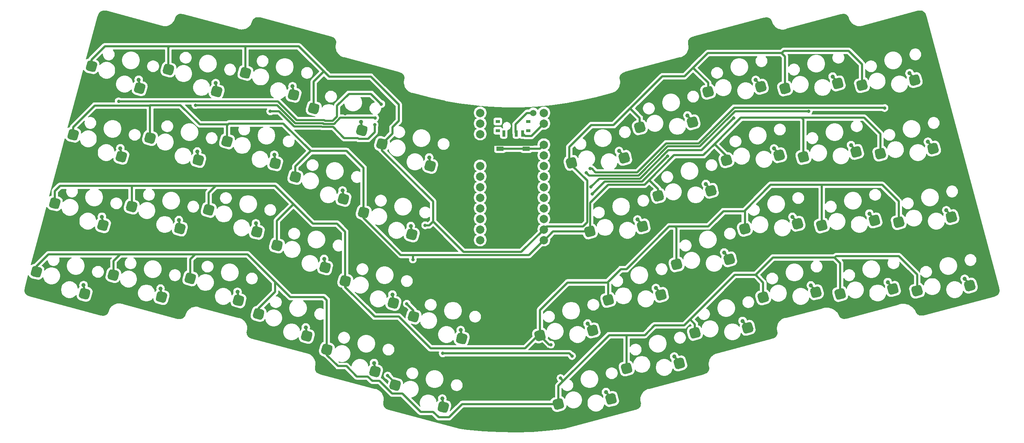
<source format=gbr>
%TF.GenerationSoftware,KiCad,Pcbnew,(5.1.10)-1*%
%TF.CreationDate,2021-10-19T15:54:07-06:00*%
%TF.ProjectId,batreus,62617472-6575-4732-9e6b-696361645f70,rev?*%
%TF.SameCoordinates,Original*%
%TF.FileFunction,Copper,L2,Bot*%
%TF.FilePolarity,Positive*%
%FSLAX46Y46*%
G04 Gerber Fmt 4.6, Leading zero omitted, Abs format (unit mm)*
G04 Created by KiCad (PCBNEW (5.1.10)-1) date 2021-10-19 15:54:07*
%MOMM*%
%LPD*%
G01*
G04 APERTURE LIST*
%TA.AperFunction,EtchedComponent*%
%ADD10C,0.500000*%
%TD*%
%TA.AperFunction,ComponentPad*%
%ADD11C,1.000000*%
%TD*%
%TA.AperFunction,ComponentPad*%
%ADD12C,1.524000*%
%TD*%
%TA.AperFunction,ComponentPad*%
%ADD13C,2.000000*%
%TD*%
%TA.AperFunction,SMDPad,CuDef*%
%ADD14R,1.700000X1.000000*%
%TD*%
%TA.AperFunction,SMDPad,CuDef*%
%ADD15R,1.000000X0.800000*%
%TD*%
%TA.AperFunction,SMDPad,CuDef*%
%ADD16R,0.700000X1.500000*%
%TD*%
%TA.AperFunction,ViaPad*%
%ADD17C,0.800000*%
%TD*%
%TA.AperFunction,Conductor*%
%ADD18C,0.500000*%
%TD*%
%TA.AperFunction,Conductor*%
%ADD19C,0.200000*%
%TD*%
%TA.AperFunction,Conductor*%
%ADD20C,0.100000*%
%TD*%
G04 APERTURE END LIST*
D10*
%TO.C,S20*%
X51807648Y-109652561D02*
X52255936Y-111843232D01*
%TO.C,S30*%
X47407725Y-126073300D02*
X47856013Y-128263971D01*
%TO.C,S43*%
X172489783Y-151677804D02*
X173973347Y-153350837D01*
%TO.C,S42*%
X133305772Y-153230718D02*
X133754060Y-155421389D01*
%TO.C,S41*%
X168089859Y-135257064D02*
X169573423Y-136930097D01*
%TO.C,S40*%
X137705696Y-136809978D02*
X138153984Y-139000649D01*
%TO.C,S39*%
X258387830Y-124520386D02*
X259871394Y-126193419D01*
%TO.C,S38*%
X239965889Y-125315426D02*
X241449453Y-126988459D01*
%TO.C,S37*%
X221543948Y-126110465D02*
X223027512Y-127783498D01*
%TO.C,S36*%
X205192559Y-134632911D02*
X206676123Y-136305944D01*
%TO.C,S35*%
X188841171Y-143155357D02*
X190324735Y-144828390D01*
%TO.C,S34*%
X116954384Y-144708271D02*
X117402672Y-146898942D01*
%TO.C,S33*%
X100602996Y-136185825D02*
X101051284Y-138376496D01*
%TO.C,S32*%
X84251607Y-127663379D02*
X84699895Y-129854050D01*
%TO.C,S31*%
X65829666Y-126868340D02*
X66277954Y-129059011D01*
%TO.C,S29*%
X253987907Y-108099647D02*
X255471471Y-109772680D01*
%TO.C,S28*%
X235565966Y-108894687D02*
X237049530Y-110567720D01*
%TO.C,S27*%
X217144025Y-109689726D02*
X218627589Y-111362759D01*
%TO.C,S26*%
X200792636Y-118212172D02*
X202276200Y-119885205D01*
%TO.C,S25*%
X184441247Y-126734618D02*
X185924811Y-128407651D01*
%TO.C,S24*%
X121354308Y-128287532D02*
X121802596Y-130478203D01*
%TO.C,S23*%
X105002919Y-119765086D02*
X105451207Y-121955757D01*
%TO.C,S22*%
X88651530Y-111242640D02*
X89099818Y-113433311D01*
%TO.C,S21*%
X70229589Y-110447601D02*
X70677877Y-112638272D01*
%TO.C,S19*%
X249587982Y-91678908D02*
X251071546Y-93351941D01*
%TO.C,S18*%
X231166042Y-92473948D02*
X232649606Y-94146981D01*
%TO.C,S17*%
X212744100Y-93268987D02*
X214227664Y-94942020D01*
%TO.C,S16*%
X196392712Y-101791433D02*
X197876276Y-103464466D01*
%TO.C,S15*%
X180041323Y-110313879D02*
X181524887Y-111986912D01*
%TO.C,S14*%
X125754232Y-111866793D02*
X126202520Y-114057464D01*
%TO.C,S13*%
X109402843Y-103344347D02*
X109851131Y-105535018D01*
%TO.C,S12*%
X93051455Y-94821901D02*
X93499743Y-97012572D01*
%TO.C,S11*%
X74629513Y-94026862D02*
X75077801Y-96217533D01*
%TO.C,S10*%
X56207573Y-93231822D02*
X56655861Y-95422493D01*
%TO.C,S9*%
X245188059Y-75258169D02*
X246671623Y-76931202D01*
%TO.C,S8*%
X226766118Y-76053209D02*
X228249682Y-77726242D01*
%TO.C,S7*%
X208344177Y-76848248D02*
X209827741Y-78521281D01*
%TO.C,S6*%
X191992788Y-85370694D02*
X193476352Y-87043727D01*
%TO.C,S5*%
X175641400Y-93893140D02*
X177124964Y-95566173D01*
%TO.C,S4*%
X130154155Y-95446054D02*
X130602443Y-97636725D01*
%TO.C,S3*%
X113802767Y-86923608D02*
X114251055Y-89114279D01*
%TO.C,S2*%
X97451378Y-78401162D02*
X97899666Y-80591833D01*
%TO.C,S1*%
X79029437Y-77606123D02*
X79477725Y-79796794D01*
%TO.C,S0*%
X60607496Y-76811083D02*
X61055784Y-79001754D01*
%TD*%
D11*
%TO.P,S20,*%
%TO.N,*%
X51807648Y-109652561D03*
%TO.P,S20,1*%
%TO.N,S1*%
%TA.AperFunction,SMDPad,CuDef*%
G36*
G01*
X39140614Y-106698432D02*
X39464138Y-105491024D01*
G75*
G02*
X40229604Y-105049082I603704J-161762D01*
G01*
X41437012Y-105372606D01*
G75*
G02*
X41878954Y-106138072I-161762J-603704D01*
G01*
X41555430Y-107345480D01*
G75*
G02*
X40789964Y-107787422I-603704J161762D01*
G01*
X39582556Y-107463898D01*
G75*
G02*
X39140614Y-106698432I161762J603704D01*
G01*
G37*
%TD.AperFunction*%
%TO.P,S20,*%
%TO.N,*%
%TA.AperFunction,SMDPad,CuDef*%
G36*
G01*
X50671166Y-111962115D02*
X50994690Y-110754707D01*
G75*
G02*
X51760156Y-110312765I603704J-161762D01*
G01*
X52967564Y-110636289D01*
G75*
G02*
X53409506Y-111401755I-161762J-603704D01*
G01*
X53085982Y-112609163D01*
G75*
G02*
X52320516Y-113051105I-603704J161762D01*
G01*
X51113108Y-112727581D01*
G75*
G02*
X50671166Y-111962115I161762J603704D01*
G01*
G37*
%TD.AperFunction*%
%TD*%
%TO.P,S30,*%
%TO.N,*%
X47407725Y-126073300D03*
%TO.P,S30,1*%
%TO.N,S0*%
%TA.AperFunction,SMDPad,CuDef*%
G36*
G01*
X34740691Y-123119171D02*
X35064215Y-121911763D01*
G75*
G02*
X35829681Y-121469821I603704J-161762D01*
G01*
X37037089Y-121793345D01*
G75*
G02*
X37479031Y-122558811I-161762J-603704D01*
G01*
X37155507Y-123766219D01*
G75*
G02*
X36390041Y-124208161I-603704J161762D01*
G01*
X35182633Y-123884637D01*
G75*
G02*
X34740691Y-123119171I161762J603704D01*
G01*
G37*
%TD.AperFunction*%
%TO.P,S30,*%
%TO.N,*%
%TA.AperFunction,SMDPad,CuDef*%
G36*
G01*
X46271243Y-128382854D02*
X46594767Y-127175446D01*
G75*
G02*
X47360233Y-126733504I603704J-161762D01*
G01*
X48567641Y-127057028D01*
G75*
G02*
X49009583Y-127822494I-161762J-603704D01*
G01*
X48686059Y-129029902D01*
G75*
G02*
X47920593Y-129471844I-603704J161762D01*
G01*
X46713185Y-129148320D01*
G75*
G02*
X46271243Y-128382854I161762J603704D01*
G01*
G37*
%TD.AperFunction*%
%TD*%
%TO.P,S43,*%
%TO.N,*%
X172489783Y-151677804D03*
%TO.P,S43,1*%
%TO.N,S0*%
%TA.AperFunction,SMDPad,CuDef*%
G36*
G01*
X160042744Y-155452971D02*
X159719220Y-154245563D01*
G75*
G02*
X160161162Y-153480097I603704J161762D01*
G01*
X161368570Y-153156573D01*
G75*
G02*
X162134036Y-153598515I161762J-603704D01*
G01*
X162457560Y-154805923D01*
G75*
G02*
X162015618Y-155571389I-603704J-161762D01*
G01*
X160808210Y-155894913D01*
G75*
G02*
X160042744Y-155452971I-161762J603704D01*
G01*
G37*
%TD.AperFunction*%
%TO.P,S43,*%
%TO.N,*%
%TA.AperFunction,SMDPad,CuDef*%
G36*
G01*
X172660337Y-154246177D02*
X172336813Y-153038769D01*
G75*
G02*
X172778755Y-152273303I603704J161762D01*
G01*
X173986163Y-151949779D01*
G75*
G02*
X174751629Y-152391721I161762J-603704D01*
G01*
X175075153Y-153599129D01*
G75*
G02*
X174633211Y-154364595I-603704J-161762D01*
G01*
X173425803Y-154688119D01*
G75*
G02*
X172660337Y-154246177I-161762J603704D01*
G01*
G37*
%TD.AperFunction*%
%TD*%
%TO.P,S42,*%
%TO.N,*%
X133305772Y-153230718D03*
%TO.P,S42,1*%
%TO.N,S2*%
%TA.AperFunction,SMDPad,CuDef*%
G36*
G01*
X120638738Y-150276589D02*
X120962262Y-149069181D01*
G75*
G02*
X121727728Y-148627239I603704J-161762D01*
G01*
X122935136Y-148950763D01*
G75*
G02*
X123377078Y-149716229I-161762J-603704D01*
G01*
X123053554Y-150923637D01*
G75*
G02*
X122288088Y-151365579I-603704J161762D01*
G01*
X121080680Y-151042055D01*
G75*
G02*
X120638738Y-150276589I161762J603704D01*
G01*
G37*
%TD.AperFunction*%
%TO.P,S42,*%
%TO.N,*%
%TA.AperFunction,SMDPad,CuDef*%
G36*
G01*
X132169290Y-155540272D02*
X132492814Y-154332864D01*
G75*
G02*
X133258280Y-153890922I603704J-161762D01*
G01*
X134465688Y-154214446D01*
G75*
G02*
X134907630Y-154979912I-161762J-603704D01*
G01*
X134584106Y-156187320D01*
G75*
G02*
X133818640Y-156629262I-603704J161762D01*
G01*
X132611232Y-156305738D01*
G75*
G02*
X132169290Y-155540272I161762J603704D01*
G01*
G37*
%TD.AperFunction*%
%TD*%
%TO.P,S41,*%
%TO.N,*%
X168089859Y-135257064D03*
%TO.P,S41,1*%
%TO.N,S1*%
%TA.AperFunction,SMDPad,CuDef*%
G36*
G01*
X155642820Y-139032231D02*
X155319296Y-137824823D01*
G75*
G02*
X155761238Y-137059357I603704J161762D01*
G01*
X156968646Y-136735833D01*
G75*
G02*
X157734112Y-137177775I161762J-603704D01*
G01*
X158057636Y-138385183D01*
G75*
G02*
X157615694Y-139150649I-603704J-161762D01*
G01*
X156408286Y-139474173D01*
G75*
G02*
X155642820Y-139032231I-161762J603704D01*
G01*
G37*
%TD.AperFunction*%
%TO.P,S41,*%
%TO.N,*%
%TA.AperFunction,SMDPad,CuDef*%
G36*
G01*
X168260413Y-137825437D02*
X167936889Y-136618029D01*
G75*
G02*
X168378831Y-135852563I603704J161762D01*
G01*
X169586239Y-135529039D01*
G75*
G02*
X170351705Y-135970981I161762J-603704D01*
G01*
X170675229Y-137178389D01*
G75*
G02*
X170233287Y-137943855I-603704J-161762D01*
G01*
X169025879Y-138267379D01*
G75*
G02*
X168260413Y-137825437I-161762J603704D01*
G01*
G37*
%TD.AperFunction*%
%TD*%
%TO.P,S40,*%
%TO.N,*%
X137705696Y-136809978D03*
%TO.P,S40,1*%
%TO.N,S3*%
%TA.AperFunction,SMDPad,CuDef*%
G36*
G01*
X125038662Y-133855849D02*
X125362186Y-132648441D01*
G75*
G02*
X126127652Y-132206499I603704J-161762D01*
G01*
X127335060Y-132530023D01*
G75*
G02*
X127777002Y-133295489I-161762J-603704D01*
G01*
X127453478Y-134502897D01*
G75*
G02*
X126688012Y-134944839I-603704J161762D01*
G01*
X125480604Y-134621315D01*
G75*
G02*
X125038662Y-133855849I161762J603704D01*
G01*
G37*
%TD.AperFunction*%
%TO.P,S40,*%
%TO.N,*%
%TA.AperFunction,SMDPad,CuDef*%
G36*
G01*
X136569214Y-139119532D02*
X136892738Y-137912124D01*
G75*
G02*
X137658204Y-137470182I603704J-161762D01*
G01*
X138865612Y-137793706D01*
G75*
G02*
X139307554Y-138559172I-161762J-603704D01*
G01*
X138984030Y-139766580D01*
G75*
G02*
X138218564Y-140208522I-603704J161762D01*
G01*
X137011156Y-139884998D01*
G75*
G02*
X136569214Y-139119532I161762J603704D01*
G01*
G37*
%TD.AperFunction*%
%TD*%
%TO.P,S39,*%
%TO.N,*%
X258387830Y-124520386D03*
%TO.P,S39,1*%
%TO.N,S0*%
%TA.AperFunction,SMDPad,CuDef*%
G36*
G01*
X245940791Y-128295553D02*
X245617267Y-127088145D01*
G75*
G02*
X246059209Y-126322679I603704J161762D01*
G01*
X247266617Y-125999155D01*
G75*
G02*
X248032083Y-126441097I161762J-603704D01*
G01*
X248355607Y-127648505D01*
G75*
G02*
X247913665Y-128413971I-603704J-161762D01*
G01*
X246706257Y-128737495D01*
G75*
G02*
X245940791Y-128295553I-161762J603704D01*
G01*
G37*
%TD.AperFunction*%
%TO.P,S39,*%
%TO.N,*%
%TA.AperFunction,SMDPad,CuDef*%
G36*
G01*
X258558384Y-127088759D02*
X258234860Y-125881351D01*
G75*
G02*
X258676802Y-125115885I603704J161762D01*
G01*
X259884210Y-124792361D01*
G75*
G02*
X260649676Y-125234303I161762J-603704D01*
G01*
X260973200Y-126441711D01*
G75*
G02*
X260531258Y-127207177I-603704J-161762D01*
G01*
X259323850Y-127530701D01*
G75*
G02*
X258558384Y-127088759I-161762J603704D01*
G01*
G37*
%TD.AperFunction*%
%TD*%
%TO.P,S38,*%
%TO.N,*%
X239965889Y-125315426D03*
%TO.P,S38,1*%
%TO.N,S0*%
%TA.AperFunction,SMDPad,CuDef*%
G36*
G01*
X227518850Y-129090593D02*
X227195326Y-127883185D01*
G75*
G02*
X227637268Y-127117719I603704J161762D01*
G01*
X228844676Y-126794195D01*
G75*
G02*
X229610142Y-127236137I161762J-603704D01*
G01*
X229933666Y-128443545D01*
G75*
G02*
X229491724Y-129209011I-603704J-161762D01*
G01*
X228284316Y-129532535D01*
G75*
G02*
X227518850Y-129090593I-161762J603704D01*
G01*
G37*
%TD.AperFunction*%
%TO.P,S38,*%
%TO.N,*%
%TA.AperFunction,SMDPad,CuDef*%
G36*
G01*
X240136443Y-127883799D02*
X239812919Y-126676391D01*
G75*
G02*
X240254861Y-125910925I603704J161762D01*
G01*
X241462269Y-125587401D01*
G75*
G02*
X242227735Y-126029343I161762J-603704D01*
G01*
X242551259Y-127236751D01*
G75*
G02*
X242109317Y-128002217I-603704J-161762D01*
G01*
X240901909Y-128325741D01*
G75*
G02*
X240136443Y-127883799I-161762J603704D01*
G01*
G37*
%TD.AperFunction*%
%TD*%
%TO.P,S37,*%
%TO.N,*%
X221543948Y-126110465D03*
%TO.P,S37,1*%
%TO.N,S0*%
%TA.AperFunction,SMDPad,CuDef*%
G36*
G01*
X209096909Y-129885632D02*
X208773385Y-128678224D01*
G75*
G02*
X209215327Y-127912758I603704J161762D01*
G01*
X210422735Y-127589234D01*
G75*
G02*
X211188201Y-128031176I161762J-603704D01*
G01*
X211511725Y-129238584D01*
G75*
G02*
X211069783Y-130004050I-603704J-161762D01*
G01*
X209862375Y-130327574D01*
G75*
G02*
X209096909Y-129885632I-161762J603704D01*
G01*
G37*
%TD.AperFunction*%
%TO.P,S37,*%
%TO.N,*%
%TA.AperFunction,SMDPad,CuDef*%
G36*
G01*
X221714502Y-128678838D02*
X221390978Y-127471430D01*
G75*
G02*
X221832920Y-126705964I603704J161762D01*
G01*
X223040328Y-126382440D01*
G75*
G02*
X223805794Y-126824382I161762J-603704D01*
G01*
X224129318Y-128031790D01*
G75*
G02*
X223687376Y-128797256I-603704J-161762D01*
G01*
X222479968Y-129120780D01*
G75*
G02*
X221714502Y-128678838I-161762J603704D01*
G01*
G37*
%TD.AperFunction*%
%TD*%
%TO.P,S36,*%
%TO.N,*%
X205192559Y-134632911D03*
%TO.P,S36,1*%
%TO.N,S0*%
%TA.AperFunction,SMDPad,CuDef*%
G36*
G01*
X192745520Y-138408078D02*
X192421996Y-137200670D01*
G75*
G02*
X192863938Y-136435204I603704J161762D01*
G01*
X194071346Y-136111680D01*
G75*
G02*
X194836812Y-136553622I161762J-603704D01*
G01*
X195160336Y-137761030D01*
G75*
G02*
X194718394Y-138526496I-603704J-161762D01*
G01*
X193510986Y-138850020D01*
G75*
G02*
X192745520Y-138408078I-161762J603704D01*
G01*
G37*
%TD.AperFunction*%
%TO.P,S36,*%
%TO.N,*%
%TA.AperFunction,SMDPad,CuDef*%
G36*
G01*
X205363113Y-137201284D02*
X205039589Y-135993876D01*
G75*
G02*
X205481531Y-135228410I603704J161762D01*
G01*
X206688939Y-134904886D01*
G75*
G02*
X207454405Y-135346828I161762J-603704D01*
G01*
X207777929Y-136554236D01*
G75*
G02*
X207335987Y-137319702I-603704J-161762D01*
G01*
X206128579Y-137643226D01*
G75*
G02*
X205363113Y-137201284I-161762J603704D01*
G01*
G37*
%TD.AperFunction*%
%TD*%
%TO.P,S35,*%
%TO.N,*%
X188841171Y-143155357D03*
%TO.P,S35,1*%
%TO.N,S0*%
%TA.AperFunction,SMDPad,CuDef*%
G36*
G01*
X176394132Y-146930524D02*
X176070608Y-145723116D01*
G75*
G02*
X176512550Y-144957650I603704J161762D01*
G01*
X177719958Y-144634126D01*
G75*
G02*
X178485424Y-145076068I161762J-603704D01*
G01*
X178808948Y-146283476D01*
G75*
G02*
X178367006Y-147048942I-603704J-161762D01*
G01*
X177159598Y-147372466D01*
G75*
G02*
X176394132Y-146930524I-161762J603704D01*
G01*
G37*
%TD.AperFunction*%
%TO.P,S35,*%
%TO.N,*%
%TA.AperFunction,SMDPad,CuDef*%
G36*
G01*
X189011725Y-145723730D02*
X188688201Y-144516322D01*
G75*
G02*
X189130143Y-143750856I603704J161762D01*
G01*
X190337551Y-143427332D01*
G75*
G02*
X191103017Y-143869274I161762J-603704D01*
G01*
X191426541Y-145076682D01*
G75*
G02*
X190984599Y-145842148I-603704J-161762D01*
G01*
X189777191Y-146165672D01*
G75*
G02*
X189011725Y-145723730I-161762J603704D01*
G01*
G37*
%TD.AperFunction*%
%TD*%
%TO.P,S34,*%
%TO.N,*%
X116954384Y-144708271D03*
%TO.P,S34,1*%
%TO.N,S0*%
%TA.AperFunction,SMDPad,CuDef*%
G36*
G01*
X104287350Y-141754142D02*
X104610874Y-140546734D01*
G75*
G02*
X105376340Y-140104792I603704J-161762D01*
G01*
X106583748Y-140428316D01*
G75*
G02*
X107025690Y-141193782I-161762J-603704D01*
G01*
X106702166Y-142401190D01*
G75*
G02*
X105936700Y-142843132I-603704J161762D01*
G01*
X104729292Y-142519608D01*
G75*
G02*
X104287350Y-141754142I161762J603704D01*
G01*
G37*
%TD.AperFunction*%
%TO.P,S34,*%
%TO.N,*%
%TA.AperFunction,SMDPad,CuDef*%
G36*
G01*
X115817902Y-147017825D02*
X116141426Y-145810417D01*
G75*
G02*
X116906892Y-145368475I603704J-161762D01*
G01*
X118114300Y-145691999D01*
G75*
G02*
X118556242Y-146457465I-161762J-603704D01*
G01*
X118232718Y-147664873D01*
G75*
G02*
X117467252Y-148106815I-603704J161762D01*
G01*
X116259844Y-147783291D01*
G75*
G02*
X115817902Y-147017825I161762J603704D01*
G01*
G37*
%TD.AperFunction*%
%TD*%
%TO.P,S33,*%
%TO.N,*%
X100602996Y-136185825D03*
%TO.P,S33,1*%
%TO.N,S0*%
%TA.AperFunction,SMDPad,CuDef*%
G36*
G01*
X87935962Y-133231696D02*
X88259486Y-132024288D01*
G75*
G02*
X89024952Y-131582346I603704J-161762D01*
G01*
X90232360Y-131905870D01*
G75*
G02*
X90674302Y-132671336I-161762J-603704D01*
G01*
X90350778Y-133878744D01*
G75*
G02*
X89585312Y-134320686I-603704J161762D01*
G01*
X88377904Y-133997162D01*
G75*
G02*
X87935962Y-133231696I161762J603704D01*
G01*
G37*
%TD.AperFunction*%
%TO.P,S33,*%
%TO.N,*%
%TA.AperFunction,SMDPad,CuDef*%
G36*
G01*
X99466514Y-138495379D02*
X99790038Y-137287971D01*
G75*
G02*
X100555504Y-136846029I603704J-161762D01*
G01*
X101762912Y-137169553D01*
G75*
G02*
X102204854Y-137935019I-161762J-603704D01*
G01*
X101881330Y-139142427D01*
G75*
G02*
X101115864Y-139584369I-603704J161762D01*
G01*
X99908456Y-139260845D01*
G75*
G02*
X99466514Y-138495379I161762J603704D01*
G01*
G37*
%TD.AperFunction*%
%TD*%
%TO.P,S32,*%
%TO.N,*%
X84251607Y-127663379D03*
%TO.P,S32,1*%
%TO.N,S0*%
%TA.AperFunction,SMDPad,CuDef*%
G36*
G01*
X71584573Y-124709250D02*
X71908097Y-123501842D01*
G75*
G02*
X72673563Y-123059900I603704J-161762D01*
G01*
X73880971Y-123383424D01*
G75*
G02*
X74322913Y-124148890I-161762J-603704D01*
G01*
X73999389Y-125356298D01*
G75*
G02*
X73233923Y-125798240I-603704J161762D01*
G01*
X72026515Y-125474716D01*
G75*
G02*
X71584573Y-124709250I161762J603704D01*
G01*
G37*
%TD.AperFunction*%
%TO.P,S32,*%
%TO.N,*%
%TA.AperFunction,SMDPad,CuDef*%
G36*
G01*
X83115125Y-129972933D02*
X83438649Y-128765525D01*
G75*
G02*
X84204115Y-128323583I603704J-161762D01*
G01*
X85411523Y-128647107D01*
G75*
G02*
X85853465Y-129412573I-161762J-603704D01*
G01*
X85529941Y-130619981D01*
G75*
G02*
X84764475Y-131061923I-603704J161762D01*
G01*
X83557067Y-130738399D01*
G75*
G02*
X83115125Y-129972933I161762J603704D01*
G01*
G37*
%TD.AperFunction*%
%TD*%
%TO.P,S31,*%
%TO.N,*%
X65829666Y-126868340D03*
%TO.P,S31,1*%
%TO.N,S0*%
%TA.AperFunction,SMDPad,CuDef*%
G36*
G01*
X53162632Y-123914211D02*
X53486156Y-122706803D01*
G75*
G02*
X54251622Y-122264861I603704J-161762D01*
G01*
X55459030Y-122588385D01*
G75*
G02*
X55900972Y-123353851I-161762J-603704D01*
G01*
X55577448Y-124561259D01*
G75*
G02*
X54811982Y-125003201I-603704J161762D01*
G01*
X53604574Y-124679677D01*
G75*
G02*
X53162632Y-123914211I161762J603704D01*
G01*
G37*
%TD.AperFunction*%
%TO.P,S31,*%
%TO.N,*%
%TA.AperFunction,SMDPad,CuDef*%
G36*
G01*
X64693184Y-129177894D02*
X65016708Y-127970486D01*
G75*
G02*
X65782174Y-127528544I603704J-161762D01*
G01*
X66989582Y-127852068D01*
G75*
G02*
X67431524Y-128617534I-161762J-603704D01*
G01*
X67108000Y-129824942D01*
G75*
G02*
X66342534Y-130266884I-603704J161762D01*
G01*
X65135126Y-129943360D01*
G75*
G02*
X64693184Y-129177894I161762J603704D01*
G01*
G37*
%TD.AperFunction*%
%TD*%
%TO.P,S29,*%
%TO.N,*%
X253987907Y-108099647D03*
%TO.P,S29,1*%
%TO.N,S1*%
%TA.AperFunction,SMDPad,CuDef*%
G36*
G01*
X241540868Y-111874814D02*
X241217344Y-110667406D01*
G75*
G02*
X241659286Y-109901940I603704J161762D01*
G01*
X242866694Y-109578416D01*
G75*
G02*
X243632160Y-110020358I161762J-603704D01*
G01*
X243955684Y-111227766D01*
G75*
G02*
X243513742Y-111993232I-603704J-161762D01*
G01*
X242306334Y-112316756D01*
G75*
G02*
X241540868Y-111874814I-161762J603704D01*
G01*
G37*
%TD.AperFunction*%
%TO.P,S29,*%
%TO.N,*%
%TA.AperFunction,SMDPad,CuDef*%
G36*
G01*
X254158461Y-110668020D02*
X253834937Y-109460612D01*
G75*
G02*
X254276879Y-108695146I603704J161762D01*
G01*
X255484287Y-108371622D01*
G75*
G02*
X256249753Y-108813564I161762J-603704D01*
G01*
X256573277Y-110020972D01*
G75*
G02*
X256131335Y-110786438I-603704J-161762D01*
G01*
X254923927Y-111109962D01*
G75*
G02*
X254158461Y-110668020I-161762J603704D01*
G01*
G37*
%TD.AperFunction*%
%TD*%
%TO.P,S28,*%
%TO.N,*%
X235565966Y-108894687D03*
%TO.P,S28,1*%
%TO.N,S1*%
%TA.AperFunction,SMDPad,CuDef*%
G36*
G01*
X223118927Y-112669854D02*
X222795403Y-111462446D01*
G75*
G02*
X223237345Y-110696980I603704J161762D01*
G01*
X224444753Y-110373456D01*
G75*
G02*
X225210219Y-110815398I161762J-603704D01*
G01*
X225533743Y-112022806D01*
G75*
G02*
X225091801Y-112788272I-603704J-161762D01*
G01*
X223884393Y-113111796D01*
G75*
G02*
X223118927Y-112669854I-161762J603704D01*
G01*
G37*
%TD.AperFunction*%
%TO.P,S28,*%
%TO.N,*%
%TA.AperFunction,SMDPad,CuDef*%
G36*
G01*
X235736520Y-111463060D02*
X235412996Y-110255652D01*
G75*
G02*
X235854938Y-109490186I603704J161762D01*
G01*
X237062346Y-109166662D01*
G75*
G02*
X237827812Y-109608604I161762J-603704D01*
G01*
X238151336Y-110816012D01*
G75*
G02*
X237709394Y-111581478I-603704J-161762D01*
G01*
X236501986Y-111905002D01*
G75*
G02*
X235736520Y-111463060I-161762J603704D01*
G01*
G37*
%TD.AperFunction*%
%TD*%
%TO.P,S27,*%
%TO.N,*%
X217144025Y-109689726D03*
%TO.P,S27,1*%
%TO.N,S1*%
%TA.AperFunction,SMDPad,CuDef*%
G36*
G01*
X204696986Y-113464893D02*
X204373462Y-112257485D01*
G75*
G02*
X204815404Y-111492019I603704J161762D01*
G01*
X206022812Y-111168495D01*
G75*
G02*
X206788278Y-111610437I161762J-603704D01*
G01*
X207111802Y-112817845D01*
G75*
G02*
X206669860Y-113583311I-603704J-161762D01*
G01*
X205462452Y-113906835D01*
G75*
G02*
X204696986Y-113464893I-161762J603704D01*
G01*
G37*
%TD.AperFunction*%
%TO.P,S27,*%
%TO.N,*%
%TA.AperFunction,SMDPad,CuDef*%
G36*
G01*
X217314579Y-112258099D02*
X216991055Y-111050691D01*
G75*
G02*
X217432997Y-110285225I603704J161762D01*
G01*
X218640405Y-109961701D01*
G75*
G02*
X219405871Y-110403643I161762J-603704D01*
G01*
X219729395Y-111611051D01*
G75*
G02*
X219287453Y-112376517I-603704J-161762D01*
G01*
X218080045Y-112700041D01*
G75*
G02*
X217314579Y-112258099I-161762J603704D01*
G01*
G37*
%TD.AperFunction*%
%TD*%
%TO.P,S26,*%
%TO.N,*%
X200792636Y-118212172D03*
%TO.P,S26,1*%
%TO.N,S1*%
%TA.AperFunction,SMDPad,CuDef*%
G36*
G01*
X188345597Y-121987339D02*
X188022073Y-120779931D01*
G75*
G02*
X188464015Y-120014465I603704J161762D01*
G01*
X189671423Y-119690941D01*
G75*
G02*
X190436889Y-120132883I161762J-603704D01*
G01*
X190760413Y-121340291D01*
G75*
G02*
X190318471Y-122105757I-603704J-161762D01*
G01*
X189111063Y-122429281D01*
G75*
G02*
X188345597Y-121987339I-161762J603704D01*
G01*
G37*
%TD.AperFunction*%
%TO.P,S26,*%
%TO.N,*%
%TA.AperFunction,SMDPad,CuDef*%
G36*
G01*
X200963190Y-120780545D02*
X200639666Y-119573137D01*
G75*
G02*
X201081608Y-118807671I603704J161762D01*
G01*
X202289016Y-118484147D01*
G75*
G02*
X203054482Y-118926089I161762J-603704D01*
G01*
X203378006Y-120133497D01*
G75*
G02*
X202936064Y-120898963I-603704J-161762D01*
G01*
X201728656Y-121222487D01*
G75*
G02*
X200963190Y-120780545I-161762J603704D01*
G01*
G37*
%TD.AperFunction*%
%TD*%
%TO.P,S25,*%
%TO.N,*%
X184441247Y-126734618D03*
%TO.P,S25,1*%
%TO.N,S1*%
%TA.AperFunction,SMDPad,CuDef*%
G36*
G01*
X171994208Y-130509785D02*
X171670684Y-129302377D01*
G75*
G02*
X172112626Y-128536911I603704J161762D01*
G01*
X173320034Y-128213387D01*
G75*
G02*
X174085500Y-128655329I161762J-603704D01*
G01*
X174409024Y-129862737D01*
G75*
G02*
X173967082Y-130628203I-603704J-161762D01*
G01*
X172759674Y-130951727D01*
G75*
G02*
X171994208Y-130509785I-161762J603704D01*
G01*
G37*
%TD.AperFunction*%
%TO.P,S25,*%
%TO.N,*%
%TA.AperFunction,SMDPad,CuDef*%
G36*
G01*
X184611801Y-129302991D02*
X184288277Y-128095583D01*
G75*
G02*
X184730219Y-127330117I603704J161762D01*
G01*
X185937627Y-127006593D01*
G75*
G02*
X186703093Y-127448535I161762J-603704D01*
G01*
X187026617Y-128655943D01*
G75*
G02*
X186584675Y-129421409I-603704J-161762D01*
G01*
X185377267Y-129744933D01*
G75*
G02*
X184611801Y-129302991I-161762J603704D01*
G01*
G37*
%TD.AperFunction*%
%TD*%
%TO.P,S24,*%
%TO.N,*%
X121354308Y-128287532D03*
%TO.P,S24,1*%
%TO.N,S1*%
%TA.AperFunction,SMDPad,CuDef*%
G36*
G01*
X108687274Y-125333403D02*
X109010798Y-124125995D01*
G75*
G02*
X109776264Y-123684053I603704J-161762D01*
G01*
X110983672Y-124007577D01*
G75*
G02*
X111425614Y-124773043I-161762J-603704D01*
G01*
X111102090Y-125980451D01*
G75*
G02*
X110336624Y-126422393I-603704J161762D01*
G01*
X109129216Y-126098869D01*
G75*
G02*
X108687274Y-125333403I161762J603704D01*
G01*
G37*
%TD.AperFunction*%
%TO.P,S24,*%
%TO.N,*%
%TA.AperFunction,SMDPad,CuDef*%
G36*
G01*
X120217826Y-130597086D02*
X120541350Y-129389678D01*
G75*
G02*
X121306816Y-128947736I603704J-161762D01*
G01*
X122514224Y-129271260D01*
G75*
G02*
X122956166Y-130036726I-161762J-603704D01*
G01*
X122632642Y-131244134D01*
G75*
G02*
X121867176Y-131686076I-603704J161762D01*
G01*
X120659768Y-131362552D01*
G75*
G02*
X120217826Y-130597086I161762J603704D01*
G01*
G37*
%TD.AperFunction*%
%TD*%
%TO.P,S23,*%
%TO.N,*%
X105002919Y-119765086D03*
%TO.P,S23,1*%
%TO.N,S1*%
%TA.AperFunction,SMDPad,CuDef*%
G36*
G01*
X92335885Y-116810957D02*
X92659409Y-115603549D01*
G75*
G02*
X93424875Y-115161607I603704J-161762D01*
G01*
X94632283Y-115485131D01*
G75*
G02*
X95074225Y-116250597I-161762J-603704D01*
G01*
X94750701Y-117458005D01*
G75*
G02*
X93985235Y-117899947I-603704J161762D01*
G01*
X92777827Y-117576423D01*
G75*
G02*
X92335885Y-116810957I161762J603704D01*
G01*
G37*
%TD.AperFunction*%
%TO.P,S23,*%
%TO.N,*%
%TA.AperFunction,SMDPad,CuDef*%
G36*
G01*
X103866437Y-122074640D02*
X104189961Y-120867232D01*
G75*
G02*
X104955427Y-120425290I603704J-161762D01*
G01*
X106162835Y-120748814D01*
G75*
G02*
X106604777Y-121514280I-161762J-603704D01*
G01*
X106281253Y-122721688D01*
G75*
G02*
X105515787Y-123163630I-603704J161762D01*
G01*
X104308379Y-122840106D01*
G75*
G02*
X103866437Y-122074640I161762J603704D01*
G01*
G37*
%TD.AperFunction*%
%TD*%
%TO.P,S22,*%
%TO.N,*%
X88651530Y-111242640D03*
%TO.P,S22,1*%
%TO.N,S1*%
%TA.AperFunction,SMDPad,CuDef*%
G36*
G01*
X75984496Y-108288511D02*
X76308020Y-107081103D01*
G75*
G02*
X77073486Y-106639161I603704J-161762D01*
G01*
X78280894Y-106962685D01*
G75*
G02*
X78722836Y-107728151I-161762J-603704D01*
G01*
X78399312Y-108935559D01*
G75*
G02*
X77633846Y-109377501I-603704J161762D01*
G01*
X76426438Y-109053977D01*
G75*
G02*
X75984496Y-108288511I161762J603704D01*
G01*
G37*
%TD.AperFunction*%
%TO.P,S22,*%
%TO.N,*%
%TA.AperFunction,SMDPad,CuDef*%
G36*
G01*
X87515048Y-113552194D02*
X87838572Y-112344786D01*
G75*
G02*
X88604038Y-111902844I603704J-161762D01*
G01*
X89811446Y-112226368D01*
G75*
G02*
X90253388Y-112991834I-161762J-603704D01*
G01*
X89929864Y-114199242D01*
G75*
G02*
X89164398Y-114641184I-603704J161762D01*
G01*
X87956990Y-114317660D01*
G75*
G02*
X87515048Y-113552194I161762J603704D01*
G01*
G37*
%TD.AperFunction*%
%TD*%
%TO.P,S21,*%
%TO.N,*%
X70229589Y-110447601D03*
%TO.P,S21,1*%
%TO.N,S1*%
%TA.AperFunction,SMDPad,CuDef*%
G36*
G01*
X57562555Y-107493472D02*
X57886079Y-106286064D01*
G75*
G02*
X58651545Y-105844122I603704J-161762D01*
G01*
X59858953Y-106167646D01*
G75*
G02*
X60300895Y-106933112I-161762J-603704D01*
G01*
X59977371Y-108140520D01*
G75*
G02*
X59211905Y-108582462I-603704J161762D01*
G01*
X58004497Y-108258938D01*
G75*
G02*
X57562555Y-107493472I161762J603704D01*
G01*
G37*
%TD.AperFunction*%
%TO.P,S21,*%
%TO.N,*%
%TA.AperFunction,SMDPad,CuDef*%
G36*
G01*
X69093107Y-112757155D02*
X69416631Y-111549747D01*
G75*
G02*
X70182097Y-111107805I603704J-161762D01*
G01*
X71389505Y-111431329D01*
G75*
G02*
X71831447Y-112196795I-161762J-603704D01*
G01*
X71507923Y-113404203D01*
G75*
G02*
X70742457Y-113846145I-603704J161762D01*
G01*
X69535049Y-113522621D01*
G75*
G02*
X69093107Y-112757155I161762J603704D01*
G01*
G37*
%TD.AperFunction*%
%TD*%
%TO.P,S19,*%
%TO.N,*%
X249587982Y-91678908D03*
%TO.P,S19,1*%
%TO.N,S2*%
%TA.AperFunction,SMDPad,CuDef*%
G36*
G01*
X237140943Y-95454075D02*
X236817419Y-94246667D01*
G75*
G02*
X237259361Y-93481201I603704J161762D01*
G01*
X238466769Y-93157677D01*
G75*
G02*
X239232235Y-93599619I161762J-603704D01*
G01*
X239555759Y-94807027D01*
G75*
G02*
X239113817Y-95572493I-603704J-161762D01*
G01*
X237906409Y-95896017D01*
G75*
G02*
X237140943Y-95454075I-161762J603704D01*
G01*
G37*
%TD.AperFunction*%
%TO.P,S19,*%
%TO.N,*%
%TA.AperFunction,SMDPad,CuDef*%
G36*
G01*
X249758536Y-94247281D02*
X249435012Y-93039873D01*
G75*
G02*
X249876954Y-92274407I603704J161762D01*
G01*
X251084362Y-91950883D01*
G75*
G02*
X251849828Y-92392825I161762J-603704D01*
G01*
X252173352Y-93600233D01*
G75*
G02*
X251731410Y-94365699I-603704J-161762D01*
G01*
X250524002Y-94689223D01*
G75*
G02*
X249758536Y-94247281I-161762J603704D01*
G01*
G37*
%TD.AperFunction*%
%TD*%
%TO.P,S18,*%
%TO.N,*%
X231166042Y-92473948D03*
%TO.P,S18,1*%
%TO.N,S2*%
%TA.AperFunction,SMDPad,CuDef*%
G36*
G01*
X218719003Y-96249115D02*
X218395479Y-95041707D01*
G75*
G02*
X218837421Y-94276241I603704J161762D01*
G01*
X220044829Y-93952717D01*
G75*
G02*
X220810295Y-94394659I161762J-603704D01*
G01*
X221133819Y-95602067D01*
G75*
G02*
X220691877Y-96367533I-603704J-161762D01*
G01*
X219484469Y-96691057D01*
G75*
G02*
X218719003Y-96249115I-161762J603704D01*
G01*
G37*
%TD.AperFunction*%
%TO.P,S18,*%
%TO.N,*%
%TA.AperFunction,SMDPad,CuDef*%
G36*
G01*
X231336596Y-95042321D02*
X231013072Y-93834913D01*
G75*
G02*
X231455014Y-93069447I603704J161762D01*
G01*
X232662422Y-92745923D01*
G75*
G02*
X233427888Y-93187865I161762J-603704D01*
G01*
X233751412Y-94395273D01*
G75*
G02*
X233309470Y-95160739I-603704J-161762D01*
G01*
X232102062Y-95484263D01*
G75*
G02*
X231336596Y-95042321I-161762J603704D01*
G01*
G37*
%TD.AperFunction*%
%TD*%
%TO.P,S17,*%
%TO.N,*%
X212744100Y-93268987D03*
%TO.P,S17,1*%
%TO.N,S2*%
%TA.AperFunction,SMDPad,CuDef*%
G36*
G01*
X200297061Y-97044154D02*
X199973537Y-95836746D01*
G75*
G02*
X200415479Y-95071280I603704J161762D01*
G01*
X201622887Y-94747756D01*
G75*
G02*
X202388353Y-95189698I161762J-603704D01*
G01*
X202711877Y-96397106D01*
G75*
G02*
X202269935Y-97162572I-603704J-161762D01*
G01*
X201062527Y-97486096D01*
G75*
G02*
X200297061Y-97044154I-161762J603704D01*
G01*
G37*
%TD.AperFunction*%
%TO.P,S17,*%
%TO.N,*%
%TA.AperFunction,SMDPad,CuDef*%
G36*
G01*
X212914654Y-95837360D02*
X212591130Y-94629952D01*
G75*
G02*
X213033072Y-93864486I603704J161762D01*
G01*
X214240480Y-93540962D01*
G75*
G02*
X215005946Y-93982904I161762J-603704D01*
G01*
X215329470Y-95190312D01*
G75*
G02*
X214887528Y-95955778I-603704J-161762D01*
G01*
X213680120Y-96279302D01*
G75*
G02*
X212914654Y-95837360I-161762J603704D01*
G01*
G37*
%TD.AperFunction*%
%TD*%
%TO.P,S16,*%
%TO.N,*%
X196392712Y-101791433D03*
%TO.P,S16,1*%
%TO.N,S2*%
%TA.AperFunction,SMDPad,CuDef*%
G36*
G01*
X183945673Y-105566600D02*
X183622149Y-104359192D01*
G75*
G02*
X184064091Y-103593726I603704J161762D01*
G01*
X185271499Y-103270202D01*
G75*
G02*
X186036965Y-103712144I161762J-603704D01*
G01*
X186360489Y-104919552D01*
G75*
G02*
X185918547Y-105685018I-603704J-161762D01*
G01*
X184711139Y-106008542D01*
G75*
G02*
X183945673Y-105566600I-161762J603704D01*
G01*
G37*
%TD.AperFunction*%
%TO.P,S16,*%
%TO.N,*%
%TA.AperFunction,SMDPad,CuDef*%
G36*
G01*
X196563266Y-104359806D02*
X196239742Y-103152398D01*
G75*
G02*
X196681684Y-102386932I603704J161762D01*
G01*
X197889092Y-102063408D01*
G75*
G02*
X198654558Y-102505350I161762J-603704D01*
G01*
X198978082Y-103712758D01*
G75*
G02*
X198536140Y-104478224I-603704J-161762D01*
G01*
X197328732Y-104801748D01*
G75*
G02*
X196563266Y-104359806I-161762J603704D01*
G01*
G37*
%TD.AperFunction*%
%TD*%
%TO.P,S15,*%
%TO.N,*%
X180041323Y-110313879D03*
%TO.P,S15,1*%
%TO.N,S2*%
%TA.AperFunction,SMDPad,CuDef*%
G36*
G01*
X167594284Y-114089046D02*
X167270760Y-112881638D01*
G75*
G02*
X167712702Y-112116172I603704J161762D01*
G01*
X168920110Y-111792648D01*
G75*
G02*
X169685576Y-112234590I161762J-603704D01*
G01*
X170009100Y-113441998D01*
G75*
G02*
X169567158Y-114207464I-603704J-161762D01*
G01*
X168359750Y-114530988D01*
G75*
G02*
X167594284Y-114089046I-161762J603704D01*
G01*
G37*
%TD.AperFunction*%
%TO.P,S15,*%
%TO.N,*%
%TA.AperFunction,SMDPad,CuDef*%
G36*
G01*
X180211877Y-112882252D02*
X179888353Y-111674844D01*
G75*
G02*
X180330295Y-110909378I603704J161762D01*
G01*
X181537703Y-110585854D01*
G75*
G02*
X182303169Y-111027796I161762J-603704D01*
G01*
X182626693Y-112235204D01*
G75*
G02*
X182184751Y-113000670I-603704J-161762D01*
G01*
X180977343Y-113324194D01*
G75*
G02*
X180211877Y-112882252I-161762J603704D01*
G01*
G37*
%TD.AperFunction*%
%TD*%
%TO.P,S14,*%
%TO.N,*%
X125754232Y-111866793D03*
%TO.P,S14,1*%
%TO.N,S2*%
%TA.AperFunction,SMDPad,CuDef*%
G36*
G01*
X113087198Y-108912664D02*
X113410722Y-107705256D01*
G75*
G02*
X114176188Y-107263314I603704J-161762D01*
G01*
X115383596Y-107586838D01*
G75*
G02*
X115825538Y-108352304I-161762J-603704D01*
G01*
X115502014Y-109559712D01*
G75*
G02*
X114736548Y-110001654I-603704J161762D01*
G01*
X113529140Y-109678130D01*
G75*
G02*
X113087198Y-108912664I161762J603704D01*
G01*
G37*
%TD.AperFunction*%
%TO.P,S14,*%
%TO.N,*%
%TA.AperFunction,SMDPad,CuDef*%
G36*
G01*
X124617750Y-114176347D02*
X124941274Y-112968939D01*
G75*
G02*
X125706740Y-112526997I603704J-161762D01*
G01*
X126914148Y-112850521D01*
G75*
G02*
X127356090Y-113615987I-161762J-603704D01*
G01*
X127032566Y-114823395D01*
G75*
G02*
X126267100Y-115265337I-603704J161762D01*
G01*
X125059692Y-114941813D01*
G75*
G02*
X124617750Y-114176347I161762J603704D01*
G01*
G37*
%TD.AperFunction*%
%TD*%
%TO.P,S13,*%
%TO.N,*%
X109402843Y-103344347D03*
%TO.P,S13,1*%
%TO.N,S2*%
%TA.AperFunction,SMDPad,CuDef*%
G36*
G01*
X96735809Y-100390218D02*
X97059333Y-99182810D01*
G75*
G02*
X97824799Y-98740868I603704J-161762D01*
G01*
X99032207Y-99064392D01*
G75*
G02*
X99474149Y-99829858I-161762J-603704D01*
G01*
X99150625Y-101037266D01*
G75*
G02*
X98385159Y-101479208I-603704J161762D01*
G01*
X97177751Y-101155684D01*
G75*
G02*
X96735809Y-100390218I161762J603704D01*
G01*
G37*
%TD.AperFunction*%
%TO.P,S13,*%
%TO.N,*%
%TA.AperFunction,SMDPad,CuDef*%
G36*
G01*
X108266361Y-105653901D02*
X108589885Y-104446493D01*
G75*
G02*
X109355351Y-104004551I603704J-161762D01*
G01*
X110562759Y-104328075D01*
G75*
G02*
X111004701Y-105093541I-161762J-603704D01*
G01*
X110681177Y-106300949D01*
G75*
G02*
X109915711Y-106742891I-603704J161762D01*
G01*
X108708303Y-106419367D01*
G75*
G02*
X108266361Y-105653901I161762J603704D01*
G01*
G37*
%TD.AperFunction*%
%TD*%
%TO.P,S12,*%
%TO.N,*%
X93051455Y-94821901D03*
%TO.P,S12,1*%
%TO.N,S2*%
%TA.AperFunction,SMDPad,CuDef*%
G36*
G01*
X80384421Y-91867772D02*
X80707945Y-90660364D01*
G75*
G02*
X81473411Y-90218422I603704J-161762D01*
G01*
X82680819Y-90541946D01*
G75*
G02*
X83122761Y-91307412I-161762J-603704D01*
G01*
X82799237Y-92514820D01*
G75*
G02*
X82033771Y-92956762I-603704J161762D01*
G01*
X80826363Y-92633238D01*
G75*
G02*
X80384421Y-91867772I161762J603704D01*
G01*
G37*
%TD.AperFunction*%
%TO.P,S12,*%
%TO.N,*%
%TA.AperFunction,SMDPad,CuDef*%
G36*
G01*
X91914973Y-97131455D02*
X92238497Y-95924047D01*
G75*
G02*
X93003963Y-95482105I603704J-161762D01*
G01*
X94211371Y-95805629D01*
G75*
G02*
X94653313Y-96571095I-161762J-603704D01*
G01*
X94329789Y-97778503D01*
G75*
G02*
X93564323Y-98220445I-603704J161762D01*
G01*
X92356915Y-97896921D01*
G75*
G02*
X91914973Y-97131455I161762J603704D01*
G01*
G37*
%TD.AperFunction*%
%TD*%
%TO.P,S11,*%
%TO.N,*%
X74629513Y-94026862D03*
%TO.P,S11,1*%
%TO.N,S2*%
%TA.AperFunction,SMDPad,CuDef*%
G36*
G01*
X61962479Y-91072733D02*
X62286003Y-89865325D01*
G75*
G02*
X63051469Y-89423383I603704J-161762D01*
G01*
X64258877Y-89746907D01*
G75*
G02*
X64700819Y-90512373I-161762J-603704D01*
G01*
X64377295Y-91719781D01*
G75*
G02*
X63611829Y-92161723I-603704J161762D01*
G01*
X62404421Y-91838199D01*
G75*
G02*
X61962479Y-91072733I161762J603704D01*
G01*
G37*
%TD.AperFunction*%
%TO.P,S11,*%
%TO.N,*%
%TA.AperFunction,SMDPad,CuDef*%
G36*
G01*
X73493031Y-96336416D02*
X73816555Y-95129008D01*
G75*
G02*
X74582021Y-94687066I603704J-161762D01*
G01*
X75789429Y-95010590D01*
G75*
G02*
X76231371Y-95776056I-161762J-603704D01*
G01*
X75907847Y-96983464D01*
G75*
G02*
X75142381Y-97425406I-603704J161762D01*
G01*
X73934973Y-97101882D01*
G75*
G02*
X73493031Y-96336416I161762J603704D01*
G01*
G37*
%TD.AperFunction*%
%TD*%
%TO.P,S10,*%
%TO.N,*%
X56207573Y-93231822D03*
%TO.P,S10,1*%
%TO.N,S2*%
%TA.AperFunction,SMDPad,CuDef*%
G36*
G01*
X43540539Y-90277693D02*
X43864063Y-89070285D01*
G75*
G02*
X44629529Y-88628343I603704J-161762D01*
G01*
X45836937Y-88951867D01*
G75*
G02*
X46278879Y-89717333I-161762J-603704D01*
G01*
X45955355Y-90924741D01*
G75*
G02*
X45189889Y-91366683I-603704J161762D01*
G01*
X43982481Y-91043159D01*
G75*
G02*
X43540539Y-90277693I161762J603704D01*
G01*
G37*
%TD.AperFunction*%
%TO.P,S10,*%
%TO.N,*%
%TA.AperFunction,SMDPad,CuDef*%
G36*
G01*
X55071091Y-95541376D02*
X55394615Y-94333968D01*
G75*
G02*
X56160081Y-93892026I603704J-161762D01*
G01*
X57367489Y-94215550D01*
G75*
G02*
X57809431Y-94981016I-161762J-603704D01*
G01*
X57485907Y-96188424D01*
G75*
G02*
X56720441Y-96630366I-603704J161762D01*
G01*
X55513033Y-96306842D01*
G75*
G02*
X55071091Y-95541376I161762J603704D01*
G01*
G37*
%TD.AperFunction*%
%TD*%
%TO.P,S9,*%
%TO.N,*%
X245188059Y-75258169D03*
%TO.P,S9,1*%
%TO.N,S3*%
%TA.AperFunction,SMDPad,CuDef*%
G36*
G01*
X232741020Y-79033336D02*
X232417496Y-77825928D01*
G75*
G02*
X232859438Y-77060462I603704J161762D01*
G01*
X234066846Y-76736938D01*
G75*
G02*
X234832312Y-77178880I161762J-603704D01*
G01*
X235155836Y-78386288D01*
G75*
G02*
X234713894Y-79151754I-603704J-161762D01*
G01*
X233506486Y-79475278D01*
G75*
G02*
X232741020Y-79033336I-161762J603704D01*
G01*
G37*
%TD.AperFunction*%
%TO.P,S9,*%
%TO.N,*%
%TA.AperFunction,SMDPad,CuDef*%
G36*
G01*
X245358613Y-77826542D02*
X245035089Y-76619134D01*
G75*
G02*
X245477031Y-75853668I603704J161762D01*
G01*
X246684439Y-75530144D01*
G75*
G02*
X247449905Y-75972086I161762J-603704D01*
G01*
X247773429Y-77179494D01*
G75*
G02*
X247331487Y-77944960I-603704J-161762D01*
G01*
X246124079Y-78268484D01*
G75*
G02*
X245358613Y-77826542I-161762J603704D01*
G01*
G37*
%TD.AperFunction*%
%TD*%
%TO.P,S8,*%
%TO.N,*%
X226766118Y-76053209D03*
%TO.P,S8,1*%
%TO.N,S3*%
%TA.AperFunction,SMDPad,CuDef*%
G36*
G01*
X214319079Y-79828376D02*
X213995555Y-78620968D01*
G75*
G02*
X214437497Y-77855502I603704J161762D01*
G01*
X215644905Y-77531978D01*
G75*
G02*
X216410371Y-77973920I161762J-603704D01*
G01*
X216733895Y-79181328D01*
G75*
G02*
X216291953Y-79946794I-603704J-161762D01*
G01*
X215084545Y-80270318D01*
G75*
G02*
X214319079Y-79828376I-161762J603704D01*
G01*
G37*
%TD.AperFunction*%
%TO.P,S8,*%
%TO.N,*%
%TA.AperFunction,SMDPad,CuDef*%
G36*
G01*
X226936672Y-78621582D02*
X226613148Y-77414174D01*
G75*
G02*
X227055090Y-76648708I603704J161762D01*
G01*
X228262498Y-76325184D01*
G75*
G02*
X229027964Y-76767126I161762J-603704D01*
G01*
X229351488Y-77974534D01*
G75*
G02*
X228909546Y-78740000I-603704J-161762D01*
G01*
X227702138Y-79063524D01*
G75*
G02*
X226936672Y-78621582I-161762J603704D01*
G01*
G37*
%TD.AperFunction*%
%TD*%
%TO.P,S7,*%
%TO.N,*%
X208344177Y-76848248D03*
%TO.P,S7,1*%
%TO.N,S3*%
%TA.AperFunction,SMDPad,CuDef*%
G36*
G01*
X195897138Y-80623415D02*
X195573614Y-79416007D01*
G75*
G02*
X196015556Y-78650541I603704J161762D01*
G01*
X197222964Y-78327017D01*
G75*
G02*
X197988430Y-78768959I161762J-603704D01*
G01*
X198311954Y-79976367D01*
G75*
G02*
X197870012Y-80741833I-603704J-161762D01*
G01*
X196662604Y-81065357D01*
G75*
G02*
X195897138Y-80623415I-161762J603704D01*
G01*
G37*
%TD.AperFunction*%
%TO.P,S7,*%
%TO.N,*%
%TA.AperFunction,SMDPad,CuDef*%
G36*
G01*
X208514731Y-79416621D02*
X208191207Y-78209213D01*
G75*
G02*
X208633149Y-77443747I603704J161762D01*
G01*
X209840557Y-77120223D01*
G75*
G02*
X210606023Y-77562165I161762J-603704D01*
G01*
X210929547Y-78769573D01*
G75*
G02*
X210487605Y-79535039I-603704J-161762D01*
G01*
X209280197Y-79858563D01*
G75*
G02*
X208514731Y-79416621I-161762J603704D01*
G01*
G37*
%TD.AperFunction*%
%TD*%
%TO.P,S6,*%
%TO.N,*%
X191992788Y-85370694D03*
%TO.P,S6,1*%
%TO.N,S3*%
%TA.AperFunction,SMDPad,CuDef*%
G36*
G01*
X179545749Y-89145861D02*
X179222225Y-87938453D01*
G75*
G02*
X179664167Y-87172987I603704J161762D01*
G01*
X180871575Y-86849463D01*
G75*
G02*
X181637041Y-87291405I161762J-603704D01*
G01*
X181960565Y-88498813D01*
G75*
G02*
X181518623Y-89264279I-603704J-161762D01*
G01*
X180311215Y-89587803D01*
G75*
G02*
X179545749Y-89145861I-161762J603704D01*
G01*
G37*
%TD.AperFunction*%
%TO.P,S6,*%
%TO.N,*%
%TA.AperFunction,SMDPad,CuDef*%
G36*
G01*
X192163342Y-87939067D02*
X191839818Y-86731659D01*
G75*
G02*
X192281760Y-85966193I603704J161762D01*
G01*
X193489168Y-85642669D01*
G75*
G02*
X194254634Y-86084611I161762J-603704D01*
G01*
X194578158Y-87292019D01*
G75*
G02*
X194136216Y-88057485I-603704J-161762D01*
G01*
X192928808Y-88381009D01*
G75*
G02*
X192163342Y-87939067I-161762J603704D01*
G01*
G37*
%TD.AperFunction*%
%TD*%
%TO.P,S5,*%
%TO.N,*%
X175641400Y-93893140D03*
%TO.P,S5,1*%
%TO.N,S3*%
%TA.AperFunction,SMDPad,CuDef*%
G36*
G01*
X163194361Y-97668307D02*
X162870837Y-96460899D01*
G75*
G02*
X163312779Y-95695433I603704J161762D01*
G01*
X164520187Y-95371909D01*
G75*
G02*
X165285653Y-95813851I161762J-603704D01*
G01*
X165609177Y-97021259D01*
G75*
G02*
X165167235Y-97786725I-603704J-161762D01*
G01*
X163959827Y-98110249D01*
G75*
G02*
X163194361Y-97668307I-161762J603704D01*
G01*
G37*
%TD.AperFunction*%
%TO.P,S5,*%
%TO.N,*%
%TA.AperFunction,SMDPad,CuDef*%
G36*
G01*
X175811954Y-96461513D02*
X175488430Y-95254105D01*
G75*
G02*
X175930372Y-94488639I603704J161762D01*
G01*
X177137780Y-94165115D01*
G75*
G02*
X177903246Y-94607057I161762J-603704D01*
G01*
X178226770Y-95814465D01*
G75*
G02*
X177784828Y-96579931I-603704J-161762D01*
G01*
X176577420Y-96903455D01*
G75*
G02*
X175811954Y-96461513I-161762J603704D01*
G01*
G37*
%TD.AperFunction*%
%TD*%
%TO.P,S4,*%
%TO.N,*%
X130154155Y-95446054D03*
%TO.P,S4,1*%
%TO.N,S3*%
%TA.AperFunction,SMDPad,CuDef*%
G36*
G01*
X117487121Y-92491925D02*
X117810645Y-91284517D01*
G75*
G02*
X118576111Y-90842575I603704J-161762D01*
G01*
X119783519Y-91166099D01*
G75*
G02*
X120225461Y-91931565I-161762J-603704D01*
G01*
X119901937Y-93138973D01*
G75*
G02*
X119136471Y-93580915I-603704J161762D01*
G01*
X117929063Y-93257391D01*
G75*
G02*
X117487121Y-92491925I161762J603704D01*
G01*
G37*
%TD.AperFunction*%
%TO.P,S4,*%
%TO.N,*%
%TA.AperFunction,SMDPad,CuDef*%
G36*
G01*
X129017673Y-97755608D02*
X129341197Y-96548200D01*
G75*
G02*
X130106663Y-96106258I603704J-161762D01*
G01*
X131314071Y-96429782D01*
G75*
G02*
X131756013Y-97195248I-161762J-603704D01*
G01*
X131432489Y-98402656D01*
G75*
G02*
X130667023Y-98844598I-603704J161762D01*
G01*
X129459615Y-98521074D01*
G75*
G02*
X129017673Y-97755608I161762J603704D01*
G01*
G37*
%TD.AperFunction*%
%TD*%
%TO.P,S3,*%
%TO.N,*%
X113802767Y-86923608D03*
%TO.P,S3,1*%
%TO.N,S3*%
%TA.AperFunction,SMDPad,CuDef*%
G36*
G01*
X101135733Y-83969479D02*
X101459257Y-82762071D01*
G75*
G02*
X102224723Y-82320129I603704J-161762D01*
G01*
X103432131Y-82643653D01*
G75*
G02*
X103874073Y-83409119I-161762J-603704D01*
G01*
X103550549Y-84616527D01*
G75*
G02*
X102785083Y-85058469I-603704J161762D01*
G01*
X101577675Y-84734945D01*
G75*
G02*
X101135733Y-83969479I161762J603704D01*
G01*
G37*
%TD.AperFunction*%
%TO.P,S3,*%
%TO.N,*%
%TA.AperFunction,SMDPad,CuDef*%
G36*
G01*
X112666285Y-89233162D02*
X112989809Y-88025754D01*
G75*
G02*
X113755275Y-87583812I603704J-161762D01*
G01*
X114962683Y-87907336D01*
G75*
G02*
X115404625Y-88672802I-161762J-603704D01*
G01*
X115081101Y-89880210D01*
G75*
G02*
X114315635Y-90322152I-603704J161762D01*
G01*
X113108227Y-89998628D01*
G75*
G02*
X112666285Y-89233162I161762J603704D01*
G01*
G37*
%TD.AperFunction*%
%TD*%
%TO.P,S2,*%
%TO.N,*%
X97451378Y-78401162D03*
%TO.P,S2,1*%
%TO.N,S3*%
%TA.AperFunction,SMDPad,CuDef*%
G36*
G01*
X84784344Y-75447033D02*
X85107868Y-74239625D01*
G75*
G02*
X85873334Y-73797683I603704J-161762D01*
G01*
X87080742Y-74121207D01*
G75*
G02*
X87522684Y-74886673I-161762J-603704D01*
G01*
X87199160Y-76094081D01*
G75*
G02*
X86433694Y-76536023I-603704J161762D01*
G01*
X85226286Y-76212499D01*
G75*
G02*
X84784344Y-75447033I161762J603704D01*
G01*
G37*
%TD.AperFunction*%
%TO.P,S2,*%
%TO.N,*%
%TA.AperFunction,SMDPad,CuDef*%
G36*
G01*
X96314896Y-80710716D02*
X96638420Y-79503308D01*
G75*
G02*
X97403886Y-79061366I603704J-161762D01*
G01*
X98611294Y-79384890D01*
G75*
G02*
X99053236Y-80150356I-161762J-603704D01*
G01*
X98729712Y-81357764D01*
G75*
G02*
X97964246Y-81799706I-603704J161762D01*
G01*
X96756838Y-81476182D01*
G75*
G02*
X96314896Y-80710716I161762J603704D01*
G01*
G37*
%TD.AperFunction*%
%TD*%
%TO.P,S1,*%
%TO.N,*%
X79029437Y-77606123D03*
%TO.P,S1,1*%
%TO.N,S3*%
%TA.AperFunction,SMDPad,CuDef*%
G36*
G01*
X66362403Y-74651994D02*
X66685927Y-73444586D01*
G75*
G02*
X67451393Y-73002644I603704J-161762D01*
G01*
X68658801Y-73326168D01*
G75*
G02*
X69100743Y-74091634I-161762J-603704D01*
G01*
X68777219Y-75299042D01*
G75*
G02*
X68011753Y-75740984I-603704J161762D01*
G01*
X66804345Y-75417460D01*
G75*
G02*
X66362403Y-74651994I161762J603704D01*
G01*
G37*
%TD.AperFunction*%
%TO.P,S1,*%
%TO.N,*%
%TA.AperFunction,SMDPad,CuDef*%
G36*
G01*
X77892955Y-79915677D02*
X78216479Y-78708269D01*
G75*
G02*
X78981945Y-78266327I603704J-161762D01*
G01*
X80189353Y-78589851D01*
G75*
G02*
X80631295Y-79355317I-161762J-603704D01*
G01*
X80307771Y-80562725D01*
G75*
G02*
X79542305Y-81004667I-603704J161762D01*
G01*
X78334897Y-80681143D01*
G75*
G02*
X77892955Y-79915677I161762J603704D01*
G01*
G37*
%TD.AperFunction*%
%TD*%
%TO.P,S0,*%
%TO.N,*%
X60607496Y-76811083D03*
%TO.P,S0,1*%
%TO.N,S3*%
%TA.AperFunction,SMDPad,CuDef*%
G36*
G01*
X47940462Y-73856954D02*
X48263986Y-72649546D01*
G75*
G02*
X49029452Y-72207604I603704J-161762D01*
G01*
X50236860Y-72531128D01*
G75*
G02*
X50678802Y-73296594I-161762J-603704D01*
G01*
X50355278Y-74504002D01*
G75*
G02*
X49589812Y-74945944I-603704J161762D01*
G01*
X48382404Y-74622420D01*
G75*
G02*
X47940462Y-73856954I161762J603704D01*
G01*
G37*
%TD.AperFunction*%
%TO.P,S0,*%
%TO.N,*%
%TA.AperFunction,SMDPad,CuDef*%
G36*
G01*
X59471014Y-79120637D02*
X59794538Y-77913229D01*
G75*
G02*
X60560004Y-77471287I603704J-161762D01*
G01*
X61767412Y-77794811D01*
G75*
G02*
X62209354Y-78560277I-161762J-603704D01*
G01*
X61885830Y-79767685D01*
G75*
G02*
X61120364Y-80209627I-603704J161762D01*
G01*
X59912956Y-79886103D01*
G75*
G02*
X59471014Y-79120637I161762J603704D01*
G01*
G37*
%TD.AperFunction*%
%TD*%
%TO.P,N1,27*%
%TO.N,GND*%
%TA.AperFunction,ComponentPad*%
G36*
G01*
X144158000Y-85141000D02*
X144158000Y-84379000D01*
G75*
G02*
X144539000Y-83998000I381000J0D01*
G01*
X145301000Y-83998000D01*
G75*
G02*
X145682000Y-84379000I0J-381000D01*
G01*
X145682000Y-85141000D01*
G75*
G02*
X145301000Y-85522000I-381000J0D01*
G01*
X144539000Y-85522000D01*
G75*
G02*
X144158000Y-85141000I0J381000D01*
G01*
G37*
%TD.AperFunction*%
D12*
%TO.P,N1,28*%
%TO.N,Net-(N1-Pad28)*%
X155080000Y-84760000D03*
D13*
%TO.P,N1,1*%
%TO.N,Net-(N1-Pad1)*%
X142380000Y-84760000D03*
%TO.P,N1,2*%
%TO.N,Net-(N1-Pad2)*%
X142380000Y-87300000D03*
%TO.P,N1,3*%
%TO.N,Net-(N1-Pad3)*%
X142380000Y-89840000D03*
%TO.P,N1,4*%
%TO.N,GND*%
X142380000Y-92380000D03*
%TO.P,N1,5*%
X142380000Y-94920000D03*
%TO.P,N1,6*%
%TO.N,L5*%
X142380000Y-97460000D03*
%TO.P,N1,7*%
%TO.N,L4*%
X142380000Y-100000000D03*
%TO.P,N1,8*%
%TO.N,L3*%
X142380000Y-102540000D03*
%TO.P,N1,9*%
%TO.N,L2*%
X142380000Y-105080000D03*
%TO.P,N1,10*%
%TO.N,L1*%
X142380000Y-107620000D03*
%TO.P,N1,11*%
%TO.N,L0*%
X142380000Y-110160000D03*
%TO.P,N1,12*%
%TO.N,S1*%
X142380000Y-112700000D03*
%TO.P,N1,13*%
%TO.N,S0*%
X142380000Y-115240000D03*
%TO.P,N1,14*%
%TO.N,Net-(N1-Pad14)*%
X157620000Y-84760000D03*
%TO.P,N1,15*%
%TO.N,Net-(N1-Pad15)*%
X157620000Y-87300000D03*
%TO.P,N1,16*%
%TO.N,GND*%
X157620000Y-89840000D03*
%TO.P,N1,17*%
%TO.N,Net-(N1-Pad17)*%
X157620000Y-92380000D03*
%TO.P,N1,18*%
%TO.N,Net-(N1-Pad18)*%
X157620000Y-94920000D03*
%TO.P,N1,19*%
%TO.N,R5*%
X157620000Y-97460000D03*
%TO.P,N1,20*%
%TO.N,R4*%
X157620000Y-100000000D03*
%TO.P,N1,21*%
%TO.N,R3*%
X157620000Y-102540000D03*
%TO.P,N1,22*%
%TO.N,R2*%
X157620000Y-105080000D03*
%TO.P,N1,23*%
%TO.N,R1*%
X157620000Y-107620000D03*
%TO.P,N1,24*%
%TO.N,R0*%
X157620000Y-110160000D03*
%TO.P,N1,25*%
%TO.N,S3*%
X157620000Y-112700000D03*
%TO.P,N1,26*%
%TO.N,S2*%
X157620000Y-115240000D03*
%TD*%
D14*
%TO.P,SW2,2*%
%TO.N,GND*%
X147100000Y-97150000D03*
X153400000Y-97150000D03*
%TO.P,SW2,1*%
%TO.N,Net-(N1-Pad17)*%
X147100000Y-93350000D03*
X153400000Y-93350000D03*
%TD*%
D15*
%TO.P,SW1,*%
%TO.N,*%
X146600000Y-89030000D03*
X153900000Y-89030000D03*
X153900000Y-86820000D03*
X146600000Y-86820000D03*
D16*
%TO.P,SW1,3*%
%TO.N,Net-(N1-Pad15)*%
X152500000Y-89680000D03*
%TO.P,SW1,2*%
%TO.N,Net-(N1-Pad28)*%
X151000000Y-89680000D03*
%TO.P,SW1,1*%
%TO.N,Net-(SW1-Pad1)*%
X148000000Y-89680000D03*
%TD*%
D17*
%TO.N,S3*%
X124800000Y-130500000D03*
X129200000Y-111700000D03*
%TO.N,L5*%
X55800000Y-82000002D03*
X118700000Y-82650000D03*
%TO.N,L4*%
X74200000Y-82900000D03*
X117225000Y-85950000D03*
%TO.N,L3*%
X117100000Y-87600000D03*
X92100000Y-84400000D03*
%TO.N,R2*%
X169200000Y-104200000D03*
X187270674Y-95170674D03*
%TO.N,R3*%
X168900000Y-102500000D03*
X203100000Y-86000000D03*
%TO.N,R4*%
X167800000Y-99100000D03*
X221000000Y-84400000D03*
%TO.N,R5*%
X168700000Y-98100000D03*
X239200000Y-83600000D03*
%TO.N,S2*%
X126249990Y-119900000D03*
X120200000Y-147699998D03*
%TO.N,S1*%
X159300000Y-140300000D03*
%TO.N,S0*%
X161600000Y-148300000D03*
%TO.N,L0*%
X133400000Y-142400000D03*
X164369726Y-143030272D03*
%TO.N,GND*%
X58000000Y-75000000D03*
X76000000Y-76000000D03*
X95000000Y-77000000D03*
X79000000Y-86000000D03*
X122000000Y-110000000D03*
X110000000Y-85000000D03*
X113000000Y-79000000D03*
X44000000Y-124000000D03*
X61000000Y-123000000D03*
X80000000Y-125000000D03*
X96000000Y-134000000D03*
X129000000Y-88000000D03*
%TD*%
D18*
%TO.N,S3*%
X49309632Y-71990368D02*
X52500000Y-68800000D01*
X49309632Y-73576774D02*
X49309632Y-71990368D01*
X67731573Y-69068427D02*
X68000000Y-68800000D01*
X67731573Y-74371814D02*
X67731573Y-69068427D01*
X52500000Y-68800000D02*
X68000000Y-68800000D01*
X86153514Y-75166853D02*
X86153514Y-68846486D01*
X86153514Y-68846486D02*
X86200000Y-68800000D01*
X86200000Y-68800000D02*
X98900000Y-68800000D01*
X68000000Y-68800000D02*
X86200000Y-68800000D01*
X102504903Y-77295097D02*
X104950000Y-74850000D01*
X102504903Y-83689299D02*
X102504903Y-77295097D01*
X98900000Y-68800000D02*
X104950000Y-74850000D01*
X163700000Y-96201072D02*
X164240007Y-96741079D01*
X163700000Y-92927151D02*
X163700000Y-96201072D01*
X168927151Y-87700000D02*
X163700000Y-92927151D01*
X191309180Y-76000000D02*
X186000000Y-76000000D01*
X174300000Y-87700000D02*
X168927151Y-87700000D01*
X180591395Y-88218633D02*
X180591395Y-85991395D01*
X178300000Y-83700000D02*
X174300000Y-87700000D01*
X180591395Y-85991395D02*
X178300000Y-83700000D01*
X186000000Y-76000000D02*
X178300000Y-83700000D01*
X196942784Y-77542784D02*
X193354590Y-73954590D01*
X196942784Y-79696187D02*
X196942784Y-77542784D01*
X193354590Y-73954590D02*
X191309180Y-76000000D01*
X196909180Y-70400000D02*
X193354590Y-73954590D01*
X215364725Y-78901148D02*
X215364725Y-71264725D01*
X215364725Y-71264725D02*
X214500000Y-70400000D01*
X214500000Y-70400000D02*
X196909180Y-70400000D01*
X215100000Y-69900000D02*
X214600000Y-70400000D01*
X230600000Y-69900000D02*
X215100000Y-69900000D01*
X233786666Y-73086666D02*
X230600000Y-69900000D01*
X214600000Y-70400000D02*
X214500000Y-70400000D01*
X233786666Y-78106108D02*
X233786666Y-73086666D01*
X152220000Y-118100000D02*
X157620000Y-112700000D01*
X138400000Y-118100000D02*
X152220000Y-118100000D01*
X131100000Y-110800000D02*
X138400000Y-118100000D01*
X131100000Y-106000000D02*
X131100000Y-110800000D01*
X118856291Y-93756291D02*
X131100000Y-106000000D01*
X118856291Y-92211745D02*
X118856291Y-93756291D01*
X126407832Y-132107832D02*
X124800000Y-130500000D01*
X126407832Y-133575669D02*
X126407832Y-132107832D01*
X130200000Y-111700000D02*
X131100000Y-110800000D01*
X129200000Y-111700000D02*
X130200000Y-111700000D01*
X116200000Y-76100000D02*
X106200000Y-76100000D01*
X122900000Y-82800000D02*
X116200000Y-76100000D01*
X122900000Y-86700000D02*
X122900000Y-82800000D01*
X121400000Y-88200000D02*
X122900000Y-86700000D01*
X106200000Y-76100000D02*
X104950000Y-74850000D01*
X121400000Y-89668036D02*
X121400000Y-88200000D01*
X118856291Y-92211745D02*
X121400000Y-89668036D01*
X164240007Y-97240007D02*
X164240007Y-96741079D01*
X168000000Y-101000000D02*
X164240007Y-97240007D01*
X167000000Y-112000000D02*
X168000000Y-111000000D01*
X158320000Y-112000000D02*
X167000000Y-112000000D01*
X157620000Y-112700000D02*
X158320000Y-112000000D01*
X168000000Y-111000000D02*
X168000000Y-101000000D01*
%TO.N,L5*%
X107082325Y-86649872D02*
X108117125Y-85615072D01*
X116243447Y-80193447D02*
X118700000Y-82650000D01*
X55800000Y-82000002D02*
X93900002Y-82000002D01*
X108117125Y-83013387D02*
X110937065Y-80193447D01*
X108117125Y-85615072D02*
X108117125Y-83013387D01*
X110937065Y-80193447D02*
X116243447Y-80193447D01*
X105042029Y-86519978D02*
X105171923Y-86649872D01*
X105171923Y-86649872D02*
X107082325Y-86649872D01*
X98419978Y-86519978D02*
X105042029Y-86519978D01*
X93900002Y-82000002D02*
X98419978Y-86519978D01*
%TO.N,L4*%
X117200000Y-85925000D02*
X117225000Y-85950000D01*
X74200000Y-82900000D02*
X93753468Y-82900000D01*
X108853730Y-85925000D02*
X117200000Y-85925000D01*
X107388847Y-87389883D02*
X108853730Y-85925000D01*
X104865401Y-87389883D02*
X107388847Y-87389883D01*
X93753468Y-82900000D02*
X98113456Y-87259989D01*
X104735507Y-87259989D02*
X104865401Y-87389883D01*
X98113456Y-87259989D02*
X104735507Y-87259989D01*
%TO.N,L3*%
X97806934Y-88000000D02*
X94206936Y-84400000D01*
X94206936Y-84400000D02*
X92100000Y-84400000D01*
X113100093Y-90800000D02*
X109800000Y-90800000D01*
X115500000Y-91000000D02*
X113300093Y-91000000D01*
X107129894Y-88129894D02*
X104558879Y-88129894D01*
X104428985Y-88000000D02*
X97806934Y-88000000D01*
X117100000Y-87600000D02*
X117100000Y-89400000D01*
X117100000Y-89400000D02*
X115500000Y-91000000D01*
X113300093Y-91000000D02*
X113100093Y-90800000D01*
X109800000Y-90800000D02*
X107129894Y-88129894D01*
X104558879Y-88129894D02*
X104428985Y-88000000D01*
%TO.N,R2*%
X172140011Y-101259989D02*
X181181359Y-101259989D01*
X169200000Y-104200000D02*
X172140011Y-101259989D01*
X181181359Y-101259989D02*
X187270674Y-95170674D01*
%TO.N,R3*%
X195400000Y-93700000D02*
X203100000Y-86000000D01*
X170880022Y-100519978D02*
X180604168Y-100519978D01*
X187424146Y-93700000D02*
X195400000Y-93700000D01*
X180604168Y-100519978D02*
X187424146Y-93700000D01*
X168900000Y-102500000D02*
X170880022Y-100519978D01*
%TO.N,R4*%
X167800000Y-99100000D02*
X168479967Y-99779967D01*
X203382798Y-84400000D02*
X221000000Y-84400000D01*
X194982798Y-92800001D02*
X203382798Y-84400000D01*
X180266565Y-99779967D02*
X187246531Y-92800001D01*
X187246531Y-92800001D02*
X194982798Y-92800001D01*
X168479967Y-99779967D02*
X180266565Y-99779967D01*
%TO.N,R5*%
X239109999Y-83509999D02*
X239200000Y-83600000D01*
X186940010Y-92059990D02*
X194676276Y-92059990D01*
X168700000Y-98100000D02*
X169100000Y-98100000D01*
X169100000Y-98100000D02*
X170000000Y-99000000D01*
X194676276Y-92059990D02*
X203226267Y-83509999D01*
X170000000Y-99000000D02*
X180000000Y-99000000D01*
X180000000Y-99000000D02*
X186940010Y-92059990D01*
X203226267Y-83509999D02*
X239109999Y-83509999D01*
%TO.N,S2*%
X101800000Y-93900000D02*
X110400000Y-93900000D01*
X114456368Y-97956368D02*
X114456368Y-108632484D01*
X110400000Y-93900000D02*
X114456368Y-97956368D01*
X98104979Y-97595021D02*
X101800000Y-93900000D01*
X98104979Y-100110038D02*
X98104979Y-97595021D01*
X238186589Y-94526847D02*
X238186589Y-89786589D01*
X238186589Y-89786589D02*
X234300000Y-85900000D01*
X195800000Y-94900000D02*
X188800000Y-94900000D01*
X184991319Y-102991319D02*
X182850000Y-100850000D01*
X184991319Y-104639372D02*
X184991319Y-102991319D01*
X188800000Y-94900000D02*
X182850000Y-100850000D01*
X201342707Y-96116926D02*
X201342707Y-95142707D01*
X198550000Y-92350000D02*
X198550000Y-92150000D01*
X201342707Y-95142707D02*
X198550000Y-92350000D01*
X198550000Y-92150000D02*
X195800000Y-94900000D01*
X204800000Y-85900000D02*
X198550000Y-92150000D01*
X219764649Y-86364649D02*
X219300000Y-85900000D01*
X219764649Y-95321887D02*
X219764649Y-86364649D01*
X219300000Y-85900000D02*
X204800000Y-85900000D01*
X234300000Y-85900000D02*
X219300000Y-85900000D01*
X154059990Y-118800010D02*
X157620000Y-115240000D01*
X114456368Y-109926579D02*
X123329799Y-118800010D01*
X114456368Y-108632484D02*
X114456368Y-109926579D01*
X126299990Y-118800010D02*
X154059990Y-118800010D01*
X123329799Y-118800010D02*
X126299990Y-118800010D01*
X126299990Y-119850000D02*
X126249990Y-119900000D01*
X126299990Y-118800010D02*
X126299990Y-119850000D01*
X122007908Y-149507906D02*
X120200000Y-147699998D01*
X122007908Y-149996409D02*
X122007908Y-149507906D01*
X95200000Y-87300000D02*
X101800000Y-93900000D01*
X82200000Y-87300000D02*
X95200000Y-87300000D01*
X81753591Y-87746409D02*
X82200000Y-87300000D01*
X81753591Y-91587592D02*
X81753591Y-87746409D01*
X82000000Y-87500000D02*
X82200000Y-87300000D01*
X75200000Y-87500000D02*
X82000000Y-87500000D01*
X70600000Y-82900000D02*
X75200000Y-87500000D01*
X63300000Y-82900000D02*
X70600000Y-82900000D01*
X50109998Y-82990002D02*
X44909709Y-88190291D01*
X63209998Y-82990002D02*
X50109998Y-82990002D01*
X63300000Y-82900000D02*
X63209998Y-82990002D01*
X44909709Y-88190291D02*
X44909709Y-89997513D01*
X63331649Y-82931649D02*
X63300000Y-82900000D01*
X63331649Y-90792553D02*
X63331649Y-82931649D01*
X157760000Y-115240000D02*
X159838182Y-113161818D01*
X157620000Y-115240000D02*
X157760000Y-115240000D01*
X159838182Y-113161818D02*
X168639930Y-113161818D01*
X182850000Y-100850000D02*
X181700000Y-102000000D01*
X181700000Y-102000000D02*
X173000000Y-102000000D01*
X173000000Y-102000000D02*
X168700011Y-106299989D01*
X168700011Y-106299989D02*
X168700011Y-113101737D01*
X168700011Y-113101737D02*
X168639930Y-113161818D01*
%TO.N,S1*%
X110056444Y-113256444D02*
X110056444Y-125053223D01*
X108100000Y-111300000D02*
X110056444Y-113256444D01*
X102349494Y-111300000D02*
X108100000Y-111300000D01*
X40509784Y-103490216D02*
X41761105Y-102238895D01*
X40509784Y-106418252D02*
X40509784Y-103490216D01*
X93705055Y-110594945D02*
X97674747Y-106625253D01*
X93705055Y-116530777D02*
X93705055Y-110594945D01*
X97674747Y-106625253D02*
X102349494Y-111300000D01*
X93288389Y-102238895D02*
X97674747Y-106625253D01*
X77353666Y-103924124D02*
X79038895Y-102238895D01*
X77353666Y-108008331D02*
X77353666Y-103924124D01*
X79038895Y-102238895D02*
X93288389Y-102238895D01*
X58931725Y-102468275D02*
X59161105Y-102238895D01*
X58931725Y-107213292D02*
X58931725Y-102468275D01*
X59161105Y-102238895D02*
X79038895Y-102238895D01*
X41761105Y-102238895D02*
X59161105Y-102238895D01*
X156688466Y-132011534D02*
X156688466Y-138105003D01*
X172868476Y-125400000D02*
X163300000Y-125400000D01*
X163300000Y-125400000D02*
X156688466Y-132011534D01*
X173039854Y-125571378D02*
X172868476Y-125400000D01*
X173039854Y-129582557D02*
X173039854Y-125571378D01*
X189391243Y-112391243D02*
X189000000Y-112000000D01*
X189391243Y-121060111D02*
X189391243Y-112391243D01*
X176068476Y-122200000D02*
X172868476Y-125400000D01*
X177400000Y-122200000D02*
X176068476Y-122200000D01*
X187600000Y-112000000D02*
X177400000Y-122200000D01*
X189000000Y-112000000D02*
X187600000Y-112000000D01*
X196950506Y-112000000D02*
X189000000Y-112000000D01*
X200650506Y-108300000D02*
X196950506Y-112000000D01*
X211900000Y-102000000D02*
X205600000Y-108300000D01*
X205600000Y-108300000D02*
X200650506Y-108300000D01*
X242586514Y-105986514D02*
X238600000Y-102000000D01*
X242586514Y-110947586D02*
X242586514Y-105986514D01*
X205742632Y-108442632D02*
X205600000Y-108300000D01*
X205742632Y-112537665D02*
X205742632Y-108442632D01*
X224164573Y-111742626D02*
X224164573Y-102035427D01*
X224164573Y-102035427D02*
X224200000Y-102000000D01*
X224200000Y-102000000D02*
X211900000Y-102000000D01*
X238600000Y-102000000D02*
X224200000Y-102000000D01*
X156194997Y-138105003D02*
X156688466Y-138105003D01*
X130500000Y-141200000D02*
X153100000Y-141200000D01*
X122900000Y-133600000D02*
X130500000Y-141200000D01*
X117100000Y-133600000D02*
X122900000Y-133600000D01*
X110056444Y-126556444D02*
X117100000Y-133600000D01*
X153100000Y-141200000D02*
X156194997Y-138105003D01*
X110056444Y-125053223D02*
X110056444Y-126556444D01*
X158883463Y-140300000D02*
X156688466Y-138105003D01*
X159300000Y-140300000D02*
X158883463Y-140300000D01*
%TO.N,S0*%
X105656520Y-129656520D02*
X105656520Y-141473962D01*
X104900000Y-128900000D02*
X105656520Y-129656520D01*
X96900000Y-128900000D02*
X104900000Y-128900000D01*
X36109861Y-121544896D02*
X38995123Y-118659634D01*
X36109861Y-122838991D02*
X36109861Y-121544896D01*
X93300000Y-127662553D02*
X93300000Y-125300000D01*
X89305132Y-131657421D02*
X93300000Y-127662553D01*
X89305132Y-132951516D02*
X89305132Y-131657421D01*
X93300000Y-125300000D02*
X96900000Y-128900000D01*
X86659634Y-118659634D02*
X93300000Y-125300000D01*
X72953743Y-119865525D02*
X74159634Y-118659634D01*
X72953743Y-124429070D02*
X72953743Y-119865525D01*
X74159634Y-118659634D02*
X86659634Y-118659634D01*
X54531802Y-123634031D02*
X54531802Y-120287466D01*
X56159634Y-118659634D02*
X74159634Y-118659634D01*
X54531802Y-120287466D02*
X56159634Y-118659634D01*
X38995123Y-118659634D02*
X56159634Y-118659634D01*
X193791166Y-135391166D02*
X192659041Y-134259041D01*
X193791166Y-137480850D02*
X193791166Y-135391166D01*
X161088390Y-150171808D02*
X161088390Y-154525743D01*
X184100000Y-135700000D02*
X181781890Y-138018110D01*
X191218082Y-135700000D02*
X184100000Y-135700000D01*
X192659041Y-134259041D02*
X191218082Y-135700000D01*
X177439778Y-138039778D02*
X177418110Y-138018110D01*
X177439778Y-146003296D02*
X177439778Y-138039778D01*
X177418110Y-138018110D02*
X173242088Y-138018110D01*
X181781890Y-138018110D02*
X177418110Y-138018110D01*
X208300000Y-123600000D02*
X203318082Y-123600000D01*
X203318082Y-123600000D02*
X192659041Y-134259041D01*
X212445326Y-119454674D02*
X208300000Y-123600000D01*
X210142555Y-125442555D02*
X208300000Y-123600000D01*
X210142555Y-128958404D02*
X210142555Y-125442555D01*
X228564496Y-120773844D02*
X227245326Y-119454674D01*
X228564496Y-128163365D02*
X228564496Y-120773844D01*
X227245326Y-119454674D02*
X212445326Y-119454674D01*
X227600000Y-119100000D02*
X227245326Y-119454674D01*
X242600000Y-119100000D02*
X227600000Y-119100000D01*
X246986437Y-123486437D02*
X242600000Y-119100000D01*
X246986437Y-127368325D02*
X246986437Y-123486437D01*
X162030099Y-148730099D02*
X162030099Y-149230099D01*
X161600000Y-148300000D02*
X162030099Y-148730099D01*
X162030099Y-149230099D02*
X161088390Y-150171808D01*
X173242088Y-138018110D02*
X162030099Y-149230099D01*
X134900000Y-157700000D02*
X132425000Y-157700000D01*
X131150000Y-156425000D02*
X128125000Y-156425000D01*
X132425000Y-157700000D02*
X131150000Y-156425000D01*
X138074257Y-154525743D02*
X134900000Y-157700000D01*
X128125000Y-156425000D02*
X123700000Y-152000000D01*
X123700000Y-152000000D02*
X121275000Y-152000000D01*
X110325000Y-145450000D02*
X108338463Y-145450000D01*
X121275000Y-152000000D02*
X118250000Y-148975000D01*
X161088390Y-154525743D02*
X138074257Y-154525743D01*
X118250000Y-148975000D02*
X116525000Y-148975000D01*
X108338463Y-145450000D02*
X105656520Y-142768057D01*
X116525000Y-148975000D02*
X115475000Y-147925000D01*
X105656520Y-142768057D02*
X105656520Y-141473962D01*
X115475000Y-147925000D02*
X112800000Y-147925000D01*
X112800000Y-147925000D02*
X110325000Y-145450000D01*
%TO.N,L0*%
X133400000Y-142400000D02*
X163739454Y-142400000D01*
X163739454Y-142400000D02*
X164369726Y-143030272D01*
%TO.N,Net-(N1-Pad17)*%
X147100000Y-93350000D02*
X153400000Y-93350000D01*
X156650000Y-93350000D02*
X157620000Y-92380000D01*
X153400000Y-93350000D02*
X156650000Y-93350000D01*
%TO.N,GND*%
X142380000Y-92380000D02*
X142380000Y-94920000D01*
X144920000Y-89840000D02*
X144920000Y-84760000D01*
X142380000Y-92380000D02*
X144920000Y-89840000D01*
X144870000Y-94920000D02*
X147100000Y-97150000D01*
X142380000Y-94920000D02*
X144870000Y-94920000D01*
X147100000Y-97150000D02*
X153400000Y-97150000D01*
X155080000Y-92380000D02*
X142380000Y-92380000D01*
X157620000Y-89840000D02*
X155080000Y-92380000D01*
%TO.N,Net-(N1-Pad15)*%
X152500000Y-89680000D02*
X153120000Y-90300000D01*
X154620000Y-90300000D02*
X157620000Y-87300000D01*
X153120000Y-90300000D02*
X154620000Y-90300000D01*
%TO.N,Net-(N1-Pad28)*%
X151000000Y-89680000D02*
X150800000Y-89480000D01*
X153577998Y-84760000D02*
X155080000Y-84760000D01*
X150800000Y-87537998D02*
X153577998Y-84760000D01*
X150800000Y-89480000D02*
X150800000Y-87537998D01*
%TD*%
D19*
%TO.N,GND*%
X247920232Y-60314245D02*
X248171581Y-60372274D01*
X248406878Y-60478018D01*
X248617149Y-60627449D01*
X248794395Y-60814880D01*
X248931857Y-61033166D01*
X249048022Y-61335782D01*
X249056240Y-61352193D01*
X249077247Y-61407492D01*
X249143704Y-61513842D01*
X266614215Y-126730470D01*
X266607547Y-126776745D01*
X266614442Y-126908301D01*
X266615916Y-126917610D01*
X266668857Y-127237400D01*
X266660753Y-127495237D01*
X266602723Y-127746593D01*
X266496979Y-127981884D01*
X266347546Y-128192155D01*
X266160118Y-128369397D01*
X265941826Y-128506862D01*
X265639211Y-128623024D01*
X265622799Y-128631243D01*
X265567498Y-128652250D01*
X265462309Y-128717982D01*
X248570515Y-133214357D01*
X248523253Y-133207546D01*
X248391696Y-133214440D01*
X248382388Y-133215914D01*
X248062592Y-133268855D01*
X247804758Y-133260751D01*
X247553410Y-133202722D01*
X247318115Y-133096975D01*
X247107846Y-132947544D01*
X246930603Y-132760114D01*
X246793140Y-132541825D01*
X246676978Y-132239209D01*
X246673664Y-132232591D01*
X246665694Y-132206743D01*
X246655432Y-132187714D01*
X246647751Y-132167494D01*
X246624224Y-132129844D01*
X246603164Y-132090792D01*
X246597849Y-132083010D01*
X246423022Y-131830875D01*
X246393042Y-131795570D01*
X246365185Y-131758603D01*
X246358758Y-131751710D01*
X245973802Y-131344633D01*
X245927632Y-131304498D01*
X245882022Y-131263719D01*
X245874379Y-131258206D01*
X245417686Y-130933654D01*
X245364599Y-130903251D01*
X245311938Y-130872108D01*
X245303369Y-130868185D01*
X244792335Y-130638519D01*
X244734337Y-130619001D01*
X244676646Y-130598685D01*
X244667481Y-130596502D01*
X244667479Y-130596501D01*
X244667477Y-130596501D01*
X244121567Y-130470470D01*
X244060896Y-130462590D01*
X244000345Y-130453865D01*
X243990928Y-130453503D01*
X243430934Y-130435906D01*
X243369904Y-130439960D01*
X243308795Y-130443163D01*
X243299486Y-130444637D01*
X242746740Y-130536146D01*
X242619492Y-130570243D01*
X242501290Y-130628406D01*
X242455126Y-130663702D01*
X230142111Y-134013866D01*
X230098253Y-134007546D01*
X229966696Y-134014440D01*
X229957388Y-134015914D01*
X229637592Y-134068855D01*
X229379758Y-134060751D01*
X229128410Y-134002722D01*
X228893115Y-133896975D01*
X228682846Y-133747544D01*
X228505603Y-133560114D01*
X228368140Y-133341825D01*
X228251978Y-133039209D01*
X228246296Y-133027862D01*
X228234193Y-132991741D01*
X228227526Y-132980065D01*
X228222751Y-132967494D01*
X228194911Y-132922941D01*
X228168873Y-132877339D01*
X228163370Y-132869688D01*
X228065422Y-132735488D01*
X228040021Y-132707003D01*
X228017063Y-132676538D01*
X228010636Y-132669645D01*
X227629604Y-132266718D01*
X227583417Y-132226568D01*
X227537824Y-132185804D01*
X227530186Y-132180295D01*
X227530181Y-132180291D01*
X227530176Y-132180288D01*
X227078143Y-131859047D01*
X227025039Y-131828634D01*
X226972394Y-131797501D01*
X226963826Y-131793578D01*
X226458000Y-131566254D01*
X226400017Y-131546740D01*
X226342313Y-131526420D01*
X226333152Y-131524238D01*
X226333144Y-131524235D01*
X226333136Y-131524234D01*
X225792799Y-131399489D01*
X225732154Y-131391613D01*
X225671576Y-131382884D01*
X225662159Y-131382522D01*
X225107874Y-131365105D01*
X225046844Y-131369159D01*
X224985735Y-131372362D01*
X224976426Y-131373836D01*
X224429314Y-131464412D01*
X224302067Y-131498508D01*
X224183864Y-131556671D01*
X224144717Y-131586602D01*
X215586282Y-133789285D01*
X215458373Y-133783926D01*
X215394617Y-133793797D01*
X215376993Y-133794844D01*
X215361077Y-133798990D01*
X215328188Y-133804082D01*
X215319076Y-133806489D01*
X215305602Y-133810150D01*
X215278039Y-133820620D01*
X215249510Y-133828052D01*
X215240689Y-133831368D01*
X214876283Y-133971251D01*
X214821597Y-133998636D01*
X214766500Y-134025271D01*
X214758490Y-134030237D01*
X214428194Y-134238236D01*
X214379820Y-134275759D01*
X214330994Y-134312552D01*
X214324107Y-134318973D01*
X214324101Y-134318978D01*
X214324096Y-134318984D01*
X214040497Y-134587171D01*
X214000347Y-134633358D01*
X213959583Y-134678951D01*
X213954074Y-134686589D01*
X213954070Y-134686594D01*
X213954067Y-134686599D01*
X213727959Y-135004766D01*
X213697569Y-135057829D01*
X213666413Y-135110512D01*
X213662492Y-135119077D01*
X213662489Y-135119082D01*
X213662487Y-135119087D01*
X213502484Y-135475110D01*
X213482969Y-135533096D01*
X213462649Y-135590800D01*
X213460465Y-135599967D01*
X213372660Y-135980295D01*
X213364780Y-136040967D01*
X213356055Y-136101517D01*
X213355693Y-136110934D01*
X213343433Y-136501074D01*
X213347489Y-136562137D01*
X213350690Y-136623213D01*
X213352164Y-136632521D01*
X213415916Y-137017610D01*
X213468857Y-137337400D01*
X213460753Y-137595237D01*
X213402723Y-137846593D01*
X213296979Y-138081884D01*
X213147546Y-138292155D01*
X212960118Y-138469397D01*
X212741826Y-138606862D01*
X212439211Y-138723024D01*
X212422799Y-138731243D01*
X212367498Y-138752250D01*
X212260955Y-138818828D01*
X199227611Y-142313922D01*
X199108373Y-142308926D01*
X199044617Y-142318797D01*
X199026993Y-142319844D01*
X199011077Y-142323990D01*
X198978188Y-142329082D01*
X198969076Y-142331489D01*
X198955602Y-142335150D01*
X198928039Y-142345620D01*
X198899510Y-142353052D01*
X198890689Y-142356368D01*
X198526283Y-142496251D01*
X198471597Y-142523636D01*
X198416500Y-142550271D01*
X198408490Y-142555237D01*
X198078194Y-142763236D01*
X198029820Y-142800759D01*
X197980994Y-142837552D01*
X197974107Y-142843973D01*
X197974101Y-142843978D01*
X197974096Y-142843984D01*
X197690497Y-143112171D01*
X197650347Y-143158358D01*
X197609583Y-143203951D01*
X197604074Y-143211589D01*
X197604070Y-143211594D01*
X197604067Y-143211599D01*
X197377959Y-143529766D01*
X197347569Y-143582829D01*
X197316413Y-143635512D01*
X197312492Y-143644077D01*
X197312489Y-143644082D01*
X197312487Y-143644087D01*
X197152484Y-144000110D01*
X197132969Y-144058096D01*
X197112649Y-144115800D01*
X197110465Y-144124967D01*
X197022660Y-144505295D01*
X197014780Y-144565967D01*
X197006055Y-144626517D01*
X197005693Y-144635934D01*
X196993433Y-145026074D01*
X196997489Y-145087137D01*
X197000690Y-145148213D01*
X197002164Y-145157521D01*
X197065916Y-145542610D01*
X197118857Y-145862400D01*
X197110753Y-146120237D01*
X197052723Y-146371593D01*
X196946979Y-146606884D01*
X196797546Y-146817155D01*
X196610118Y-146994397D01*
X196391826Y-147131862D01*
X196089211Y-147248024D01*
X196072799Y-147256243D01*
X196017498Y-147277250D01*
X195910955Y-147343828D01*
X182877611Y-150838922D01*
X182758373Y-150833926D01*
X182694617Y-150843797D01*
X182676993Y-150844844D01*
X182661077Y-150848990D01*
X182628188Y-150854082D01*
X182619076Y-150856489D01*
X182605602Y-150860150D01*
X182578039Y-150870620D01*
X182549510Y-150878052D01*
X182540689Y-150881368D01*
X182176283Y-151021251D01*
X182121597Y-151048636D01*
X182066500Y-151075271D01*
X182058490Y-151080237D01*
X181728194Y-151288236D01*
X181679820Y-151325759D01*
X181630994Y-151362552D01*
X181624107Y-151368973D01*
X181624101Y-151368978D01*
X181624096Y-151368984D01*
X181340497Y-151637171D01*
X181300347Y-151683358D01*
X181259583Y-151728951D01*
X181254074Y-151736589D01*
X181254070Y-151736594D01*
X181254067Y-151736599D01*
X181027959Y-152054766D01*
X180997569Y-152107829D01*
X180966413Y-152160512D01*
X180962492Y-152169077D01*
X180962489Y-152169082D01*
X180962487Y-152169087D01*
X180802484Y-152525110D01*
X180782969Y-152583096D01*
X180762649Y-152640800D01*
X180760465Y-152649967D01*
X180672660Y-153030295D01*
X180664780Y-153090967D01*
X180656055Y-153151517D01*
X180655693Y-153160934D01*
X180643433Y-153551074D01*
X180647489Y-153612137D01*
X180650690Y-153673213D01*
X180652164Y-153682521D01*
X180715916Y-154067610D01*
X180768857Y-154387400D01*
X180760753Y-154645237D01*
X180702723Y-154896593D01*
X180596979Y-155131884D01*
X180447546Y-155342155D01*
X180260118Y-155519397D01*
X180041826Y-155656862D01*
X179739211Y-155773024D01*
X179722799Y-155781243D01*
X179667498Y-155802250D01*
X179561326Y-155868596D01*
X162476787Y-160440861D01*
X158671245Y-160862249D01*
X154817147Y-161133014D01*
X150955265Y-161248890D01*
X147091854Y-161209687D01*
X143233125Y-161015471D01*
X139382141Y-160666268D01*
X137526290Y-160441685D01*
X120432598Y-155866970D01*
X120396032Y-155838196D01*
X120278653Y-155778389D01*
X120269855Y-155775012D01*
X119966433Y-155660963D01*
X119747193Y-155525029D01*
X119558532Y-155349098D01*
X119407634Y-155139873D01*
X119300249Y-154905324D01*
X119240465Y-154654380D01*
X119230563Y-154396614D01*
X119280299Y-154082593D01*
X119286865Y-154058753D01*
X119288405Y-154049456D01*
X119349466Y-153663929D01*
X119353096Y-153602834D01*
X119357574Y-153541845D01*
X119357278Y-153532435D01*
X119357279Y-153532424D01*
X119357278Y-153532413D01*
X119342294Y-153142381D01*
X119333996Y-153081801D01*
X119326536Y-153021046D01*
X119324416Y-153011863D01*
X119233957Y-152632157D01*
X119214043Y-152574322D01*
X119194931Y-152516194D01*
X119191068Y-152507598D01*
X119028581Y-152152695D01*
X118997801Y-152099809D01*
X118967773Y-152046519D01*
X118962314Y-152038837D01*
X118733986Y-151722253D01*
X118693510Y-151676342D01*
X118653715Y-151629913D01*
X118646868Y-151623437D01*
X118361398Y-151357231D01*
X118312790Y-151320067D01*
X118264717Y-151282238D01*
X118256742Y-151277216D01*
X117925003Y-151071529D01*
X117870089Y-151044508D01*
X117815599Y-151016744D01*
X117806810Y-151013371D01*
X117806801Y-151013366D01*
X117806792Y-151013364D01*
X117441427Y-150876032D01*
X117314179Y-150841936D01*
X117182731Y-150833205D01*
X117127718Y-150840350D01*
X104082847Y-147342166D01*
X104046032Y-147313196D01*
X103928653Y-147253389D01*
X103919855Y-147250012D01*
X103616433Y-147135963D01*
X103397193Y-147000029D01*
X103208532Y-146824098D01*
X103057634Y-146614873D01*
X102950249Y-146380324D01*
X102890465Y-146129380D01*
X102880563Y-145871614D01*
X102930299Y-145557593D01*
X102936865Y-145533753D01*
X102938405Y-145524456D01*
X102999466Y-145138929D01*
X103003096Y-145077834D01*
X103007574Y-145016845D01*
X103007278Y-145007435D01*
X103007279Y-145007424D01*
X103007278Y-145007413D01*
X102992294Y-144617381D01*
X102983996Y-144556801D01*
X102976536Y-144496046D01*
X102974416Y-144486863D01*
X102883957Y-144107157D01*
X102864043Y-144049322D01*
X102844931Y-143991194D01*
X102841068Y-143982598D01*
X102678581Y-143627695D01*
X102647801Y-143574809D01*
X102617773Y-143521519D01*
X102612314Y-143513837D01*
X102383986Y-143197253D01*
X102343510Y-143151342D01*
X102303715Y-143104913D01*
X102296868Y-143098437D01*
X102011398Y-142832231D01*
X101962790Y-142795067D01*
X101914717Y-142757238D01*
X101906742Y-142752216D01*
X101575003Y-142546529D01*
X101520089Y-142519508D01*
X101465599Y-142491744D01*
X101456810Y-142488371D01*
X101456801Y-142488366D01*
X101456792Y-142488364D01*
X101091427Y-142351032D01*
X100964179Y-142316936D01*
X100832731Y-142308205D01*
X100777718Y-142315350D01*
X87732847Y-138817166D01*
X87696032Y-138788196D01*
X87578653Y-138728389D01*
X87569855Y-138725012D01*
X87266433Y-138610963D01*
X87047193Y-138475029D01*
X86858532Y-138299098D01*
X86707634Y-138089873D01*
X86600249Y-137855324D01*
X86540465Y-137604380D01*
X86530563Y-137346614D01*
X86579475Y-137037795D01*
X95113463Y-137037795D01*
X95113463Y-137451459D01*
X95194165Y-137857174D01*
X95352467Y-138239350D01*
X95582286Y-138583299D01*
X95874791Y-138875804D01*
X96218740Y-139105623D01*
X96600916Y-139263925D01*
X97006631Y-139344627D01*
X97420295Y-139344627D01*
X97826010Y-139263925D01*
X98208186Y-139105623D01*
X98552135Y-138875804D01*
X98844640Y-138583299D01*
X98845132Y-138582563D01*
X98852820Y-138817415D01*
X98907480Y-139051837D01*
X99006823Y-139271092D01*
X99147032Y-139466754D01*
X99322718Y-139631302D01*
X99527130Y-139758414D01*
X99752413Y-139843204D01*
X100959821Y-140166728D01*
X101197317Y-140205939D01*
X101437900Y-140198063D01*
X101672322Y-140143403D01*
X101891577Y-140044060D01*
X102087239Y-139903851D01*
X102251787Y-139728165D01*
X102378899Y-139523753D01*
X102463689Y-139298470D01*
X102787213Y-138091062D01*
X102826424Y-137853566D01*
X102818548Y-137612983D01*
X102763888Y-137378561D01*
X102664545Y-137159306D01*
X102524336Y-136963644D01*
X102348650Y-136799096D01*
X102144238Y-136671984D01*
X101918955Y-136587194D01*
X101656503Y-136516870D01*
X101660723Y-136506683D01*
X101702996Y-136294166D01*
X101702996Y-136077484D01*
X101660723Y-135864967D01*
X101577803Y-135664780D01*
X101457421Y-135484616D01*
X101304205Y-135331400D01*
X101124041Y-135211018D01*
X100923854Y-135128098D01*
X100711337Y-135085825D01*
X100494655Y-135085825D01*
X100282138Y-135128098D01*
X100081951Y-135211018D01*
X99901787Y-135331400D01*
X99748571Y-135484616D01*
X99628189Y-135664780D01*
X99545269Y-135864967D01*
X99502996Y-136077484D01*
X99502996Y-136294166D01*
X99545269Y-136506683D01*
X99562890Y-136549224D01*
X99419581Y-136702233D01*
X99292469Y-136906645D01*
X99289137Y-136915499D01*
X99232761Y-136632080D01*
X99074459Y-136249904D01*
X98844640Y-135905955D01*
X98552135Y-135613450D01*
X98208186Y-135383631D01*
X97826010Y-135225329D01*
X97420295Y-135144627D01*
X97006631Y-135144627D01*
X96600916Y-135225329D01*
X96218740Y-135383631D01*
X95874791Y-135613450D01*
X95582286Y-135905955D01*
X95352467Y-136249904D01*
X95194165Y-136632080D01*
X95113463Y-137037795D01*
X86579475Y-137037795D01*
X86580299Y-137032593D01*
X86586865Y-137008753D01*
X86588405Y-136999456D01*
X86649466Y-136613929D01*
X86653096Y-136552834D01*
X86657574Y-136491845D01*
X86657278Y-136482435D01*
X86657279Y-136482424D01*
X86657278Y-136482413D01*
X86642294Y-136092381D01*
X86633996Y-136031801D01*
X86626536Y-135971046D01*
X86624416Y-135961863D01*
X86533957Y-135582157D01*
X86514043Y-135524322D01*
X86494931Y-135466194D01*
X86491068Y-135457598D01*
X86328581Y-135102695D01*
X86297801Y-135049809D01*
X86267773Y-134996519D01*
X86262314Y-134988837D01*
X86033986Y-134672253D01*
X85993510Y-134626342D01*
X85953715Y-134579913D01*
X85946868Y-134573437D01*
X85661398Y-134307231D01*
X85612790Y-134270067D01*
X85564717Y-134232238D01*
X85556742Y-134227216D01*
X85225003Y-134021529D01*
X85170089Y-133994508D01*
X85115599Y-133966744D01*
X85106810Y-133963371D01*
X85106801Y-133963366D01*
X85106792Y-133963364D01*
X84741427Y-133826032D01*
X84614179Y-133791936D01*
X84482731Y-133783205D01*
X84427238Y-133790412D01*
X75261189Y-131339714D01*
X75160701Y-131275937D01*
X75100526Y-131252595D01*
X75084741Y-131244690D01*
X75068902Y-131240327D01*
X75037881Y-131228294D01*
X75028786Y-131225823D01*
X75015287Y-131222256D01*
X74986168Y-131217539D01*
X74957734Y-131209707D01*
X74948436Y-131208167D01*
X74562910Y-131147106D01*
X74501810Y-131143476D01*
X74440825Y-131138998D01*
X74431416Y-131139294D01*
X74431405Y-131139293D01*
X74431395Y-131139294D01*
X74041361Y-131154278D01*
X73980781Y-131162576D01*
X73920026Y-131170036D01*
X73910843Y-131172156D01*
X73531137Y-131262615D01*
X73473302Y-131282529D01*
X73415174Y-131301641D01*
X73406578Y-131305504D01*
X73051675Y-131467991D01*
X72998789Y-131498771D01*
X72945499Y-131528799D01*
X72937817Y-131534258D01*
X72621233Y-131762586D01*
X72575322Y-131803062D01*
X72528893Y-131842857D01*
X72522417Y-131849704D01*
X72256211Y-132135174D01*
X72219047Y-132183782D01*
X72181218Y-132231855D01*
X72176196Y-132239830D01*
X71970509Y-132571569D01*
X71943488Y-132626483D01*
X71915724Y-132680973D01*
X71912351Y-132689762D01*
X71912346Y-132689771D01*
X71912344Y-132689780D01*
X71775012Y-133055145D01*
X71660963Y-133358567D01*
X71525029Y-133577807D01*
X71349098Y-133766468D01*
X71139873Y-133917366D01*
X70905324Y-134024751D01*
X70654380Y-134084535D01*
X70396614Y-134094437D01*
X70076454Y-134043729D01*
X70058135Y-134042641D01*
X69999765Y-134033185D01*
X69874595Y-134037552D01*
X56836781Y-130540089D01*
X56735701Y-130475937D01*
X56675526Y-130452595D01*
X56659741Y-130444690D01*
X56643902Y-130440327D01*
X56612881Y-130428294D01*
X56603786Y-130425823D01*
X56590287Y-130422256D01*
X56561168Y-130417539D01*
X56532734Y-130409707D01*
X56523436Y-130408167D01*
X56137910Y-130347106D01*
X56076810Y-130343476D01*
X56015825Y-130338998D01*
X56006416Y-130339294D01*
X56006405Y-130339293D01*
X56006395Y-130339294D01*
X55616361Y-130354278D01*
X55555781Y-130362576D01*
X55495026Y-130370036D01*
X55485843Y-130372156D01*
X55106137Y-130462615D01*
X55048302Y-130482529D01*
X54990174Y-130501641D01*
X54981578Y-130505504D01*
X54626675Y-130667991D01*
X54573789Y-130698771D01*
X54520499Y-130728799D01*
X54512817Y-130734258D01*
X54196233Y-130962586D01*
X54150322Y-131003062D01*
X54103893Y-131042857D01*
X54097417Y-131049704D01*
X53831211Y-131335174D01*
X53794047Y-131383782D01*
X53756218Y-131431855D01*
X53751196Y-131439830D01*
X53545509Y-131771569D01*
X53518488Y-131826483D01*
X53490724Y-131880973D01*
X53487351Y-131889762D01*
X53487346Y-131889771D01*
X53487344Y-131889780D01*
X53350012Y-132255145D01*
X53235963Y-132558567D01*
X53100029Y-132777807D01*
X52924098Y-132966468D01*
X52714873Y-133117366D01*
X52480324Y-133224751D01*
X52229380Y-133284535D01*
X51971614Y-133294437D01*
X51651454Y-133243729D01*
X51633135Y-133242641D01*
X51574765Y-133233185D01*
X51449936Y-133237540D01*
X34533082Y-128692351D01*
X34496032Y-128663196D01*
X34378653Y-128603389D01*
X34369855Y-128600012D01*
X34066433Y-128485963D01*
X33847193Y-128350029D01*
X33658532Y-128174098D01*
X33507634Y-127964873D01*
X33400249Y-127730324D01*
X33340465Y-127479380D01*
X33330563Y-127221614D01*
X33377498Y-126925270D01*
X41918192Y-126925270D01*
X41918192Y-127338934D01*
X41998894Y-127744649D01*
X42157196Y-128126825D01*
X42387015Y-128470774D01*
X42679520Y-128763279D01*
X43023469Y-128993098D01*
X43405645Y-129151400D01*
X43811360Y-129232102D01*
X44225024Y-129232102D01*
X44630739Y-129151400D01*
X45012915Y-128993098D01*
X45356864Y-128763279D01*
X45649369Y-128470774D01*
X45649861Y-128470038D01*
X45657549Y-128704890D01*
X45712209Y-128939312D01*
X45811552Y-129158567D01*
X45951761Y-129354229D01*
X46127447Y-129518777D01*
X46331859Y-129645889D01*
X46557142Y-129730679D01*
X47764550Y-130054203D01*
X48002046Y-130093414D01*
X48242629Y-130085538D01*
X48477051Y-130030878D01*
X48696306Y-129931535D01*
X48891968Y-129791326D01*
X49056516Y-129615640D01*
X49183628Y-129411228D01*
X49268418Y-129185945D01*
X49591942Y-127978537D01*
X49631153Y-127741041D01*
X49630475Y-127720310D01*
X60340133Y-127720310D01*
X60340133Y-128133974D01*
X60420835Y-128539689D01*
X60579137Y-128921865D01*
X60808956Y-129265814D01*
X61101461Y-129558319D01*
X61445410Y-129788138D01*
X61827586Y-129946440D01*
X62233301Y-130027142D01*
X62646965Y-130027142D01*
X63052680Y-129946440D01*
X63434856Y-129788138D01*
X63778805Y-129558319D01*
X64071310Y-129265814D01*
X64071802Y-129265078D01*
X64079490Y-129499930D01*
X64134150Y-129734352D01*
X64233493Y-129953607D01*
X64373702Y-130149269D01*
X64549388Y-130313817D01*
X64753800Y-130440929D01*
X64979083Y-130525719D01*
X66186491Y-130849243D01*
X66423987Y-130888454D01*
X66664570Y-130880578D01*
X66898992Y-130825918D01*
X67118247Y-130726575D01*
X67313909Y-130586366D01*
X67478457Y-130410680D01*
X67605569Y-130206268D01*
X67690359Y-129980985D01*
X68013883Y-128773577D01*
X68053094Y-128536081D01*
X68052416Y-128515349D01*
X78762074Y-128515349D01*
X78762074Y-128929013D01*
X78842776Y-129334728D01*
X79001078Y-129716904D01*
X79230897Y-130060853D01*
X79523402Y-130353358D01*
X79867351Y-130583177D01*
X80249527Y-130741479D01*
X80655242Y-130822181D01*
X81068906Y-130822181D01*
X81474621Y-130741479D01*
X81856797Y-130583177D01*
X82200746Y-130353358D01*
X82493251Y-130060853D01*
X82493743Y-130060117D01*
X82501431Y-130294969D01*
X82556091Y-130529391D01*
X82655434Y-130748646D01*
X82795643Y-130944308D01*
X82971329Y-131108856D01*
X83175741Y-131235968D01*
X83401024Y-131320758D01*
X84608432Y-131644282D01*
X84845928Y-131683493D01*
X85086511Y-131675617D01*
X85320933Y-131620957D01*
X85540188Y-131521614D01*
X85735850Y-131381405D01*
X85900398Y-131205719D01*
X86027510Y-131001307D01*
X86112300Y-130776024D01*
X86435824Y-129568616D01*
X86475035Y-129331120D01*
X86467159Y-129090537D01*
X86412499Y-128856115D01*
X86313156Y-128636860D01*
X86172947Y-128441198D01*
X85997261Y-128276650D01*
X85792849Y-128149538D01*
X85567566Y-128064748D01*
X85305114Y-127994424D01*
X85309334Y-127984237D01*
X85351607Y-127771720D01*
X85351607Y-127555038D01*
X85309334Y-127342521D01*
X85226414Y-127142334D01*
X85106032Y-126962170D01*
X84952816Y-126808954D01*
X84772652Y-126688572D01*
X84572465Y-126605652D01*
X84359948Y-126563379D01*
X84143266Y-126563379D01*
X83930749Y-126605652D01*
X83730562Y-126688572D01*
X83550398Y-126808954D01*
X83397182Y-126962170D01*
X83276800Y-127142334D01*
X83193880Y-127342521D01*
X83151607Y-127555038D01*
X83151607Y-127771720D01*
X83193880Y-127984237D01*
X83211501Y-128026778D01*
X83068192Y-128179787D01*
X82941080Y-128384199D01*
X82937748Y-128393053D01*
X82881372Y-128109634D01*
X82723070Y-127727458D01*
X82493251Y-127383509D01*
X82200746Y-127091004D01*
X81856797Y-126861185D01*
X81474621Y-126702883D01*
X81068906Y-126622181D01*
X80655242Y-126622181D01*
X80249527Y-126702883D01*
X79867351Y-126861185D01*
X79523402Y-127091004D01*
X79230897Y-127383509D01*
X79001078Y-127727458D01*
X78842776Y-128109634D01*
X78762074Y-128515349D01*
X68052416Y-128515349D01*
X68045218Y-128295498D01*
X67990558Y-128061076D01*
X67891215Y-127841821D01*
X67751006Y-127646159D01*
X67575320Y-127481611D01*
X67370908Y-127354499D01*
X67145625Y-127269709D01*
X66883173Y-127199385D01*
X66887393Y-127189198D01*
X66929666Y-126976681D01*
X66929666Y-126759999D01*
X66887393Y-126547482D01*
X66804473Y-126347295D01*
X66684091Y-126167131D01*
X66530875Y-126013915D01*
X66350711Y-125893533D01*
X66150524Y-125810613D01*
X65938007Y-125768340D01*
X65721325Y-125768340D01*
X65508808Y-125810613D01*
X65308621Y-125893533D01*
X65128457Y-126013915D01*
X64975241Y-126167131D01*
X64854859Y-126347295D01*
X64771939Y-126547482D01*
X64729666Y-126759999D01*
X64729666Y-126976681D01*
X64771939Y-127189198D01*
X64789560Y-127231739D01*
X64646251Y-127384748D01*
X64519139Y-127589160D01*
X64515807Y-127598014D01*
X64459431Y-127314595D01*
X64301129Y-126932419D01*
X64071310Y-126588470D01*
X63778805Y-126295965D01*
X63434856Y-126066146D01*
X63052680Y-125907844D01*
X62646965Y-125827142D01*
X62233301Y-125827142D01*
X61827586Y-125907844D01*
X61445410Y-126066146D01*
X61101461Y-126295965D01*
X60808956Y-126588470D01*
X60579137Y-126932419D01*
X60420835Y-127314595D01*
X60340133Y-127720310D01*
X49630475Y-127720310D01*
X49623277Y-127500458D01*
X49568617Y-127266036D01*
X49469274Y-127046781D01*
X49329065Y-126851119D01*
X49153379Y-126686571D01*
X48948967Y-126559459D01*
X48723684Y-126474669D01*
X48461232Y-126404345D01*
X48465452Y-126394158D01*
X48507725Y-126181641D01*
X48507725Y-125964959D01*
X48465452Y-125752442D01*
X48382532Y-125552255D01*
X48262150Y-125372091D01*
X48108934Y-125218875D01*
X47928770Y-125098493D01*
X47728583Y-125015573D01*
X47516066Y-124973300D01*
X47299384Y-124973300D01*
X47086867Y-125015573D01*
X46886680Y-125098493D01*
X46706516Y-125218875D01*
X46553300Y-125372091D01*
X46432918Y-125552255D01*
X46349998Y-125752442D01*
X46307725Y-125964959D01*
X46307725Y-126181641D01*
X46349998Y-126394158D01*
X46367619Y-126436699D01*
X46224310Y-126589708D01*
X46097198Y-126794120D01*
X46093866Y-126802974D01*
X46037490Y-126519555D01*
X45879188Y-126137379D01*
X45649369Y-125793430D01*
X45356864Y-125500925D01*
X45012915Y-125271106D01*
X44630739Y-125112804D01*
X44225024Y-125032102D01*
X43811360Y-125032102D01*
X43405645Y-125112804D01*
X43023469Y-125271106D01*
X42679520Y-125500925D01*
X42387015Y-125793430D01*
X42157196Y-126137379D01*
X41998894Y-126519555D01*
X41918192Y-126925270D01*
X33377498Y-126925270D01*
X33381271Y-126901453D01*
X33382359Y-126883136D01*
X33391815Y-126824765D01*
X33387441Y-126699419D01*
X34191879Y-123698190D01*
X34281000Y-123894884D01*
X34421209Y-124090546D01*
X34596895Y-124255094D01*
X34801307Y-124382206D01*
X35026590Y-124466996D01*
X36233998Y-124790520D01*
X36471494Y-124829731D01*
X36712077Y-124821855D01*
X36946499Y-124767195D01*
X37165754Y-124667852D01*
X37361416Y-124527643D01*
X37525964Y-124351957D01*
X37653076Y-124147545D01*
X37656408Y-124138691D01*
X37712784Y-124422110D01*
X37871086Y-124804286D01*
X38100905Y-125148235D01*
X38393410Y-125440740D01*
X38737359Y-125670559D01*
X39119535Y-125828861D01*
X39525250Y-125909563D01*
X39938914Y-125909563D01*
X40344629Y-125828861D01*
X40726805Y-125670559D01*
X41070754Y-125440740D01*
X41363259Y-125148235D01*
X41593078Y-124804286D01*
X41751380Y-124422110D01*
X41832082Y-124016395D01*
X41832082Y-123602731D01*
X41751380Y-123197016D01*
X41593078Y-122814840D01*
X41363259Y-122470891D01*
X41070754Y-122178386D01*
X40726805Y-121948567D01*
X40344629Y-121790265D01*
X39938914Y-121709563D01*
X39525250Y-121709563D01*
X39119535Y-121790265D01*
X38737359Y-121948567D01*
X38393410Y-122178386D01*
X38100905Y-122470891D01*
X38100413Y-122471627D01*
X38092725Y-122236775D01*
X38038065Y-122002353D01*
X37938722Y-121783098D01*
X37798513Y-121587436D01*
X37622827Y-121422888D01*
X37506368Y-121350469D01*
X38732632Y-120124206D01*
X38732632Y-120157372D01*
X38790276Y-120447169D01*
X38903349Y-120720152D01*
X39067506Y-120965829D01*
X39276438Y-121174761D01*
X39522115Y-121338918D01*
X39795098Y-121451991D01*
X40084895Y-121509635D01*
X40380369Y-121509635D01*
X40670166Y-121451991D01*
X40943149Y-121338918D01*
X41188826Y-121174761D01*
X41397758Y-120965829D01*
X41561915Y-120720152D01*
X41674988Y-120447169D01*
X41732632Y-120157372D01*
X41732632Y-119861898D01*
X41674988Y-119572101D01*
X41649113Y-119509634D01*
X44464058Y-119509634D01*
X44142806Y-119724288D01*
X43836372Y-120030722D01*
X43595609Y-120391049D01*
X43429769Y-120791424D01*
X43345224Y-121216459D01*
X43345224Y-121649821D01*
X43429769Y-122074856D01*
X43595609Y-122475231D01*
X43836372Y-122835558D01*
X44142806Y-123141992D01*
X44503133Y-123382755D01*
X44903508Y-123548595D01*
X45328543Y-123633140D01*
X45761905Y-123633140D01*
X46186940Y-123548595D01*
X46587315Y-123382755D01*
X46947642Y-123141992D01*
X47254076Y-122835558D01*
X47338700Y-122708908D01*
X49357816Y-122708908D01*
X49357816Y-123004382D01*
X49415460Y-123294179D01*
X49528533Y-123567162D01*
X49692690Y-123812839D01*
X49901622Y-124021771D01*
X50147299Y-124185928D01*
X50420282Y-124299001D01*
X50710079Y-124356645D01*
X51005553Y-124356645D01*
X51295350Y-124299001D01*
X51568333Y-124185928D01*
X51814010Y-124021771D01*
X52022942Y-123812839D01*
X52187099Y-123567162D01*
X52300172Y-123294179D01*
X52357816Y-123004382D01*
X52357816Y-122708908D01*
X52300172Y-122419111D01*
X52187099Y-122146128D01*
X52022942Y-121900451D01*
X51814010Y-121691519D01*
X51568333Y-121527362D01*
X51295350Y-121414289D01*
X51005553Y-121356645D01*
X50710079Y-121356645D01*
X50420282Y-121414289D01*
X50147299Y-121527362D01*
X49901622Y-121691519D01*
X49692690Y-121900451D01*
X49528533Y-122146128D01*
X49415460Y-122419111D01*
X49357816Y-122708908D01*
X47338700Y-122708908D01*
X47494839Y-122475231D01*
X47660679Y-122074856D01*
X47745224Y-121649821D01*
X47745224Y-121216459D01*
X47660679Y-120791424D01*
X47494839Y-120391049D01*
X47254076Y-120030722D01*
X46947642Y-119724288D01*
X46626390Y-119509634D01*
X54107554Y-119509634D01*
X53960283Y-119656905D01*
X53927855Y-119683518D01*
X53821635Y-119812947D01*
X53779514Y-119891749D01*
X53742705Y-119960612D01*
X53694102Y-120120837D01*
X53677691Y-120287466D01*
X53681803Y-120329217D01*
X53681803Y-121711881D01*
X53475909Y-121805170D01*
X53280247Y-121945379D01*
X53115699Y-122121065D01*
X52988587Y-122325477D01*
X52903797Y-122550760D01*
X52580273Y-123758168D01*
X52541062Y-123995664D01*
X52548938Y-124236247D01*
X52603598Y-124470669D01*
X52702941Y-124689924D01*
X52843150Y-124885586D01*
X53018836Y-125050134D01*
X53223248Y-125177246D01*
X53448531Y-125262036D01*
X54655939Y-125585560D01*
X54893435Y-125624771D01*
X55134018Y-125616895D01*
X55368440Y-125562235D01*
X55587695Y-125462892D01*
X55783357Y-125322683D01*
X55947905Y-125146997D01*
X56075017Y-124942585D01*
X56078349Y-124933731D01*
X56134725Y-125217150D01*
X56293027Y-125599326D01*
X56522846Y-125943275D01*
X56815351Y-126235780D01*
X57159300Y-126465599D01*
X57541476Y-126623901D01*
X57947191Y-126704603D01*
X58360855Y-126704603D01*
X58766570Y-126623901D01*
X59148746Y-126465599D01*
X59492695Y-126235780D01*
X59785200Y-125943275D01*
X60015019Y-125599326D01*
X60173321Y-125217150D01*
X60254023Y-124811435D01*
X60254023Y-124397771D01*
X60173321Y-123992056D01*
X60015019Y-123609880D01*
X59785200Y-123265931D01*
X59492695Y-122973426D01*
X59148746Y-122743607D01*
X58766570Y-122585305D01*
X58360855Y-122504603D01*
X57947191Y-122504603D01*
X57541476Y-122585305D01*
X57159300Y-122743607D01*
X56815351Y-122973426D01*
X56522846Y-123265931D01*
X56522354Y-123266667D01*
X56514666Y-123031815D01*
X56460006Y-122797393D01*
X56360663Y-122578138D01*
X56220454Y-122382476D01*
X56044768Y-122217928D01*
X55840356Y-122090816D01*
X55615073Y-122006026D01*
X55381802Y-121943521D01*
X55381802Y-120639546D01*
X56511715Y-119509634D01*
X57892809Y-119509634D01*
X57698379Y-119639549D01*
X57489447Y-119848481D01*
X57325290Y-120094158D01*
X57212217Y-120367141D01*
X57154573Y-120656938D01*
X57154573Y-120952412D01*
X57212217Y-121242209D01*
X57325290Y-121515192D01*
X57489447Y-121760869D01*
X57698379Y-121969801D01*
X57944056Y-122133958D01*
X58217039Y-122247031D01*
X58506836Y-122304675D01*
X58802310Y-122304675D01*
X59092107Y-122247031D01*
X59365090Y-122133958D01*
X59548361Y-122011499D01*
X61767165Y-122011499D01*
X61767165Y-122444861D01*
X61851710Y-122869896D01*
X62017550Y-123270271D01*
X62258313Y-123630598D01*
X62564747Y-123937032D01*
X62925074Y-124177795D01*
X63325449Y-124343635D01*
X63750484Y-124428180D01*
X64183846Y-124428180D01*
X64608881Y-124343635D01*
X65009256Y-124177795D01*
X65369583Y-123937032D01*
X65676017Y-123630598D01*
X65760641Y-123503948D01*
X67779757Y-123503948D01*
X67779757Y-123799422D01*
X67837401Y-124089219D01*
X67950474Y-124362202D01*
X68114631Y-124607879D01*
X68323563Y-124816811D01*
X68569240Y-124980968D01*
X68842223Y-125094041D01*
X69132020Y-125151685D01*
X69427494Y-125151685D01*
X69717291Y-125094041D01*
X69990274Y-124980968D01*
X70235951Y-124816811D01*
X70444883Y-124607879D01*
X70609040Y-124362202D01*
X70722113Y-124089219D01*
X70779757Y-123799422D01*
X70779757Y-123503948D01*
X70722113Y-123214151D01*
X70609040Y-122941168D01*
X70444883Y-122695491D01*
X70235951Y-122486559D01*
X69990274Y-122322402D01*
X69717291Y-122209329D01*
X69427494Y-122151685D01*
X69132020Y-122151685D01*
X68842223Y-122209329D01*
X68569240Y-122322402D01*
X68323563Y-122486559D01*
X68114631Y-122695491D01*
X67950474Y-122941168D01*
X67837401Y-123214151D01*
X67779757Y-123503948D01*
X65760641Y-123503948D01*
X65916780Y-123270271D01*
X66082620Y-122869896D01*
X66167165Y-122444861D01*
X66167165Y-122011499D01*
X66082620Y-121586464D01*
X65916780Y-121186089D01*
X65676017Y-120825762D01*
X65369583Y-120519328D01*
X65009256Y-120278565D01*
X64608881Y-120112725D01*
X64183846Y-120028180D01*
X63750484Y-120028180D01*
X63325449Y-120112725D01*
X62925074Y-120278565D01*
X62564747Y-120519328D01*
X62258313Y-120825762D01*
X62017550Y-121186089D01*
X61851710Y-121586464D01*
X61767165Y-122011499D01*
X59548361Y-122011499D01*
X59610767Y-121969801D01*
X59819699Y-121760869D01*
X59983856Y-121515192D01*
X60096929Y-121242209D01*
X60154573Y-120952412D01*
X60154573Y-120656938D01*
X60096929Y-120367141D01*
X59983856Y-120094158D01*
X59819699Y-119848481D01*
X59610767Y-119639549D01*
X59416337Y-119509634D01*
X72180167Y-119509634D01*
X72164646Y-119538671D01*
X72116043Y-119698896D01*
X72099632Y-119865525D01*
X72103744Y-119907276D01*
X72103743Y-122506920D01*
X71897850Y-122600209D01*
X71702188Y-122740418D01*
X71537640Y-122916104D01*
X71410528Y-123120516D01*
X71325738Y-123345799D01*
X71002214Y-124553207D01*
X70963003Y-124790703D01*
X70970879Y-125031286D01*
X71025539Y-125265708D01*
X71124882Y-125484963D01*
X71265091Y-125680625D01*
X71440777Y-125845173D01*
X71645189Y-125972285D01*
X71870472Y-126057075D01*
X73077880Y-126380599D01*
X73315376Y-126419810D01*
X73555959Y-126411934D01*
X73790381Y-126357274D01*
X74009636Y-126257931D01*
X74205298Y-126117722D01*
X74369846Y-125942036D01*
X74496958Y-125737624D01*
X74500290Y-125728770D01*
X74556666Y-126012189D01*
X74714968Y-126394365D01*
X74944787Y-126738314D01*
X75237292Y-127030819D01*
X75581241Y-127260638D01*
X75963417Y-127418940D01*
X76369132Y-127499642D01*
X76782796Y-127499642D01*
X77188511Y-127418940D01*
X77570687Y-127260638D01*
X77914636Y-127030819D01*
X78207141Y-126738314D01*
X78436960Y-126394365D01*
X78595262Y-126012189D01*
X78675964Y-125606474D01*
X78675964Y-125192810D01*
X78595262Y-124787095D01*
X78436960Y-124404919D01*
X78207141Y-124060970D01*
X77914636Y-123768465D01*
X77570687Y-123538646D01*
X77188511Y-123380344D01*
X76782796Y-123299642D01*
X76369132Y-123299642D01*
X75963417Y-123380344D01*
X75581241Y-123538646D01*
X75237292Y-123768465D01*
X74944787Y-124060970D01*
X74944295Y-124061706D01*
X74936607Y-123826854D01*
X74881947Y-123592432D01*
X74782604Y-123373177D01*
X74642395Y-123177515D01*
X74466709Y-123012967D01*
X74262297Y-122885855D01*
X74037014Y-122801065D01*
X73803743Y-122738560D01*
X73803743Y-121451977D01*
X75576514Y-121451977D01*
X75576514Y-121747451D01*
X75634158Y-122037248D01*
X75747231Y-122310231D01*
X75911388Y-122555908D01*
X76120320Y-122764840D01*
X76365997Y-122928997D01*
X76638980Y-123042070D01*
X76928777Y-123099714D01*
X77224251Y-123099714D01*
X77514048Y-123042070D01*
X77787031Y-122928997D01*
X77970302Y-122806538D01*
X80189106Y-122806538D01*
X80189106Y-123239900D01*
X80273651Y-123664935D01*
X80439491Y-124065310D01*
X80680254Y-124425637D01*
X80986688Y-124732071D01*
X81347015Y-124972834D01*
X81747390Y-125138674D01*
X82172425Y-125223219D01*
X82605787Y-125223219D01*
X83030822Y-125138674D01*
X83431197Y-124972834D01*
X83791524Y-124732071D01*
X84097958Y-124425637D01*
X84182582Y-124298987D01*
X86201698Y-124298987D01*
X86201698Y-124594461D01*
X86259342Y-124884258D01*
X86372415Y-125157241D01*
X86536572Y-125402918D01*
X86745504Y-125611850D01*
X86991181Y-125776007D01*
X87264164Y-125889080D01*
X87553961Y-125946724D01*
X87849435Y-125946724D01*
X88139232Y-125889080D01*
X88412215Y-125776007D01*
X88657892Y-125611850D01*
X88866824Y-125402918D01*
X89030981Y-125157241D01*
X89144054Y-124884258D01*
X89201698Y-124594461D01*
X89201698Y-124298987D01*
X89144054Y-124009190D01*
X89030981Y-123736207D01*
X88866824Y-123490530D01*
X88657892Y-123281598D01*
X88412215Y-123117441D01*
X88139232Y-123004368D01*
X87849435Y-122946724D01*
X87553961Y-122946724D01*
X87264164Y-123004368D01*
X86991181Y-123117441D01*
X86745504Y-123281598D01*
X86536572Y-123490530D01*
X86372415Y-123736207D01*
X86259342Y-124009190D01*
X86201698Y-124298987D01*
X84182582Y-124298987D01*
X84338721Y-124065310D01*
X84504561Y-123664935D01*
X84589106Y-123239900D01*
X84589106Y-122806538D01*
X84504561Y-122381503D01*
X84338721Y-121981128D01*
X84097958Y-121620801D01*
X83791524Y-121314367D01*
X83431197Y-121073604D01*
X83030822Y-120907764D01*
X82605787Y-120823219D01*
X82172425Y-120823219D01*
X81747390Y-120907764D01*
X81347015Y-121073604D01*
X80986688Y-121314367D01*
X80680254Y-121620801D01*
X80439491Y-121981128D01*
X80273651Y-122381503D01*
X80189106Y-122806538D01*
X77970302Y-122806538D01*
X78032708Y-122764840D01*
X78241640Y-122555908D01*
X78405797Y-122310231D01*
X78518870Y-122037248D01*
X78576514Y-121747451D01*
X78576514Y-121451977D01*
X78518870Y-121162180D01*
X78405797Y-120889197D01*
X78241640Y-120643520D01*
X78032708Y-120434588D01*
X77787031Y-120270431D01*
X77514048Y-120157358D01*
X77224251Y-120099714D01*
X76928777Y-120099714D01*
X76638980Y-120157358D01*
X76365997Y-120270431D01*
X76120320Y-120434588D01*
X75911388Y-120643520D01*
X75747231Y-120889197D01*
X75634158Y-121162180D01*
X75576514Y-121451977D01*
X73803743Y-121451977D01*
X73803743Y-120217605D01*
X74511716Y-119509634D01*
X86307554Y-119509634D01*
X92450001Y-125652083D01*
X92450000Y-127310471D01*
X88794830Y-130965643D01*
X88702916Y-130968652D01*
X88468494Y-131023312D01*
X88249239Y-131122655D01*
X88053577Y-131262864D01*
X87889029Y-131438550D01*
X87761917Y-131642962D01*
X87677127Y-131868245D01*
X87353603Y-133075653D01*
X87314392Y-133313149D01*
X87322268Y-133553732D01*
X87376928Y-133788154D01*
X87476271Y-134007409D01*
X87616480Y-134203071D01*
X87792166Y-134367619D01*
X87996578Y-134494731D01*
X88221861Y-134579521D01*
X89429269Y-134903045D01*
X89666765Y-134942256D01*
X89907348Y-134934380D01*
X90141770Y-134879720D01*
X90361025Y-134780377D01*
X90556687Y-134640168D01*
X90721235Y-134464482D01*
X90848347Y-134260070D01*
X90851679Y-134251216D01*
X90908055Y-134534635D01*
X91066357Y-134916811D01*
X91296176Y-135260760D01*
X91588681Y-135553265D01*
X91932630Y-135783084D01*
X92314806Y-135941386D01*
X92720521Y-136022088D01*
X93134185Y-136022088D01*
X93539900Y-135941386D01*
X93922076Y-135783084D01*
X94266025Y-135553265D01*
X94558530Y-135260760D01*
X94788349Y-134916811D01*
X94946651Y-134534635D01*
X95027353Y-134128920D01*
X95027353Y-133715256D01*
X94946651Y-133309541D01*
X94788349Y-132927365D01*
X94558530Y-132583416D01*
X94266025Y-132290911D01*
X93922076Y-132061092D01*
X93539900Y-131902790D01*
X93134185Y-131822088D01*
X92720521Y-131822088D01*
X92314806Y-131902790D01*
X91932630Y-132061092D01*
X91588681Y-132290911D01*
X91296176Y-132583416D01*
X91295684Y-132584152D01*
X91287996Y-132349300D01*
X91233336Y-132114878D01*
X91133993Y-131895623D01*
X90993784Y-131699961D01*
X90818098Y-131535413D01*
X90701639Y-131462994D01*
X91927903Y-130236731D01*
X91927903Y-130269897D01*
X91985547Y-130559694D01*
X92098620Y-130832677D01*
X92262777Y-131078354D01*
X92471709Y-131287286D01*
X92717386Y-131451443D01*
X92990369Y-131564516D01*
X93280166Y-131622160D01*
X93575640Y-131622160D01*
X93865437Y-131564516D01*
X94138420Y-131451443D01*
X94384097Y-131287286D01*
X94593029Y-131078354D01*
X94757186Y-130832677D01*
X94870259Y-130559694D01*
X94927903Y-130269897D01*
X94927903Y-129974423D01*
X94870259Y-129684626D01*
X94757186Y-129411643D01*
X94593029Y-129165966D01*
X94384097Y-128957034D01*
X94138420Y-128792877D01*
X93865437Y-128679804D01*
X93575640Y-128622160D01*
X93542475Y-128622160D01*
X93871526Y-128293109D01*
X93903948Y-128266501D01*
X93930557Y-128234078D01*
X93930562Y-128234073D01*
X94010168Y-128137072D01*
X94089097Y-127989408D01*
X94137700Y-127829182D01*
X94137700Y-127829181D01*
X94150000Y-127704302D01*
X94150000Y-127704294D01*
X94154111Y-127662553D01*
X94150000Y-127620812D01*
X94150000Y-127352080D01*
X96269438Y-129471519D01*
X96296052Y-129503948D01*
X96425481Y-129610168D01*
X96573145Y-129689097D01*
X96733371Y-129737700D01*
X96858251Y-129750000D01*
X96858259Y-129750000D01*
X96900000Y-129754111D01*
X96941741Y-129750000D01*
X97468002Y-129750000D01*
X97338077Y-129836813D01*
X97031643Y-130143247D01*
X96790880Y-130503574D01*
X96625040Y-130903949D01*
X96540495Y-131328984D01*
X96540495Y-131762346D01*
X96625040Y-132187381D01*
X96790880Y-132587756D01*
X97031643Y-132948083D01*
X97338077Y-133254517D01*
X97698404Y-133495280D01*
X98098779Y-133661120D01*
X98523814Y-133745665D01*
X98957176Y-133745665D01*
X99382211Y-133661120D01*
X99782586Y-133495280D01*
X100142913Y-133254517D01*
X100449347Y-132948083D01*
X100690110Y-132587756D01*
X100855950Y-132187381D01*
X100940495Y-131762346D01*
X100940495Y-131328984D01*
X100855950Y-130903949D01*
X100690110Y-130503574D01*
X100449347Y-130143247D01*
X100142913Y-129836813D01*
X100012988Y-129750000D01*
X104547920Y-129750000D01*
X104806520Y-130008601D01*
X104806520Y-131668563D01*
X104763604Y-131639887D01*
X104490621Y-131526814D01*
X104200824Y-131469170D01*
X103905350Y-131469170D01*
X103615553Y-131526814D01*
X103342570Y-131639887D01*
X103096893Y-131804044D01*
X102887961Y-132012976D01*
X102723804Y-132258653D01*
X102610731Y-132531636D01*
X102553087Y-132821433D01*
X102553087Y-133116907D01*
X102610731Y-133406704D01*
X102723804Y-133679687D01*
X102887961Y-133925364D01*
X103096893Y-134134296D01*
X103342570Y-134298453D01*
X103615553Y-134411526D01*
X103905350Y-134469170D01*
X104200824Y-134469170D01*
X104490621Y-134411526D01*
X104763604Y-134298453D01*
X104806520Y-134269777D01*
X104806521Y-139551812D01*
X104600627Y-139645101D01*
X104404965Y-139785310D01*
X104240417Y-139960996D01*
X104113305Y-140165408D01*
X104028515Y-140390691D01*
X103704991Y-141598099D01*
X103665780Y-141835595D01*
X103673656Y-142076178D01*
X103728316Y-142310600D01*
X103827659Y-142529855D01*
X103967868Y-142725517D01*
X104143554Y-142890065D01*
X104347966Y-143017177D01*
X104573249Y-143101967D01*
X104921001Y-143195147D01*
X104946352Y-143242575D01*
X105052572Y-143372005D01*
X105085006Y-143398623D01*
X107707901Y-146021519D01*
X107734515Y-146053948D01*
X107863944Y-146160168D01*
X108009960Y-146238216D01*
X108011608Y-146239097D01*
X108171833Y-146287700D01*
X108187476Y-146289241D01*
X108296714Y-146300000D01*
X108296721Y-146300000D01*
X108338462Y-146304111D01*
X108380203Y-146300000D01*
X109972920Y-146300000D01*
X112169443Y-148496525D01*
X112196052Y-148528948D01*
X112228475Y-148555557D01*
X112228480Y-148555562D01*
X112314494Y-148626151D01*
X112325481Y-148635168D01*
X112473145Y-148714097D01*
X112633371Y-148762700D01*
X112758251Y-148775000D01*
X112758259Y-148775000D01*
X112800000Y-148779111D01*
X112841741Y-148775000D01*
X115122920Y-148775000D01*
X115894438Y-149546519D01*
X115921052Y-149578948D01*
X116050481Y-149685168D01*
X116198145Y-149764097D01*
X116358370Y-149812700D01*
X116374013Y-149814241D01*
X116483251Y-149825000D01*
X116483258Y-149825000D01*
X116524999Y-149829111D01*
X116566740Y-149825000D01*
X117897920Y-149825000D01*
X120644438Y-152571519D01*
X120671052Y-152603948D01*
X120800481Y-152710168D01*
X120921398Y-152774800D01*
X120948145Y-152789097D01*
X121108370Y-152837700D01*
X121124013Y-152839241D01*
X121233251Y-152850000D01*
X121233258Y-152850000D01*
X121274999Y-152854111D01*
X121316740Y-152850000D01*
X123347920Y-152850000D01*
X127494438Y-156996519D01*
X127521052Y-157028948D01*
X127650481Y-157135168D01*
X127793513Y-157211621D01*
X127798145Y-157214097D01*
X127958370Y-157262700D01*
X127974013Y-157264241D01*
X128083251Y-157275000D01*
X128083258Y-157275000D01*
X128124999Y-157279111D01*
X128166740Y-157275000D01*
X130797920Y-157275000D01*
X131794438Y-158271519D01*
X131821052Y-158303948D01*
X131950481Y-158410168D01*
X132098145Y-158489097D01*
X132258370Y-158537700D01*
X132274013Y-158539241D01*
X132383251Y-158550000D01*
X132383258Y-158550000D01*
X132424999Y-158554111D01*
X132466740Y-158550000D01*
X134858259Y-158550000D01*
X134900000Y-158554111D01*
X134941741Y-158550000D01*
X134941749Y-158550000D01*
X135066629Y-158537700D01*
X135226855Y-158489097D01*
X135374519Y-158410168D01*
X135503948Y-158303948D01*
X135530566Y-158271514D01*
X138426338Y-155375743D01*
X159397880Y-155375743D01*
X159460385Y-155609014D01*
X159545175Y-155834297D01*
X159672287Y-156038709D01*
X159836835Y-156214395D01*
X160032497Y-156354604D01*
X160251752Y-156453947D01*
X160486174Y-156508607D01*
X160726757Y-156516483D01*
X160964253Y-156477272D01*
X162171661Y-156153748D01*
X162396944Y-156068958D01*
X162601356Y-155941846D01*
X162777042Y-155777298D01*
X162917251Y-155581636D01*
X163016594Y-155362381D01*
X163071254Y-155127959D01*
X163078942Y-154893106D01*
X163079435Y-154893843D01*
X163371940Y-155186348D01*
X163715889Y-155416167D01*
X164098065Y-155574469D01*
X164503780Y-155655171D01*
X164917444Y-155655171D01*
X165323159Y-155574469D01*
X165705335Y-155416167D01*
X166049284Y-155186348D01*
X166341789Y-154893843D01*
X166571608Y-154549894D01*
X166729910Y-154167718D01*
X166746823Y-154082688D01*
X167983761Y-154082688D01*
X167983761Y-154496352D01*
X168064463Y-154902067D01*
X168222765Y-155284243D01*
X168452584Y-155628192D01*
X168745089Y-155920697D01*
X169089038Y-156150516D01*
X169471214Y-156308818D01*
X169876929Y-156389520D01*
X170290593Y-156389520D01*
X170696308Y-156308818D01*
X171078484Y-156150516D01*
X171422433Y-155920697D01*
X171714938Y-155628192D01*
X171944757Y-155284243D01*
X172103059Y-154902067D01*
X172159435Y-154618647D01*
X172162768Y-154627503D01*
X172289880Y-154831915D01*
X172454428Y-155007601D01*
X172650090Y-155147810D01*
X172869345Y-155247153D01*
X173103767Y-155301813D01*
X173344350Y-155309689D01*
X173581846Y-155270478D01*
X174789254Y-154946954D01*
X175014537Y-154862164D01*
X175218949Y-154735052D01*
X175394635Y-154570504D01*
X175534844Y-154374842D01*
X175634187Y-154155587D01*
X175688847Y-153921165D01*
X175696723Y-153680582D01*
X175657512Y-153443086D01*
X175333988Y-152235678D01*
X175249198Y-152010395D01*
X175122086Y-151805983D01*
X174957538Y-151630297D01*
X174761876Y-151490088D01*
X174542621Y-151390745D01*
X174308199Y-151336085D01*
X174067616Y-151328209D01*
X173830120Y-151367420D01*
X173563789Y-151438783D01*
X173547510Y-151356946D01*
X173464590Y-151156759D01*
X173344208Y-150976595D01*
X173190992Y-150823379D01*
X173010828Y-150702997D01*
X172810641Y-150620077D01*
X172598124Y-150577804D01*
X172381442Y-150577804D01*
X172168925Y-150620077D01*
X171968738Y-150702997D01*
X171788574Y-150823379D01*
X171635358Y-150976595D01*
X171514976Y-151156759D01*
X171432056Y-151356946D01*
X171389783Y-151569463D01*
X171389783Y-151786145D01*
X171432056Y-151998662D01*
X171514976Y-152198849D01*
X171635358Y-152379013D01*
X171770382Y-152514037D01*
X171723119Y-152716733D01*
X171715431Y-152951585D01*
X171714938Y-152950848D01*
X171422433Y-152658343D01*
X171078484Y-152428524D01*
X170696308Y-152270222D01*
X170290593Y-152189520D01*
X169876929Y-152189520D01*
X169471214Y-152270222D01*
X169089038Y-152428524D01*
X168745089Y-152658343D01*
X168452584Y-152950848D01*
X168222765Y-153294797D01*
X168064463Y-153676973D01*
X167983761Y-154082688D01*
X166746823Y-154082688D01*
X166810612Y-153762003D01*
X166810612Y-153348339D01*
X166729910Y-152942624D01*
X166571608Y-152560448D01*
X166341789Y-152216499D01*
X166049284Y-151923994D01*
X165705335Y-151694175D01*
X165323159Y-151535873D01*
X164917444Y-151455171D01*
X164503780Y-151455171D01*
X164098065Y-151535873D01*
X163715889Y-151694175D01*
X163371940Y-151923994D01*
X163079435Y-152216499D01*
X162849616Y-152560448D01*
X162691314Y-152942624D01*
X162634938Y-153226045D01*
X162631605Y-153217189D01*
X162504493Y-153012777D01*
X162339945Y-152837091D01*
X162144283Y-152696882D01*
X161938390Y-152603593D01*
X161938390Y-150759804D01*
X162079011Y-150970257D01*
X162287943Y-151179189D01*
X162533620Y-151343346D01*
X162806603Y-151456419D01*
X163096400Y-151514063D01*
X163391874Y-151514063D01*
X163681671Y-151456419D01*
X163954654Y-151343346D01*
X164200331Y-151179189D01*
X164409263Y-150970257D01*
X164573420Y-150724580D01*
X164686493Y-150451597D01*
X164744137Y-150161800D01*
X164744137Y-149866326D01*
X164686493Y-149576529D01*
X164573420Y-149303546D01*
X164409263Y-149057869D01*
X164200331Y-148848937D01*
X163954654Y-148684780D01*
X163829386Y-148632892D01*
X164088401Y-148373877D01*
X166356729Y-148373877D01*
X166356729Y-148807239D01*
X166441274Y-149232274D01*
X166607114Y-149632649D01*
X166847877Y-149992976D01*
X167154311Y-150299410D01*
X167514638Y-150540173D01*
X167915013Y-150706013D01*
X168340048Y-150790558D01*
X168773410Y-150790558D01*
X169198445Y-150706013D01*
X169598820Y-150540173D01*
X169959147Y-150299410D01*
X170265581Y-149992976D01*
X170506344Y-149632649D01*
X170672184Y-149232274D01*
X170756729Y-148807239D01*
X170756729Y-148373877D01*
X170672184Y-147948842D01*
X170506344Y-147548467D01*
X170265581Y-147188140D01*
X170096757Y-147019316D01*
X172369321Y-147019316D01*
X172369321Y-147314790D01*
X172426965Y-147604587D01*
X172540038Y-147877570D01*
X172704195Y-148123247D01*
X172913127Y-148332179D01*
X173158804Y-148496336D01*
X173431787Y-148609409D01*
X173721584Y-148667053D01*
X174017058Y-148667053D01*
X174306855Y-148609409D01*
X174579838Y-148496336D01*
X174825515Y-148332179D01*
X175034447Y-148123247D01*
X175198604Y-147877570D01*
X175311677Y-147604587D01*
X175369321Y-147314790D01*
X175369321Y-147019316D01*
X175311677Y-146729519D01*
X175198604Y-146456536D01*
X175034447Y-146210859D01*
X174825515Y-146001927D01*
X174579838Y-145837770D01*
X174306855Y-145724697D01*
X174017058Y-145667053D01*
X173721584Y-145667053D01*
X173431787Y-145724697D01*
X173158804Y-145837770D01*
X172913127Y-146001927D01*
X172704195Y-146210859D01*
X172540038Y-146456536D01*
X172426965Y-146729519D01*
X172369321Y-147019316D01*
X170096757Y-147019316D01*
X169959147Y-146881706D01*
X169598820Y-146640943D01*
X169198445Y-146475103D01*
X168773410Y-146390558D01*
X168340048Y-146390558D01*
X167915013Y-146475103D01*
X167514638Y-146640943D01*
X167154311Y-146881706D01*
X166847877Y-147188140D01*
X166607114Y-147548467D01*
X166441274Y-147948842D01*
X166356729Y-148373877D01*
X164088401Y-148373877D01*
X173594169Y-138868110D01*
X176589779Y-138868110D01*
X176589778Y-144312786D01*
X176356507Y-144375291D01*
X176131224Y-144460081D01*
X175926812Y-144587193D01*
X175751126Y-144751741D01*
X175610917Y-144947403D01*
X175511574Y-145166658D01*
X175456914Y-145401080D01*
X175449038Y-145641663D01*
X175488249Y-145879159D01*
X175811773Y-147086567D01*
X175896563Y-147311850D01*
X176023675Y-147516262D01*
X176188223Y-147691948D01*
X176383885Y-147832157D01*
X176603140Y-147931500D01*
X176837562Y-147986160D01*
X177078145Y-147994036D01*
X177315641Y-147954825D01*
X178523049Y-147631301D01*
X178748332Y-147546511D01*
X178952744Y-147419399D01*
X179128430Y-147254851D01*
X179268639Y-147059189D01*
X179367982Y-146839934D01*
X179422642Y-146605512D01*
X179430330Y-146370659D01*
X179430823Y-146371396D01*
X179723328Y-146663901D01*
X180067277Y-146893720D01*
X180449453Y-147052022D01*
X180855168Y-147132724D01*
X181268832Y-147132724D01*
X181674547Y-147052022D01*
X182056723Y-146893720D01*
X182400672Y-146663901D01*
X182693177Y-146371396D01*
X182922996Y-146027447D01*
X183081298Y-145645271D01*
X183098211Y-145560241D01*
X184335149Y-145560241D01*
X184335149Y-145973905D01*
X184415851Y-146379620D01*
X184574153Y-146761796D01*
X184803972Y-147105745D01*
X185096477Y-147398250D01*
X185440426Y-147628069D01*
X185822602Y-147786371D01*
X186228317Y-147867073D01*
X186641981Y-147867073D01*
X187047696Y-147786371D01*
X187429872Y-147628069D01*
X187773821Y-147398250D01*
X188066326Y-147105745D01*
X188296145Y-146761796D01*
X188454447Y-146379620D01*
X188510823Y-146096200D01*
X188514156Y-146105056D01*
X188641268Y-146309468D01*
X188805816Y-146485154D01*
X189001478Y-146625363D01*
X189220733Y-146724706D01*
X189455155Y-146779366D01*
X189695738Y-146787242D01*
X189933234Y-146748031D01*
X191140642Y-146424507D01*
X191365925Y-146339717D01*
X191570337Y-146212605D01*
X191746023Y-146048057D01*
X191886232Y-145852395D01*
X191985575Y-145633140D01*
X192040235Y-145398718D01*
X192048111Y-145158135D01*
X192008900Y-144920639D01*
X191685376Y-143713231D01*
X191600586Y-143487948D01*
X191473474Y-143283536D01*
X191308926Y-143107850D01*
X191113264Y-142967641D01*
X190894009Y-142868298D01*
X190659587Y-142813638D01*
X190419004Y-142805762D01*
X190181508Y-142844973D01*
X189915177Y-142916336D01*
X189898898Y-142834499D01*
X189815978Y-142634312D01*
X189695596Y-142454148D01*
X189542380Y-142300932D01*
X189362216Y-142180550D01*
X189162029Y-142097630D01*
X188949512Y-142055357D01*
X188732830Y-142055357D01*
X188520313Y-142097630D01*
X188320126Y-142180550D01*
X188139962Y-142300932D01*
X187986746Y-142454148D01*
X187866364Y-142634312D01*
X187783444Y-142834499D01*
X187741171Y-143047016D01*
X187741171Y-143263698D01*
X187783444Y-143476215D01*
X187866364Y-143676402D01*
X187986746Y-143856566D01*
X188121770Y-143991590D01*
X188074507Y-144194286D01*
X188066819Y-144429138D01*
X188066326Y-144428401D01*
X187773821Y-144135896D01*
X187429872Y-143906077D01*
X187047696Y-143747775D01*
X186641981Y-143667073D01*
X186228317Y-143667073D01*
X185822602Y-143747775D01*
X185440426Y-143906077D01*
X185096477Y-144135896D01*
X184803972Y-144428401D01*
X184574153Y-144772350D01*
X184415851Y-145154526D01*
X184335149Y-145560241D01*
X183098211Y-145560241D01*
X183162000Y-145239556D01*
X183162000Y-144825892D01*
X183081298Y-144420177D01*
X182922996Y-144038001D01*
X182693177Y-143694052D01*
X182400672Y-143401547D01*
X182056723Y-143171728D01*
X181674547Y-143013426D01*
X181268832Y-142932724D01*
X180855168Y-142932724D01*
X180449453Y-143013426D01*
X180067277Y-143171728D01*
X179723328Y-143401547D01*
X179430823Y-143694052D01*
X179201004Y-144038001D01*
X179042702Y-144420177D01*
X178986326Y-144703598D01*
X178982993Y-144694742D01*
X178855881Y-144490330D01*
X178691333Y-144314644D01*
X178495671Y-144174435D01*
X178289778Y-144081146D01*
X178289778Y-142237357D01*
X178430399Y-142447810D01*
X178639331Y-142656742D01*
X178885008Y-142820899D01*
X179157991Y-142933972D01*
X179447788Y-142991616D01*
X179743262Y-142991616D01*
X180033059Y-142933972D01*
X180306042Y-142820899D01*
X180551719Y-142656742D01*
X180760651Y-142447810D01*
X180924808Y-142202133D01*
X181037881Y-141929150D01*
X181095525Y-141639353D01*
X181095525Y-141343879D01*
X181037881Y-141054082D01*
X180924808Y-140781099D01*
X180760651Y-140535422D01*
X180551719Y-140326490D01*
X180306042Y-140162333D01*
X180033059Y-140049260D01*
X179743262Y-139991616D01*
X179447788Y-139991616D01*
X179157991Y-140049260D01*
X178885008Y-140162333D01*
X178639331Y-140326490D01*
X178430399Y-140535422D01*
X178289778Y-140745875D01*
X178289778Y-139851430D01*
X182708117Y-139851430D01*
X182708117Y-140284792D01*
X182792662Y-140709827D01*
X182958502Y-141110202D01*
X183199265Y-141470529D01*
X183505699Y-141776963D01*
X183866026Y-142017726D01*
X184266401Y-142183566D01*
X184691436Y-142268111D01*
X185124798Y-142268111D01*
X185549833Y-142183566D01*
X185950208Y-142017726D01*
X186310535Y-141776963D01*
X186616969Y-141470529D01*
X186857732Y-141110202D01*
X187023572Y-140709827D01*
X187108117Y-140284792D01*
X187108117Y-139851430D01*
X187023572Y-139426395D01*
X186857732Y-139026020D01*
X186616969Y-138665693D01*
X186448145Y-138496869D01*
X188720709Y-138496869D01*
X188720709Y-138792343D01*
X188778353Y-139082140D01*
X188891426Y-139355123D01*
X189055583Y-139600800D01*
X189264515Y-139809732D01*
X189510192Y-139973889D01*
X189783175Y-140086962D01*
X190072972Y-140144606D01*
X190368446Y-140144606D01*
X190658243Y-140086962D01*
X190931226Y-139973889D01*
X191176903Y-139809732D01*
X191385835Y-139600800D01*
X191549992Y-139355123D01*
X191663065Y-139082140D01*
X191720709Y-138792343D01*
X191720709Y-138496869D01*
X191663065Y-138207072D01*
X191549992Y-137934089D01*
X191385835Y-137688412D01*
X191176903Y-137479480D01*
X190931226Y-137315323D01*
X190658243Y-137202250D01*
X190368446Y-137144606D01*
X190072972Y-137144606D01*
X189783175Y-137202250D01*
X189510192Y-137315323D01*
X189264515Y-137479480D01*
X189055583Y-137688412D01*
X188891426Y-137934089D01*
X188778353Y-138207072D01*
X188720709Y-138496869D01*
X186448145Y-138496869D01*
X186310535Y-138359259D01*
X185950208Y-138118496D01*
X185549833Y-137952656D01*
X185124798Y-137868111D01*
X184691436Y-137868111D01*
X184266401Y-137952656D01*
X183866026Y-138118496D01*
X183505699Y-138359259D01*
X183199265Y-138665693D01*
X182958502Y-139026020D01*
X182792662Y-139426395D01*
X182708117Y-139851430D01*
X178289778Y-139851430D01*
X178289778Y-138868110D01*
X181740149Y-138868110D01*
X181781890Y-138872221D01*
X181823631Y-138868110D01*
X181823639Y-138868110D01*
X181948519Y-138855810D01*
X182108745Y-138807207D01*
X182256409Y-138728278D01*
X182385838Y-138622058D01*
X182412456Y-138589624D01*
X184452082Y-136550000D01*
X191176341Y-136550000D01*
X191218082Y-136554111D01*
X191259823Y-136550000D01*
X191259831Y-136550000D01*
X191384711Y-136537700D01*
X191544937Y-136489097D01*
X191692601Y-136410168D01*
X191822030Y-136303948D01*
X191848648Y-136271514D01*
X192659041Y-135461122D01*
X192941167Y-135743248D01*
X192941167Y-135790340D01*
X192707895Y-135852845D01*
X192482612Y-135937635D01*
X192278200Y-136064747D01*
X192102514Y-136229295D01*
X191962305Y-136424957D01*
X191862962Y-136644212D01*
X191808302Y-136878634D01*
X191800426Y-137119217D01*
X191839637Y-137356713D01*
X192163161Y-138564121D01*
X192247951Y-138789404D01*
X192375063Y-138993816D01*
X192539611Y-139169502D01*
X192735273Y-139309711D01*
X192954528Y-139409054D01*
X193188950Y-139463714D01*
X193429533Y-139471590D01*
X193667029Y-139432379D01*
X194874437Y-139108855D01*
X195099720Y-139024065D01*
X195304132Y-138896953D01*
X195479818Y-138732405D01*
X195620027Y-138536743D01*
X195719370Y-138317488D01*
X195774030Y-138083066D01*
X195781718Y-137848213D01*
X195782211Y-137848950D01*
X196074716Y-138141455D01*
X196418665Y-138371274D01*
X196800841Y-138529576D01*
X197206556Y-138610278D01*
X197620220Y-138610278D01*
X198025935Y-138529576D01*
X198408111Y-138371274D01*
X198752060Y-138141455D01*
X199044565Y-137848950D01*
X199274384Y-137505001D01*
X199432686Y-137122825D01*
X199449599Y-137037795D01*
X200686537Y-137037795D01*
X200686537Y-137451459D01*
X200767239Y-137857174D01*
X200925541Y-138239350D01*
X201155360Y-138583299D01*
X201447865Y-138875804D01*
X201791814Y-139105623D01*
X202173990Y-139263925D01*
X202579705Y-139344627D01*
X202993369Y-139344627D01*
X203399084Y-139263925D01*
X203781260Y-139105623D01*
X204125209Y-138875804D01*
X204417714Y-138583299D01*
X204647533Y-138239350D01*
X204805835Y-137857174D01*
X204862211Y-137573754D01*
X204865544Y-137582610D01*
X204992656Y-137787022D01*
X205157204Y-137962708D01*
X205352866Y-138102917D01*
X205572121Y-138202260D01*
X205806543Y-138256920D01*
X206047126Y-138264796D01*
X206284622Y-138225585D01*
X207492030Y-137902061D01*
X207717313Y-137817271D01*
X207921725Y-137690159D01*
X208097411Y-137525611D01*
X208237620Y-137329949D01*
X208336963Y-137110694D01*
X208391623Y-136876272D01*
X208399499Y-136635689D01*
X208360288Y-136398193D01*
X208036764Y-135190785D01*
X207951974Y-134965502D01*
X207824862Y-134761090D01*
X207660314Y-134585404D01*
X207464652Y-134445195D01*
X207245397Y-134345852D01*
X207010975Y-134291192D01*
X206770392Y-134283316D01*
X206532896Y-134322527D01*
X206266565Y-134393890D01*
X206250286Y-134312053D01*
X206167366Y-134111866D01*
X206046984Y-133931702D01*
X205893768Y-133778486D01*
X205713604Y-133658104D01*
X205513417Y-133575184D01*
X205300900Y-133532911D01*
X205084218Y-133532911D01*
X204871701Y-133575184D01*
X204671514Y-133658104D01*
X204491350Y-133778486D01*
X204338134Y-133931702D01*
X204217752Y-134111866D01*
X204134832Y-134312053D01*
X204092559Y-134524570D01*
X204092559Y-134741252D01*
X204134832Y-134953769D01*
X204217752Y-135153956D01*
X204338134Y-135334120D01*
X204473158Y-135469144D01*
X204425895Y-135671840D01*
X204418207Y-135906692D01*
X204417714Y-135905955D01*
X204125209Y-135613450D01*
X203781260Y-135383631D01*
X203399084Y-135225329D01*
X202993369Y-135144627D01*
X202579705Y-135144627D01*
X202173990Y-135225329D01*
X201791814Y-135383631D01*
X201447865Y-135613450D01*
X201155360Y-135905955D01*
X200925541Y-136249904D01*
X200767239Y-136632080D01*
X200686537Y-137037795D01*
X199449599Y-137037795D01*
X199513388Y-136717110D01*
X199513388Y-136303446D01*
X199432686Y-135897731D01*
X199274384Y-135515555D01*
X199044565Y-135171606D01*
X198752060Y-134879101D01*
X198408111Y-134649282D01*
X198025935Y-134490980D01*
X197620220Y-134410278D01*
X197206556Y-134410278D01*
X196800841Y-134490980D01*
X196418665Y-134649282D01*
X196074716Y-134879101D01*
X195782211Y-135171606D01*
X195552392Y-135515555D01*
X195394090Y-135897731D01*
X195337714Y-136181152D01*
X195334381Y-136172296D01*
X195207269Y-135967884D01*
X195042721Y-135792198D01*
X194847059Y-135651989D01*
X194641166Y-135558700D01*
X194641166Y-135432907D01*
X194645277Y-135391166D01*
X194641166Y-135349425D01*
X194641166Y-135349417D01*
X194628866Y-135224537D01*
X194580263Y-135064311D01*
X194501334Y-134916647D01*
X194489709Y-134902482D01*
X194421728Y-134819646D01*
X194421723Y-134819641D01*
X194395114Y-134787218D01*
X194362691Y-134760609D01*
X193861122Y-134259041D01*
X194565743Y-133554420D01*
X194617630Y-133679687D01*
X194781787Y-133925364D01*
X194990719Y-134134296D01*
X195236396Y-134298453D01*
X195509379Y-134411526D01*
X195799176Y-134469170D01*
X196094650Y-134469170D01*
X196384447Y-134411526D01*
X196657430Y-134298453D01*
X196903107Y-134134296D01*
X197112039Y-133925364D01*
X197276196Y-133679687D01*
X197389269Y-133406704D01*
X197446913Y-133116907D01*
X197446913Y-132821433D01*
X197389269Y-132531636D01*
X197276196Y-132258653D01*
X197112039Y-132012976D01*
X196903107Y-131804044D01*
X196657430Y-131639887D01*
X196532163Y-131588000D01*
X196791179Y-131328984D01*
X199059505Y-131328984D01*
X199059505Y-131762346D01*
X199144050Y-132187381D01*
X199309890Y-132587756D01*
X199550653Y-132948083D01*
X199857087Y-133254517D01*
X200217414Y-133495280D01*
X200617789Y-133661120D01*
X201042824Y-133745665D01*
X201476186Y-133745665D01*
X201901221Y-133661120D01*
X202301596Y-133495280D01*
X202661923Y-133254517D01*
X202968357Y-132948083D01*
X203209120Y-132587756D01*
X203374960Y-132187381D01*
X203459505Y-131762346D01*
X203459505Y-131328984D01*
X203374960Y-130903949D01*
X203209120Y-130503574D01*
X202968357Y-130143247D01*
X202799533Y-129974423D01*
X205072097Y-129974423D01*
X205072097Y-130269897D01*
X205129741Y-130559694D01*
X205242814Y-130832677D01*
X205406971Y-131078354D01*
X205615903Y-131287286D01*
X205861580Y-131451443D01*
X206134563Y-131564516D01*
X206424360Y-131622160D01*
X206719834Y-131622160D01*
X207009631Y-131564516D01*
X207282614Y-131451443D01*
X207528291Y-131287286D01*
X207737223Y-131078354D01*
X207901380Y-130832677D01*
X208014453Y-130559694D01*
X208072097Y-130269897D01*
X208072097Y-129974423D01*
X208014453Y-129684626D01*
X207901380Y-129411643D01*
X207737223Y-129165966D01*
X207528291Y-128957034D01*
X207282614Y-128792877D01*
X207009631Y-128679804D01*
X206719834Y-128622160D01*
X206424360Y-128622160D01*
X206134563Y-128679804D01*
X205861580Y-128792877D01*
X205615903Y-128957034D01*
X205406971Y-129165966D01*
X205242814Y-129411643D01*
X205129741Y-129684626D01*
X205072097Y-129974423D01*
X202799533Y-129974423D01*
X202661923Y-129836813D01*
X202301596Y-129596050D01*
X201901221Y-129430210D01*
X201476186Y-129345665D01*
X201042824Y-129345665D01*
X200617789Y-129430210D01*
X200217414Y-129596050D01*
X199857087Y-129836813D01*
X199550653Y-130143247D01*
X199309890Y-130503574D01*
X199144050Y-130903949D01*
X199059505Y-131328984D01*
X196791179Y-131328984D01*
X203670164Y-124450000D01*
X207947920Y-124450000D01*
X209292556Y-125794637D01*
X209292555Y-127267894D01*
X209059284Y-127330399D01*
X208834001Y-127415189D01*
X208629589Y-127542301D01*
X208453903Y-127706849D01*
X208313694Y-127902511D01*
X208214351Y-128121766D01*
X208159691Y-128356188D01*
X208151815Y-128596771D01*
X208191026Y-128834267D01*
X208514550Y-130041675D01*
X208599340Y-130266958D01*
X208726452Y-130471370D01*
X208891000Y-130647056D01*
X209086662Y-130787265D01*
X209305917Y-130886608D01*
X209540339Y-130941268D01*
X209780922Y-130949144D01*
X210018418Y-130909933D01*
X211225826Y-130586409D01*
X211451109Y-130501619D01*
X211655521Y-130374507D01*
X211831207Y-130209959D01*
X211971416Y-130014297D01*
X212070759Y-129795042D01*
X212125419Y-129560620D01*
X212133107Y-129325767D01*
X212133600Y-129326504D01*
X212426105Y-129619009D01*
X212770054Y-129848828D01*
X213152230Y-130007130D01*
X213557945Y-130087832D01*
X213971609Y-130087832D01*
X214377324Y-130007130D01*
X214759500Y-129848828D01*
X215103449Y-129619009D01*
X215395954Y-129326504D01*
X215625773Y-128982555D01*
X215784075Y-128600379D01*
X215800988Y-128515349D01*
X217037926Y-128515349D01*
X217037926Y-128929013D01*
X217118628Y-129334728D01*
X217276930Y-129716904D01*
X217506749Y-130060853D01*
X217799254Y-130353358D01*
X218143203Y-130583177D01*
X218525379Y-130741479D01*
X218931094Y-130822181D01*
X219344758Y-130822181D01*
X219750473Y-130741479D01*
X220132649Y-130583177D01*
X220476598Y-130353358D01*
X220769103Y-130060853D01*
X220998922Y-129716904D01*
X221157224Y-129334728D01*
X221213600Y-129051308D01*
X221216933Y-129060164D01*
X221344045Y-129264576D01*
X221508593Y-129440262D01*
X221704255Y-129580471D01*
X221923510Y-129679814D01*
X222157932Y-129734474D01*
X222398515Y-129742350D01*
X222636011Y-129703139D01*
X223843419Y-129379615D01*
X224068702Y-129294825D01*
X224273114Y-129167713D01*
X224448800Y-129003165D01*
X224589009Y-128807503D01*
X224688352Y-128588248D01*
X224743012Y-128353826D01*
X224750888Y-128113243D01*
X224711677Y-127875747D01*
X224388153Y-126668339D01*
X224303363Y-126443056D01*
X224176251Y-126238644D01*
X224011703Y-126062958D01*
X223816041Y-125922749D01*
X223596786Y-125823406D01*
X223362364Y-125768746D01*
X223121781Y-125760870D01*
X222884285Y-125800081D01*
X222617954Y-125871444D01*
X222601675Y-125789607D01*
X222518755Y-125589420D01*
X222398373Y-125409256D01*
X222245157Y-125256040D01*
X222064993Y-125135658D01*
X221864806Y-125052738D01*
X221652289Y-125010465D01*
X221435607Y-125010465D01*
X221223090Y-125052738D01*
X221022903Y-125135658D01*
X220842739Y-125256040D01*
X220689523Y-125409256D01*
X220569141Y-125589420D01*
X220486221Y-125789607D01*
X220443948Y-126002124D01*
X220443948Y-126218806D01*
X220486221Y-126431323D01*
X220569141Y-126631510D01*
X220689523Y-126811674D01*
X220824547Y-126946698D01*
X220777284Y-127149394D01*
X220769596Y-127384246D01*
X220769103Y-127383509D01*
X220476598Y-127091004D01*
X220132649Y-126861185D01*
X219750473Y-126702883D01*
X219344758Y-126622181D01*
X218931094Y-126622181D01*
X218525379Y-126702883D01*
X218143203Y-126861185D01*
X217799254Y-127091004D01*
X217506749Y-127383509D01*
X217276930Y-127727458D01*
X217118628Y-128109634D01*
X217037926Y-128515349D01*
X215800988Y-128515349D01*
X215864777Y-128194664D01*
X215864777Y-127781000D01*
X215784075Y-127375285D01*
X215625773Y-126993109D01*
X215395954Y-126649160D01*
X215103449Y-126356655D01*
X214759500Y-126126836D01*
X214377324Y-125968534D01*
X213971609Y-125887832D01*
X213557945Y-125887832D01*
X213152230Y-125968534D01*
X212770054Y-126126836D01*
X212426105Y-126356655D01*
X212133600Y-126649160D01*
X211903781Y-126993109D01*
X211745479Y-127375285D01*
X211689103Y-127658706D01*
X211685770Y-127649850D01*
X211558658Y-127445438D01*
X211394110Y-127269752D01*
X211198448Y-127129543D01*
X210992555Y-127036254D01*
X210992555Y-125484295D01*
X210996666Y-125442554D01*
X210992555Y-125400813D01*
X210992555Y-125400806D01*
X210980255Y-125275926D01*
X210977156Y-125265708D01*
X210931652Y-125115700D01*
X210921581Y-125096859D01*
X210852723Y-124968036D01*
X210746503Y-124838607D01*
X210714074Y-124811994D01*
X210201067Y-124298987D01*
X210798302Y-124298987D01*
X210798302Y-124594461D01*
X210855946Y-124884258D01*
X210969019Y-125157241D01*
X211133176Y-125402918D01*
X211342108Y-125611850D01*
X211587785Y-125776007D01*
X211860768Y-125889080D01*
X212150565Y-125946724D01*
X212446039Y-125946724D01*
X212735836Y-125889080D01*
X213008819Y-125776007D01*
X213254496Y-125611850D01*
X213463428Y-125402918D01*
X213627585Y-125157241D01*
X213740658Y-124884258D01*
X213798302Y-124594461D01*
X213798302Y-124298987D01*
X213740658Y-124009190D01*
X213627585Y-123736207D01*
X213463428Y-123490530D01*
X213254496Y-123281598D01*
X213008819Y-123117441D01*
X212735836Y-123004368D01*
X212446039Y-122946724D01*
X212150565Y-122946724D01*
X211860768Y-123004368D01*
X211587785Y-123117441D01*
X211342108Y-123281598D01*
X211133176Y-123490530D01*
X210969019Y-123736207D01*
X210855946Y-124009190D01*
X210798302Y-124298987D01*
X210201067Y-124298987D01*
X209502080Y-123600000D01*
X210295542Y-122806538D01*
X215410894Y-122806538D01*
X215410894Y-123239900D01*
X215495439Y-123664935D01*
X215661279Y-124065310D01*
X215902042Y-124425637D01*
X216208476Y-124732071D01*
X216568803Y-124972834D01*
X216969178Y-125138674D01*
X217394213Y-125223219D01*
X217827575Y-125223219D01*
X218252610Y-125138674D01*
X218652985Y-124972834D01*
X219013312Y-124732071D01*
X219319746Y-124425637D01*
X219560509Y-124065310D01*
X219726349Y-123664935D01*
X219810894Y-123239900D01*
X219810894Y-122806538D01*
X219726349Y-122381503D01*
X219560509Y-121981128D01*
X219319746Y-121620801D01*
X219013312Y-121314367D01*
X218652985Y-121073604D01*
X218252610Y-120907764D01*
X217827575Y-120823219D01*
X217394213Y-120823219D01*
X216969178Y-120907764D01*
X216568803Y-121073604D01*
X216208476Y-121314367D01*
X215902042Y-121620801D01*
X215661279Y-121981128D01*
X215495439Y-122381503D01*
X215410894Y-122806538D01*
X210295542Y-122806538D01*
X212797407Y-120304674D01*
X222161721Y-120304674D01*
X221967292Y-120434588D01*
X221758360Y-120643520D01*
X221594203Y-120889197D01*
X221481130Y-121162180D01*
X221423486Y-121451977D01*
X221423486Y-121747451D01*
X221481130Y-122037248D01*
X221594203Y-122310231D01*
X221758360Y-122555908D01*
X221967292Y-122764840D01*
X222212969Y-122928997D01*
X222485952Y-123042070D01*
X222775749Y-123099714D01*
X223071223Y-123099714D01*
X223361020Y-123042070D01*
X223634003Y-122928997D01*
X223879680Y-122764840D01*
X224088612Y-122555908D01*
X224252769Y-122310231D01*
X224365842Y-122037248D01*
X224423486Y-121747451D01*
X224423486Y-121451977D01*
X224365842Y-121162180D01*
X224252769Y-120889197D01*
X224088612Y-120643520D01*
X223879680Y-120434588D01*
X223685251Y-120304674D01*
X226893246Y-120304674D01*
X227714497Y-121125926D01*
X227714496Y-126472855D01*
X227481225Y-126535360D01*
X227255942Y-126620150D01*
X227051530Y-126747262D01*
X226875844Y-126911810D01*
X226735635Y-127107472D01*
X226636292Y-127326727D01*
X226581632Y-127561149D01*
X226573756Y-127801732D01*
X226612967Y-128039228D01*
X226936491Y-129246636D01*
X227021281Y-129471919D01*
X227148393Y-129676331D01*
X227312941Y-129852017D01*
X227508603Y-129992226D01*
X227727858Y-130091569D01*
X227962280Y-130146229D01*
X228202863Y-130154105D01*
X228440359Y-130114894D01*
X229647767Y-129791370D01*
X229873050Y-129706580D01*
X230077462Y-129579468D01*
X230253148Y-129414920D01*
X230393357Y-129219258D01*
X230492700Y-129000003D01*
X230547360Y-128765581D01*
X230555048Y-128530728D01*
X230555541Y-128531465D01*
X230848046Y-128823970D01*
X231191995Y-129053789D01*
X231574171Y-129212091D01*
X231979886Y-129292793D01*
X232393550Y-129292793D01*
X232799265Y-129212091D01*
X233181441Y-129053789D01*
X233525390Y-128823970D01*
X233817895Y-128531465D01*
X234047714Y-128187516D01*
X234206016Y-127805340D01*
X234222929Y-127720310D01*
X235459867Y-127720310D01*
X235459867Y-128133974D01*
X235540569Y-128539689D01*
X235698871Y-128921865D01*
X235928690Y-129265814D01*
X236221195Y-129558319D01*
X236565144Y-129788138D01*
X236947320Y-129946440D01*
X237353035Y-130027142D01*
X237766699Y-130027142D01*
X238172414Y-129946440D01*
X238554590Y-129788138D01*
X238898539Y-129558319D01*
X239191044Y-129265814D01*
X239420863Y-128921865D01*
X239579165Y-128539689D01*
X239635541Y-128256269D01*
X239638874Y-128265125D01*
X239765986Y-128469537D01*
X239930534Y-128645223D01*
X240126196Y-128785432D01*
X240345451Y-128884775D01*
X240579873Y-128939435D01*
X240820456Y-128947311D01*
X241057952Y-128908100D01*
X242265360Y-128584576D01*
X242490643Y-128499786D01*
X242695055Y-128372674D01*
X242870741Y-128208126D01*
X243010950Y-128012464D01*
X243110293Y-127793209D01*
X243164953Y-127558787D01*
X243172829Y-127318204D01*
X243133618Y-127080708D01*
X242810094Y-125873300D01*
X242725304Y-125648017D01*
X242598192Y-125443605D01*
X242433644Y-125267919D01*
X242237982Y-125127710D01*
X242018727Y-125028367D01*
X241784305Y-124973707D01*
X241543722Y-124965831D01*
X241306226Y-125005042D01*
X241039895Y-125076405D01*
X241023616Y-124994568D01*
X240940696Y-124794381D01*
X240820314Y-124614217D01*
X240667098Y-124461001D01*
X240486934Y-124340619D01*
X240286747Y-124257699D01*
X240074230Y-124215426D01*
X239857548Y-124215426D01*
X239645031Y-124257699D01*
X239444844Y-124340619D01*
X239264680Y-124461001D01*
X239111464Y-124614217D01*
X238991082Y-124794381D01*
X238908162Y-124994568D01*
X238865889Y-125207085D01*
X238865889Y-125423767D01*
X238908162Y-125636284D01*
X238991082Y-125836471D01*
X239111464Y-126016635D01*
X239246488Y-126151659D01*
X239199225Y-126354355D01*
X239191537Y-126589207D01*
X239191044Y-126588470D01*
X238898539Y-126295965D01*
X238554590Y-126066146D01*
X238172414Y-125907844D01*
X237766699Y-125827142D01*
X237353035Y-125827142D01*
X236947320Y-125907844D01*
X236565144Y-126066146D01*
X236221195Y-126295965D01*
X235928690Y-126588470D01*
X235698871Y-126932419D01*
X235540569Y-127314595D01*
X235459867Y-127720310D01*
X234222929Y-127720310D01*
X234286718Y-127399625D01*
X234286718Y-126985961D01*
X234206016Y-126580246D01*
X234047714Y-126198070D01*
X233817895Y-125854121D01*
X233525390Y-125561616D01*
X233181441Y-125331797D01*
X232799265Y-125173495D01*
X232393550Y-125092793D01*
X231979886Y-125092793D01*
X231574171Y-125173495D01*
X231191995Y-125331797D01*
X230848046Y-125561616D01*
X230555541Y-125854121D01*
X230325722Y-126198070D01*
X230167420Y-126580246D01*
X230111044Y-126863667D01*
X230107711Y-126854811D01*
X229980599Y-126650399D01*
X229816051Y-126474713D01*
X229620389Y-126334504D01*
X229414496Y-126241215D01*
X229414496Y-124397426D01*
X229555117Y-124607879D01*
X229764049Y-124816811D01*
X230009726Y-124980968D01*
X230282709Y-125094041D01*
X230572506Y-125151685D01*
X230867980Y-125151685D01*
X231157777Y-125094041D01*
X231430760Y-124980968D01*
X231676437Y-124816811D01*
X231885369Y-124607879D01*
X232049526Y-124362202D01*
X232162599Y-124089219D01*
X232220243Y-123799422D01*
X232220243Y-123503948D01*
X232162599Y-123214151D01*
X232049526Y-122941168D01*
X231885369Y-122695491D01*
X231676437Y-122486559D01*
X231430760Y-122322402D01*
X231157777Y-122209329D01*
X230867980Y-122151685D01*
X230572506Y-122151685D01*
X230282709Y-122209329D01*
X230009726Y-122322402D01*
X229764049Y-122486559D01*
X229555117Y-122695491D01*
X229414496Y-122905944D01*
X229414496Y-122011499D01*
X233832835Y-122011499D01*
X233832835Y-122444861D01*
X233917380Y-122869896D01*
X234083220Y-123270271D01*
X234323983Y-123630598D01*
X234630417Y-123937032D01*
X234990744Y-124177795D01*
X235391119Y-124343635D01*
X235816154Y-124428180D01*
X236249516Y-124428180D01*
X236674551Y-124343635D01*
X237074926Y-124177795D01*
X237435253Y-123937032D01*
X237741687Y-123630598D01*
X237982450Y-123270271D01*
X238148290Y-122869896D01*
X238232835Y-122444861D01*
X238232835Y-122011499D01*
X238148290Y-121586464D01*
X237982450Y-121186089D01*
X237741687Y-120825762D01*
X237435253Y-120519328D01*
X237074926Y-120278565D01*
X236674551Y-120112725D01*
X236249516Y-120028180D01*
X235816154Y-120028180D01*
X235391119Y-120112725D01*
X234990744Y-120278565D01*
X234630417Y-120519328D01*
X234323983Y-120825762D01*
X234083220Y-121186089D01*
X233917380Y-121586464D01*
X233832835Y-122011499D01*
X229414496Y-122011499D01*
X229414496Y-120815584D01*
X229418607Y-120773843D01*
X229414496Y-120732102D01*
X229414496Y-120732095D01*
X229402196Y-120607215D01*
X229381038Y-120537463D01*
X229353593Y-120446989D01*
X229316908Y-120378357D01*
X229274664Y-120299325D01*
X229168444Y-120169896D01*
X229136015Y-120143282D01*
X228942733Y-119950000D01*
X240112468Y-119950000D01*
X240016144Y-120094158D01*
X239903071Y-120367141D01*
X239845427Y-120656938D01*
X239845427Y-120952412D01*
X239903071Y-121242209D01*
X240016144Y-121515192D01*
X240180301Y-121760869D01*
X240389233Y-121969801D01*
X240634910Y-122133958D01*
X240907893Y-122247031D01*
X241197690Y-122304675D01*
X241493164Y-122304675D01*
X241782961Y-122247031D01*
X242055944Y-122133958D01*
X242301621Y-121969801D01*
X242510553Y-121760869D01*
X242674710Y-121515192D01*
X242787783Y-121242209D01*
X242845427Y-120952412D01*
X242845427Y-120656938D01*
X242818255Y-120520335D01*
X246136438Y-123838519D01*
X246136437Y-125677815D01*
X245903166Y-125740320D01*
X245677883Y-125825110D01*
X245473471Y-125952222D01*
X245297785Y-126116770D01*
X245157576Y-126312432D01*
X245058233Y-126531687D01*
X245003573Y-126766109D01*
X244995697Y-127006692D01*
X245034908Y-127244188D01*
X245358432Y-128451596D01*
X245443222Y-128676879D01*
X245570334Y-128881291D01*
X245734882Y-129056977D01*
X245930544Y-129197186D01*
X246149799Y-129296529D01*
X246384221Y-129351189D01*
X246624804Y-129359065D01*
X246862300Y-129319854D01*
X248069708Y-128996330D01*
X248294991Y-128911540D01*
X248499403Y-128784428D01*
X248675089Y-128619880D01*
X248815298Y-128424218D01*
X248914641Y-128204963D01*
X248969301Y-127970541D01*
X248976989Y-127735688D01*
X248977482Y-127736425D01*
X249269987Y-128028930D01*
X249613936Y-128258749D01*
X249996112Y-128417051D01*
X250401827Y-128497753D01*
X250815491Y-128497753D01*
X251221206Y-128417051D01*
X251603382Y-128258749D01*
X251947331Y-128028930D01*
X252239836Y-127736425D01*
X252469655Y-127392476D01*
X252627957Y-127010300D01*
X252644870Y-126925270D01*
X253881808Y-126925270D01*
X253881808Y-127338934D01*
X253962510Y-127744649D01*
X254120812Y-128126825D01*
X254350631Y-128470774D01*
X254643136Y-128763279D01*
X254987085Y-128993098D01*
X255369261Y-129151400D01*
X255774976Y-129232102D01*
X256188640Y-129232102D01*
X256594355Y-129151400D01*
X256976531Y-128993098D01*
X257320480Y-128763279D01*
X257612985Y-128470774D01*
X257842804Y-128126825D01*
X258001106Y-127744649D01*
X258057482Y-127461229D01*
X258060815Y-127470085D01*
X258187927Y-127674497D01*
X258352475Y-127850183D01*
X258548137Y-127990392D01*
X258767392Y-128089735D01*
X259001814Y-128144395D01*
X259242397Y-128152271D01*
X259479893Y-128113060D01*
X260687301Y-127789536D01*
X260912584Y-127704746D01*
X261116996Y-127577634D01*
X261292682Y-127413086D01*
X261432891Y-127217424D01*
X261532234Y-126998169D01*
X261586894Y-126763747D01*
X261594770Y-126523164D01*
X261555559Y-126285668D01*
X261232035Y-125078260D01*
X261147245Y-124852977D01*
X261020133Y-124648565D01*
X260855585Y-124472879D01*
X260659923Y-124332670D01*
X260440668Y-124233327D01*
X260206246Y-124178667D01*
X259965663Y-124170791D01*
X259728167Y-124210002D01*
X259461836Y-124281365D01*
X259445557Y-124199528D01*
X259362637Y-123999341D01*
X259242255Y-123819177D01*
X259089039Y-123665961D01*
X258908875Y-123545579D01*
X258708688Y-123462659D01*
X258496171Y-123420386D01*
X258279489Y-123420386D01*
X258066972Y-123462659D01*
X257866785Y-123545579D01*
X257686621Y-123665961D01*
X257533405Y-123819177D01*
X257413023Y-123999341D01*
X257330103Y-124199528D01*
X257287830Y-124412045D01*
X257287830Y-124628727D01*
X257330103Y-124841244D01*
X257413023Y-125041431D01*
X257533405Y-125221595D01*
X257668429Y-125356619D01*
X257621166Y-125559315D01*
X257613478Y-125794167D01*
X257612985Y-125793430D01*
X257320480Y-125500925D01*
X256976531Y-125271106D01*
X256594355Y-125112804D01*
X256188640Y-125032102D01*
X255774976Y-125032102D01*
X255369261Y-125112804D01*
X254987085Y-125271106D01*
X254643136Y-125500925D01*
X254350631Y-125793430D01*
X254120812Y-126137379D01*
X253962510Y-126519555D01*
X253881808Y-126925270D01*
X252644870Y-126925270D01*
X252708659Y-126604585D01*
X252708659Y-126190921D01*
X252627957Y-125785206D01*
X252469655Y-125403030D01*
X252239836Y-125059081D01*
X251947331Y-124766576D01*
X251603382Y-124536757D01*
X251221206Y-124378455D01*
X250815491Y-124297753D01*
X250401827Y-124297753D01*
X249996112Y-124378455D01*
X249613936Y-124536757D01*
X249269987Y-124766576D01*
X248977482Y-125059081D01*
X248747663Y-125403030D01*
X248589361Y-125785206D01*
X248532985Y-126068627D01*
X248529652Y-126059771D01*
X248402540Y-125855359D01*
X248237992Y-125679673D01*
X248042330Y-125539464D01*
X247836437Y-125446175D01*
X247836437Y-123602386D01*
X247977058Y-123812839D01*
X248185990Y-124021771D01*
X248431667Y-124185928D01*
X248704650Y-124299001D01*
X248994447Y-124356645D01*
X249289921Y-124356645D01*
X249579718Y-124299001D01*
X249852701Y-124185928D01*
X250098378Y-124021771D01*
X250307310Y-123812839D01*
X250471467Y-123567162D01*
X250584540Y-123294179D01*
X250642184Y-123004382D01*
X250642184Y-122708908D01*
X250584540Y-122419111D01*
X250471467Y-122146128D01*
X250307310Y-121900451D01*
X250098378Y-121691519D01*
X249852701Y-121527362D01*
X249579718Y-121414289D01*
X249289921Y-121356645D01*
X248994447Y-121356645D01*
X248704650Y-121414289D01*
X248431667Y-121527362D01*
X248185990Y-121691519D01*
X247977058Y-121900451D01*
X247812901Y-122146128D01*
X247699828Y-122419111D01*
X247642184Y-122708908D01*
X247642184Y-122945606D01*
X247590385Y-122882489D01*
X247557957Y-122855876D01*
X245918540Y-121216459D01*
X252254776Y-121216459D01*
X252254776Y-121649821D01*
X252339321Y-122074856D01*
X252505161Y-122475231D01*
X252745924Y-122835558D01*
X253052358Y-123141992D01*
X253412685Y-123382755D01*
X253813060Y-123548595D01*
X254238095Y-123633140D01*
X254671457Y-123633140D01*
X255096492Y-123548595D01*
X255496867Y-123382755D01*
X255857194Y-123141992D01*
X256163628Y-122835558D01*
X256404391Y-122475231D01*
X256570231Y-122074856D01*
X256654776Y-121649821D01*
X256654776Y-121216459D01*
X256570231Y-120791424D01*
X256404391Y-120391049D01*
X256163628Y-120030722D01*
X255994804Y-119861898D01*
X258267368Y-119861898D01*
X258267368Y-120157372D01*
X258325012Y-120447169D01*
X258438085Y-120720152D01*
X258602242Y-120965829D01*
X258811174Y-121174761D01*
X259056851Y-121338918D01*
X259329834Y-121451991D01*
X259619631Y-121509635D01*
X259915105Y-121509635D01*
X260204902Y-121451991D01*
X260477885Y-121338918D01*
X260723562Y-121174761D01*
X260932494Y-120965829D01*
X261096651Y-120720152D01*
X261209724Y-120447169D01*
X261267368Y-120157372D01*
X261267368Y-119861898D01*
X261209724Y-119572101D01*
X261096651Y-119299118D01*
X260932494Y-119053441D01*
X260723562Y-118844509D01*
X260477885Y-118680352D01*
X260204902Y-118567279D01*
X259915105Y-118509635D01*
X259619631Y-118509635D01*
X259329834Y-118567279D01*
X259056851Y-118680352D01*
X258811174Y-118844509D01*
X258602242Y-119053441D01*
X258438085Y-119299118D01*
X258325012Y-119572101D01*
X258267368Y-119861898D01*
X255994804Y-119861898D01*
X255857194Y-119724288D01*
X255496867Y-119483525D01*
X255096492Y-119317685D01*
X254671457Y-119233140D01*
X254238095Y-119233140D01*
X253813060Y-119317685D01*
X253412685Y-119483525D01*
X253052358Y-119724288D01*
X252745924Y-120030722D01*
X252505161Y-120391049D01*
X252339321Y-120791424D01*
X252254776Y-121216459D01*
X245918540Y-121216459D01*
X243230566Y-118528486D01*
X243203948Y-118496052D01*
X243074519Y-118389832D01*
X242926855Y-118310903D01*
X242766629Y-118262300D01*
X242641749Y-118250000D01*
X242641741Y-118250000D01*
X242600000Y-118245889D01*
X242558259Y-118250000D01*
X227641741Y-118250000D01*
X227600000Y-118245889D01*
X227558259Y-118250000D01*
X227558251Y-118250000D01*
X227433371Y-118262300D01*
X227273145Y-118310903D01*
X227125481Y-118389832D01*
X226996052Y-118496052D01*
X226969434Y-118528486D01*
X226893246Y-118604674D01*
X212487066Y-118604674D01*
X212445325Y-118600563D01*
X212403584Y-118604674D01*
X212403577Y-118604674D01*
X212294339Y-118615433D01*
X212278696Y-118616974D01*
X212120090Y-118665086D01*
X212118471Y-118665577D01*
X211970807Y-118744506D01*
X211841378Y-118850726D01*
X211814765Y-118883154D01*
X207947920Y-122750000D01*
X203359819Y-122750000D01*
X203318081Y-122745889D01*
X203276343Y-122750000D01*
X203276333Y-122750000D01*
X203151453Y-122762300D01*
X202991227Y-122810903D01*
X202843563Y-122889832D01*
X202843561Y-122889833D01*
X202843562Y-122889833D01*
X202746561Y-122969439D01*
X202746557Y-122969443D01*
X202714134Y-122996052D01*
X202687525Y-123028475D01*
X192087527Y-133628475D01*
X192087521Y-133628480D01*
X192055093Y-133655093D01*
X192028482Y-133687519D01*
X190866002Y-134850000D01*
X184141741Y-134850000D01*
X184100000Y-134845889D01*
X184058259Y-134850000D01*
X184058251Y-134850000D01*
X183933767Y-134862261D01*
X183933371Y-134862300D01*
X183773145Y-134910903D01*
X183625481Y-134989832D01*
X183528480Y-135069438D01*
X183528475Y-135069443D01*
X183496052Y-135096052D01*
X183469443Y-135128475D01*
X181429810Y-137168110D01*
X177459851Y-137168110D01*
X177418110Y-137163999D01*
X177376369Y-137168110D01*
X173283829Y-137168110D01*
X173242088Y-137163999D01*
X173200347Y-137168110D01*
X173200339Y-137168110D01*
X173075459Y-137180410D01*
X172915233Y-137229013D01*
X172767569Y-137307942D01*
X172638140Y-137414162D01*
X172611527Y-137446590D01*
X162384293Y-147673825D01*
X162376751Y-147662537D01*
X162237463Y-147523249D01*
X162073678Y-147413811D01*
X161891689Y-147338429D01*
X161698491Y-147300000D01*
X161501509Y-147300000D01*
X161308311Y-147338429D01*
X161126322Y-147413811D01*
X160962537Y-147523249D01*
X160823249Y-147662537D01*
X160713811Y-147826322D01*
X160638429Y-148008311D01*
X160600000Y-148201509D01*
X160600000Y-148398491D01*
X160638429Y-148591689D01*
X160713811Y-148773678D01*
X160823249Y-148937463D01*
X160962537Y-149076751D01*
X160973824Y-149084293D01*
X160516875Y-149541243D01*
X160484442Y-149567860D01*
X160378222Y-149697290D01*
X160309959Y-149825000D01*
X160299293Y-149844954D01*
X160250690Y-150005179D01*
X160249149Y-150020822D01*
X160238390Y-150130060D01*
X160238390Y-150130067D01*
X160234279Y-150171808D01*
X160238390Y-150213549D01*
X160238391Y-152835233D01*
X160005119Y-152897738D01*
X159779836Y-152982528D01*
X159575424Y-153109640D01*
X159399738Y-153274188D01*
X159259529Y-153469850D01*
X159166240Y-153675743D01*
X138115994Y-153675743D01*
X138074256Y-153671632D01*
X138032518Y-153675743D01*
X138032508Y-153675743D01*
X137907628Y-153688043D01*
X137747402Y-153736646D01*
X137599738Y-153815575D01*
X137470309Y-153921795D01*
X137443696Y-153954223D01*
X135207426Y-156190493D01*
X135489989Y-155135955D01*
X135529200Y-154898459D01*
X135521324Y-154657876D01*
X135466664Y-154423454D01*
X135367321Y-154204199D01*
X135227112Y-154008537D01*
X135051426Y-153843989D01*
X134847014Y-153716877D01*
X134621731Y-153632087D01*
X134359279Y-153561763D01*
X134363499Y-153551576D01*
X134405772Y-153339059D01*
X134405772Y-153122377D01*
X134363499Y-152909860D01*
X134280579Y-152709673D01*
X134160197Y-152529509D01*
X134006981Y-152376293D01*
X133826817Y-152255911D01*
X133626630Y-152172991D01*
X133414113Y-152130718D01*
X133197431Y-152130718D01*
X132984914Y-152172991D01*
X132784727Y-152255911D01*
X132604563Y-152376293D01*
X132451347Y-152529509D01*
X132330965Y-152709673D01*
X132248045Y-152909860D01*
X132205772Y-153122377D01*
X132205772Y-153339059D01*
X132248045Y-153551576D01*
X132265666Y-153594117D01*
X132122357Y-153747126D01*
X131995245Y-153951538D01*
X131991913Y-153960392D01*
X131935537Y-153676973D01*
X131777235Y-153294797D01*
X131547416Y-152950848D01*
X131254911Y-152658343D01*
X130910962Y-152428524D01*
X130528786Y-152270222D01*
X130123071Y-152189520D01*
X129709407Y-152189520D01*
X129303692Y-152270222D01*
X128921516Y-152428524D01*
X128577567Y-152658343D01*
X128285062Y-152950848D01*
X128055243Y-153294797D01*
X127896941Y-153676973D01*
X127816239Y-154082688D01*
X127816239Y-154496352D01*
X127896941Y-154902067D01*
X127962555Y-155060475D01*
X125947144Y-153045064D01*
X126242676Y-152986279D01*
X126624852Y-152827977D01*
X126968801Y-152598158D01*
X127261306Y-152305653D01*
X127491125Y-151961704D01*
X127649427Y-151579528D01*
X127730129Y-151173813D01*
X127730129Y-150760149D01*
X127649427Y-150354434D01*
X127491125Y-149972258D01*
X127261306Y-149628309D01*
X126968801Y-149335804D01*
X126624852Y-149105985D01*
X126242676Y-148947683D01*
X125836961Y-148866981D01*
X125423297Y-148866981D01*
X125017582Y-148947683D01*
X124635406Y-149105985D01*
X124291457Y-149335804D01*
X123998952Y-149628309D01*
X123998460Y-149629045D01*
X123990772Y-149394193D01*
X123936112Y-149159771D01*
X123836769Y-148940516D01*
X123696560Y-148744854D01*
X123520874Y-148580306D01*
X123316462Y-148453194D01*
X123091179Y-148368404D01*
X121883771Y-148044880D01*
X121719909Y-148017826D01*
X121174279Y-147472197D01*
X121161571Y-147408309D01*
X121086189Y-147226320D01*
X120976751Y-147062535D01*
X120933532Y-147019316D01*
X124630679Y-147019316D01*
X124630679Y-147314790D01*
X124688323Y-147604587D01*
X124801396Y-147877570D01*
X124965553Y-148123247D01*
X125174485Y-148332179D01*
X125420162Y-148496336D01*
X125693145Y-148609409D01*
X125982942Y-148667053D01*
X126278416Y-148667053D01*
X126568213Y-148609409D01*
X126841196Y-148496336D01*
X127024467Y-148373877D01*
X129243271Y-148373877D01*
X129243271Y-148807239D01*
X129327816Y-149232274D01*
X129493656Y-149632649D01*
X129734419Y-149992976D01*
X130040853Y-150299410D01*
X130401180Y-150540173D01*
X130801555Y-150706013D01*
X131226590Y-150790558D01*
X131659952Y-150790558D01*
X132084987Y-150706013D01*
X132485362Y-150540173D01*
X132845689Y-150299410D01*
X133152123Y-149992976D01*
X133236747Y-149866326D01*
X135255863Y-149866326D01*
X135255863Y-150161800D01*
X135313507Y-150451597D01*
X135426580Y-150724580D01*
X135590737Y-150970257D01*
X135799669Y-151179189D01*
X136045346Y-151343346D01*
X136318329Y-151456419D01*
X136608126Y-151514063D01*
X136903600Y-151514063D01*
X137193397Y-151456419D01*
X137466380Y-151343346D01*
X137712057Y-151179189D01*
X137920989Y-150970257D01*
X138085146Y-150724580D01*
X138198219Y-150451597D01*
X138255863Y-150161800D01*
X138255863Y-149866326D01*
X138198219Y-149576529D01*
X138085146Y-149303546D01*
X137920989Y-149057869D01*
X137712057Y-148848937D01*
X137466380Y-148684780D01*
X137193397Y-148571707D01*
X136903600Y-148514063D01*
X136608126Y-148514063D01*
X136318329Y-148571707D01*
X136045346Y-148684780D01*
X135799669Y-148848937D01*
X135590737Y-149057869D01*
X135426580Y-149303546D01*
X135313507Y-149576529D01*
X135255863Y-149866326D01*
X133236747Y-149866326D01*
X133392886Y-149632649D01*
X133558726Y-149232274D01*
X133643271Y-148807239D01*
X133643271Y-148373877D01*
X133558726Y-147948842D01*
X133392886Y-147548467D01*
X133152123Y-147188140D01*
X132845689Y-146881706D01*
X132485362Y-146640943D01*
X132084987Y-146475103D01*
X131659952Y-146390558D01*
X131226590Y-146390558D01*
X130801555Y-146475103D01*
X130401180Y-146640943D01*
X130040853Y-146881706D01*
X129734419Y-147188140D01*
X129493656Y-147548467D01*
X129327816Y-147948842D01*
X129243271Y-148373877D01*
X127024467Y-148373877D01*
X127086873Y-148332179D01*
X127295805Y-148123247D01*
X127459962Y-147877570D01*
X127573035Y-147604587D01*
X127630679Y-147314790D01*
X127630679Y-147019316D01*
X127573035Y-146729519D01*
X127459962Y-146456536D01*
X127295805Y-146210859D01*
X127086873Y-146001927D01*
X126841196Y-145837770D01*
X126568213Y-145724697D01*
X126278416Y-145667053D01*
X125982942Y-145667053D01*
X125693145Y-145724697D01*
X125420162Y-145837770D01*
X125174485Y-146001927D01*
X124965553Y-146210859D01*
X124801396Y-146456536D01*
X124688323Y-146729519D01*
X124630679Y-147019316D01*
X120933532Y-147019316D01*
X120837463Y-146923247D01*
X120673678Y-146813809D01*
X120491689Y-146738427D01*
X120298491Y-146699998D01*
X120101509Y-146699998D01*
X119908311Y-146738427D01*
X119726322Y-146813809D01*
X119562537Y-146923247D01*
X119423249Y-147062535D01*
X119313811Y-147226320D01*
X119238429Y-147408309D01*
X119200000Y-147601507D01*
X119200000Y-147798489D01*
X119238429Y-147991687D01*
X119313811Y-148173676D01*
X119423249Y-148337461D01*
X119562537Y-148476749D01*
X119726322Y-148586187D01*
X119908311Y-148661569D01*
X119972199Y-148674277D01*
X120344222Y-149046301D01*
X120170758Y-149693678D01*
X118880566Y-148403486D01*
X118853948Y-148371052D01*
X118724519Y-148264832D01*
X118626809Y-148212604D01*
X118730287Y-148046199D01*
X118815077Y-147820916D01*
X119138601Y-146613508D01*
X119177812Y-146376012D01*
X119169936Y-146135429D01*
X119115276Y-145901007D01*
X119015933Y-145681752D01*
X118875724Y-145486090D01*
X118700038Y-145321542D01*
X118495626Y-145194430D01*
X118270343Y-145109640D01*
X118007891Y-145039316D01*
X118012111Y-145029129D01*
X118054384Y-144816612D01*
X118054384Y-144599930D01*
X118012111Y-144387413D01*
X117929191Y-144187226D01*
X117808809Y-144007062D01*
X117655593Y-143853846D01*
X117475429Y-143733464D01*
X117275242Y-143650544D01*
X117062725Y-143608271D01*
X116846043Y-143608271D01*
X116633526Y-143650544D01*
X116433339Y-143733464D01*
X116253175Y-143853846D01*
X116099959Y-144007062D01*
X115979577Y-144187226D01*
X115896657Y-144387413D01*
X115854384Y-144599930D01*
X115854384Y-144816612D01*
X115896657Y-145029129D01*
X115914278Y-145071670D01*
X115770969Y-145224679D01*
X115643857Y-145429091D01*
X115640525Y-145437945D01*
X115584149Y-145154526D01*
X115425847Y-144772350D01*
X115196028Y-144428401D01*
X114903523Y-144135896D01*
X114559574Y-143906077D01*
X114177398Y-143747775D01*
X113771683Y-143667073D01*
X113358019Y-143667073D01*
X112952304Y-143747775D01*
X112570128Y-143906077D01*
X112226179Y-144135896D01*
X111933674Y-144428401D01*
X111703855Y-144772350D01*
X111545553Y-145154526D01*
X111493466Y-145416385D01*
X110955566Y-144878486D01*
X110928948Y-144846052D01*
X110799519Y-144739832D01*
X110651855Y-144660903D01*
X110491629Y-144612300D01*
X110366749Y-144600000D01*
X110366741Y-144600000D01*
X110325000Y-144595889D01*
X110283259Y-144600000D01*
X108690544Y-144600000D01*
X108475309Y-144384765D01*
X108666194Y-144463832D01*
X109071909Y-144544534D01*
X109485573Y-144544534D01*
X109891288Y-144463832D01*
X110273464Y-144305530D01*
X110617413Y-144075711D01*
X110909918Y-143783206D01*
X111139737Y-143439257D01*
X111298039Y-143057081D01*
X111378741Y-142651366D01*
X111378741Y-142237702D01*
X111298039Y-141831987D01*
X111139737Y-141449811D01*
X110909918Y-141105862D01*
X110617413Y-140813357D01*
X110273464Y-140583538D01*
X109891288Y-140425236D01*
X109485573Y-140344534D01*
X109071909Y-140344534D01*
X108666194Y-140425236D01*
X108284018Y-140583538D01*
X107940069Y-140813357D01*
X107647564Y-141105862D01*
X107647072Y-141106598D01*
X107639384Y-140871746D01*
X107584724Y-140637324D01*
X107485381Y-140418069D01*
X107345172Y-140222407D01*
X107169486Y-140057859D01*
X106965074Y-139930747D01*
X106739791Y-139845957D01*
X106506520Y-139783452D01*
X106506520Y-138496869D01*
X108279291Y-138496869D01*
X108279291Y-138792343D01*
X108336935Y-139082140D01*
X108450008Y-139355123D01*
X108614165Y-139600800D01*
X108823097Y-139809732D01*
X109068774Y-139973889D01*
X109341757Y-140086962D01*
X109631554Y-140144606D01*
X109927028Y-140144606D01*
X110216825Y-140086962D01*
X110489808Y-139973889D01*
X110673079Y-139851430D01*
X112891883Y-139851430D01*
X112891883Y-140284792D01*
X112976428Y-140709827D01*
X113142268Y-141110202D01*
X113383031Y-141470529D01*
X113689465Y-141776963D01*
X114049792Y-142017726D01*
X114450167Y-142183566D01*
X114875202Y-142268111D01*
X115308564Y-142268111D01*
X115733599Y-142183566D01*
X116133974Y-142017726D01*
X116494301Y-141776963D01*
X116800735Y-141470529D01*
X116885359Y-141343879D01*
X118904475Y-141343879D01*
X118904475Y-141639353D01*
X118962119Y-141929150D01*
X119075192Y-142202133D01*
X119239349Y-142447810D01*
X119448281Y-142656742D01*
X119693958Y-142820899D01*
X119966941Y-142933972D01*
X120256738Y-142991616D01*
X120552212Y-142991616D01*
X120842009Y-142933972D01*
X121114992Y-142820899D01*
X121360669Y-142656742D01*
X121569601Y-142447810D01*
X121733758Y-142202133D01*
X121846831Y-141929150D01*
X121904475Y-141639353D01*
X121904475Y-141343879D01*
X121846831Y-141054082D01*
X121733758Y-140781099D01*
X121569601Y-140535422D01*
X121360669Y-140326490D01*
X121114992Y-140162333D01*
X120842009Y-140049260D01*
X120552212Y-139991616D01*
X120256738Y-139991616D01*
X119966941Y-140049260D01*
X119693958Y-140162333D01*
X119448281Y-140326490D01*
X119239349Y-140535422D01*
X119075192Y-140781099D01*
X118962119Y-141054082D01*
X118904475Y-141343879D01*
X116885359Y-141343879D01*
X117041498Y-141110202D01*
X117207338Y-140709827D01*
X117291883Y-140284792D01*
X117291883Y-139851430D01*
X117207338Y-139426395D01*
X117041498Y-139026020D01*
X116800735Y-138665693D01*
X116494301Y-138359259D01*
X116133974Y-138118496D01*
X115733599Y-137952656D01*
X115308564Y-137868111D01*
X114875202Y-137868111D01*
X114450167Y-137952656D01*
X114049792Y-138118496D01*
X113689465Y-138359259D01*
X113383031Y-138665693D01*
X113142268Y-139026020D01*
X112976428Y-139426395D01*
X112891883Y-139851430D01*
X110673079Y-139851430D01*
X110735485Y-139809732D01*
X110944417Y-139600800D01*
X111108574Y-139355123D01*
X111221647Y-139082140D01*
X111279291Y-138792343D01*
X111279291Y-138496869D01*
X111221647Y-138207072D01*
X111108574Y-137934089D01*
X110944417Y-137688412D01*
X110735485Y-137479480D01*
X110489808Y-137315323D01*
X110216825Y-137202250D01*
X109927028Y-137144606D01*
X109631554Y-137144606D01*
X109341757Y-137202250D01*
X109068774Y-137315323D01*
X108823097Y-137479480D01*
X108614165Y-137688412D01*
X108450008Y-137934089D01*
X108336935Y-138207072D01*
X108279291Y-138496869D01*
X106506520Y-138496869D01*
X106506520Y-129698261D01*
X106510631Y-129656520D01*
X106506520Y-129614779D01*
X106506520Y-129614771D01*
X106494220Y-129489891D01*
X106445617Y-129329665D01*
X106366688Y-129182001D01*
X106260468Y-129052572D01*
X106228040Y-129025959D01*
X105530566Y-128328486D01*
X105503948Y-128296052D01*
X105374519Y-128189832D01*
X105226855Y-128110903D01*
X105066629Y-128062300D01*
X104941749Y-128050000D01*
X104941741Y-128050000D01*
X104900000Y-128045889D01*
X104858259Y-128050000D01*
X97252081Y-128050000D01*
X93930571Y-124728491D01*
X93930562Y-124728480D01*
X93930557Y-124728475D01*
X93903948Y-124696052D01*
X93871525Y-124669443D01*
X89819137Y-120617056D01*
X99513386Y-120617056D01*
X99513386Y-121030720D01*
X99594088Y-121436435D01*
X99752390Y-121818611D01*
X99982209Y-122162560D01*
X100274714Y-122455065D01*
X100618663Y-122684884D01*
X101000839Y-122843186D01*
X101406554Y-122923888D01*
X101820218Y-122923888D01*
X102225933Y-122843186D01*
X102608109Y-122684884D01*
X102952058Y-122455065D01*
X103244563Y-122162560D01*
X103245055Y-122161824D01*
X103252743Y-122396676D01*
X103307403Y-122631098D01*
X103406746Y-122850353D01*
X103546955Y-123046015D01*
X103722641Y-123210563D01*
X103927053Y-123337675D01*
X104152336Y-123422465D01*
X105359744Y-123745989D01*
X105597240Y-123785200D01*
X105837823Y-123777324D01*
X106072245Y-123722664D01*
X106291500Y-123623321D01*
X106487162Y-123483112D01*
X106651710Y-123307426D01*
X106778822Y-123103014D01*
X106863612Y-122877731D01*
X107187136Y-121670323D01*
X107226347Y-121432827D01*
X107218471Y-121192244D01*
X107163811Y-120957822D01*
X107064468Y-120738567D01*
X106924259Y-120542905D01*
X106748573Y-120378357D01*
X106544161Y-120251245D01*
X106318878Y-120166455D01*
X106056426Y-120096131D01*
X106060646Y-120085944D01*
X106102919Y-119873427D01*
X106102919Y-119656745D01*
X106060646Y-119444228D01*
X105977726Y-119244041D01*
X105857344Y-119063877D01*
X105704128Y-118910661D01*
X105523964Y-118790279D01*
X105323777Y-118707359D01*
X105111260Y-118665086D01*
X104894578Y-118665086D01*
X104682061Y-118707359D01*
X104481874Y-118790279D01*
X104301710Y-118910661D01*
X104148494Y-119063877D01*
X104028112Y-119244041D01*
X103945192Y-119444228D01*
X103902919Y-119656745D01*
X103902919Y-119873427D01*
X103945192Y-120085944D01*
X103962813Y-120128485D01*
X103819504Y-120281494D01*
X103692392Y-120485906D01*
X103689060Y-120494760D01*
X103632684Y-120211341D01*
X103474382Y-119829165D01*
X103244563Y-119485216D01*
X102952058Y-119192711D01*
X102608109Y-118962892D01*
X102225933Y-118804590D01*
X101820218Y-118723888D01*
X101406554Y-118723888D01*
X101000839Y-118804590D01*
X100618663Y-118962892D01*
X100274714Y-119192711D01*
X99982209Y-119485216D01*
X99752390Y-119829165D01*
X99594088Y-120211341D01*
X99513386Y-120617056D01*
X89819137Y-120617056D01*
X87290200Y-118088120D01*
X87263582Y-118055686D01*
X87134153Y-117949466D01*
X86986489Y-117870537D01*
X86826263Y-117821934D01*
X86701383Y-117809634D01*
X86701375Y-117809634D01*
X86659634Y-117805523D01*
X86617893Y-117809634D01*
X74201371Y-117809634D01*
X74159633Y-117805523D01*
X74117895Y-117809634D01*
X56201374Y-117809634D01*
X56159633Y-117805523D01*
X56117892Y-117809634D01*
X39036864Y-117809634D01*
X38995123Y-117805523D01*
X38953382Y-117809634D01*
X38953374Y-117809634D01*
X38828494Y-117821934D01*
X38668268Y-117870537D01*
X38520604Y-117949466D01*
X38423603Y-118029072D01*
X38423598Y-118029077D01*
X38391175Y-118055686D01*
X38364566Y-118088109D01*
X35599559Y-120853118D01*
X35507645Y-120856127D01*
X35273223Y-120910787D01*
X35053968Y-121010130D01*
X34878716Y-121135714D01*
X37728258Y-110504531D01*
X46318115Y-110504531D01*
X46318115Y-110918195D01*
X46398817Y-111323910D01*
X46557119Y-111706086D01*
X46786938Y-112050035D01*
X47079443Y-112342540D01*
X47423392Y-112572359D01*
X47805568Y-112730661D01*
X48211283Y-112811363D01*
X48624947Y-112811363D01*
X49030662Y-112730661D01*
X49412838Y-112572359D01*
X49756787Y-112342540D01*
X50049292Y-112050035D01*
X50049784Y-112049299D01*
X50057472Y-112284151D01*
X50112132Y-112518573D01*
X50211475Y-112737828D01*
X50351684Y-112933490D01*
X50527370Y-113098038D01*
X50731782Y-113225150D01*
X50957065Y-113309940D01*
X52164473Y-113633464D01*
X52401969Y-113672675D01*
X52642552Y-113664799D01*
X52876974Y-113610139D01*
X53096229Y-113510796D01*
X53291891Y-113370587D01*
X53456439Y-113194901D01*
X53583551Y-112990489D01*
X53668341Y-112765206D01*
X53991865Y-111557798D01*
X54031076Y-111320302D01*
X54030398Y-111299571D01*
X64740056Y-111299571D01*
X64740056Y-111713235D01*
X64820758Y-112118950D01*
X64979060Y-112501126D01*
X65208879Y-112845075D01*
X65501384Y-113137580D01*
X65845333Y-113367399D01*
X66227509Y-113525701D01*
X66633224Y-113606403D01*
X67046888Y-113606403D01*
X67452603Y-113525701D01*
X67834779Y-113367399D01*
X68178728Y-113137580D01*
X68471233Y-112845075D01*
X68471725Y-112844339D01*
X68479413Y-113079191D01*
X68534073Y-113313613D01*
X68633416Y-113532868D01*
X68773625Y-113728530D01*
X68949311Y-113893078D01*
X69153723Y-114020190D01*
X69379006Y-114104980D01*
X70586414Y-114428504D01*
X70823910Y-114467715D01*
X71064493Y-114459839D01*
X71298915Y-114405179D01*
X71518170Y-114305836D01*
X71713832Y-114165627D01*
X71878380Y-113989941D01*
X72005492Y-113785529D01*
X72090282Y-113560246D01*
X72413806Y-112352838D01*
X72453017Y-112115342D01*
X72452339Y-112094610D01*
X83161997Y-112094610D01*
X83161997Y-112508274D01*
X83242699Y-112913989D01*
X83401001Y-113296165D01*
X83630820Y-113640114D01*
X83923325Y-113932619D01*
X84267274Y-114162438D01*
X84649450Y-114320740D01*
X85055165Y-114401442D01*
X85468829Y-114401442D01*
X85874544Y-114320740D01*
X86256720Y-114162438D01*
X86600669Y-113932619D01*
X86893174Y-113640114D01*
X86893666Y-113639378D01*
X86901354Y-113874230D01*
X86956014Y-114108652D01*
X87055357Y-114327907D01*
X87195566Y-114523569D01*
X87371252Y-114688117D01*
X87575664Y-114815229D01*
X87800947Y-114900019D01*
X89008355Y-115223543D01*
X89245851Y-115262754D01*
X89486434Y-115254878D01*
X89720856Y-115200218D01*
X89940111Y-115100875D01*
X90135773Y-114960666D01*
X90300321Y-114784980D01*
X90427433Y-114580568D01*
X90512223Y-114355285D01*
X90835747Y-113147877D01*
X90874958Y-112910381D01*
X90867082Y-112669798D01*
X90812422Y-112435376D01*
X90713079Y-112216121D01*
X90572870Y-112020459D01*
X90397184Y-111855911D01*
X90192772Y-111728799D01*
X89967489Y-111644009D01*
X89705037Y-111573685D01*
X89709257Y-111563498D01*
X89751530Y-111350981D01*
X89751530Y-111134299D01*
X89709257Y-110921782D01*
X89626337Y-110721595D01*
X89505955Y-110541431D01*
X89352739Y-110388215D01*
X89172575Y-110267833D01*
X88972388Y-110184913D01*
X88759871Y-110142640D01*
X88543189Y-110142640D01*
X88330672Y-110184913D01*
X88130485Y-110267833D01*
X87950321Y-110388215D01*
X87797105Y-110541431D01*
X87676723Y-110721595D01*
X87593803Y-110921782D01*
X87551530Y-111134299D01*
X87551530Y-111350981D01*
X87593803Y-111563498D01*
X87611424Y-111606039D01*
X87468115Y-111759048D01*
X87341003Y-111963460D01*
X87337671Y-111972314D01*
X87281295Y-111688895D01*
X87122993Y-111306719D01*
X86893174Y-110962770D01*
X86600669Y-110670265D01*
X86256720Y-110440446D01*
X85874544Y-110282144D01*
X85468829Y-110201442D01*
X85055165Y-110201442D01*
X84649450Y-110282144D01*
X84267274Y-110440446D01*
X83923325Y-110670265D01*
X83630820Y-110962770D01*
X83401001Y-111306719D01*
X83242699Y-111688895D01*
X83161997Y-112094610D01*
X72452339Y-112094610D01*
X72445141Y-111874759D01*
X72390481Y-111640337D01*
X72291138Y-111421082D01*
X72150929Y-111225420D01*
X71975243Y-111060872D01*
X71770831Y-110933760D01*
X71545548Y-110848970D01*
X71283096Y-110778646D01*
X71287316Y-110768459D01*
X71329589Y-110555942D01*
X71329589Y-110339260D01*
X71287316Y-110126743D01*
X71204396Y-109926556D01*
X71084014Y-109746392D01*
X70930798Y-109593176D01*
X70750634Y-109472794D01*
X70550447Y-109389874D01*
X70337930Y-109347601D01*
X70121248Y-109347601D01*
X69908731Y-109389874D01*
X69708544Y-109472794D01*
X69528380Y-109593176D01*
X69375164Y-109746392D01*
X69254782Y-109926556D01*
X69171862Y-110126743D01*
X69129589Y-110339260D01*
X69129589Y-110555942D01*
X69171862Y-110768459D01*
X69189483Y-110811000D01*
X69046174Y-110964009D01*
X68919062Y-111168421D01*
X68915730Y-111177275D01*
X68859354Y-110893856D01*
X68701052Y-110511680D01*
X68471233Y-110167731D01*
X68178728Y-109875226D01*
X67834779Y-109645407D01*
X67452603Y-109487105D01*
X67046888Y-109406403D01*
X66633224Y-109406403D01*
X66227509Y-109487105D01*
X65845333Y-109645407D01*
X65501384Y-109875226D01*
X65208879Y-110167731D01*
X64979060Y-110511680D01*
X64820758Y-110893856D01*
X64740056Y-111299571D01*
X54030398Y-111299571D01*
X54023200Y-111079719D01*
X53968540Y-110845297D01*
X53869197Y-110626042D01*
X53728988Y-110430380D01*
X53553302Y-110265832D01*
X53348890Y-110138720D01*
X53123607Y-110053930D01*
X52861155Y-109983606D01*
X52865375Y-109973419D01*
X52907648Y-109760902D01*
X52907648Y-109544220D01*
X52865375Y-109331703D01*
X52782455Y-109131516D01*
X52662073Y-108951352D01*
X52508857Y-108798136D01*
X52328693Y-108677754D01*
X52128506Y-108594834D01*
X51915989Y-108552561D01*
X51699307Y-108552561D01*
X51486790Y-108594834D01*
X51286603Y-108677754D01*
X51106439Y-108798136D01*
X50953223Y-108951352D01*
X50832841Y-109131516D01*
X50749921Y-109331703D01*
X50707648Y-109544220D01*
X50707648Y-109760902D01*
X50749921Y-109973419D01*
X50767542Y-110015960D01*
X50624233Y-110168969D01*
X50497121Y-110373381D01*
X50493789Y-110382235D01*
X50437413Y-110098816D01*
X50279111Y-109716640D01*
X50049292Y-109372691D01*
X49756787Y-109080186D01*
X49412838Y-108850367D01*
X49030662Y-108692065D01*
X48624947Y-108611363D01*
X48211283Y-108611363D01*
X47805568Y-108692065D01*
X47423392Y-108850367D01*
X47079443Y-109080186D01*
X46786938Y-109372691D01*
X46557119Y-109716640D01*
X46398817Y-110098816D01*
X46318115Y-110504531D01*
X37728258Y-110504531D01*
X38592701Y-107279434D01*
X38680923Y-107474145D01*
X38821132Y-107669807D01*
X38996818Y-107834355D01*
X39201230Y-107961467D01*
X39426513Y-108046257D01*
X40633921Y-108369781D01*
X40871417Y-108408992D01*
X41112000Y-108401116D01*
X41346422Y-108346456D01*
X41565677Y-108247113D01*
X41761339Y-108106904D01*
X41925887Y-107931218D01*
X42052999Y-107726806D01*
X42056331Y-107717952D01*
X42112707Y-108001371D01*
X42271009Y-108383547D01*
X42500828Y-108727496D01*
X42793333Y-109020001D01*
X43137282Y-109249820D01*
X43519458Y-109408122D01*
X43925173Y-109488824D01*
X44338837Y-109488824D01*
X44744552Y-109408122D01*
X45126728Y-109249820D01*
X45470677Y-109020001D01*
X45763182Y-108727496D01*
X45993001Y-108383547D01*
X46151303Y-108001371D01*
X46232005Y-107595656D01*
X46232005Y-107181992D01*
X46151303Y-106776277D01*
X45993001Y-106394101D01*
X45763182Y-106050152D01*
X45470677Y-105757647D01*
X45126728Y-105527828D01*
X44744552Y-105369526D01*
X44338837Y-105288824D01*
X43925173Y-105288824D01*
X43519458Y-105369526D01*
X43137282Y-105527828D01*
X42793333Y-105757647D01*
X42500828Y-106050152D01*
X42500336Y-106050888D01*
X42492648Y-105816036D01*
X42437988Y-105581614D01*
X42338645Y-105362359D01*
X42198436Y-105166697D01*
X42022750Y-105002149D01*
X41818338Y-104875037D01*
X41593055Y-104790247D01*
X41359784Y-104727742D01*
X41359784Y-103842296D01*
X42113186Y-103088895D01*
X43216074Y-103088895D01*
X43190199Y-103151362D01*
X43132555Y-103441159D01*
X43132555Y-103736633D01*
X43190199Y-104026430D01*
X43303272Y-104299413D01*
X43467429Y-104545090D01*
X43676361Y-104754022D01*
X43922038Y-104918179D01*
X44195021Y-105031252D01*
X44484818Y-105088896D01*
X44780292Y-105088896D01*
X45070089Y-105031252D01*
X45343072Y-104918179D01*
X45588749Y-104754022D01*
X45797681Y-104545090D01*
X45961838Y-104299413D01*
X46074911Y-104026430D01*
X46132555Y-103736633D01*
X46132555Y-103441159D01*
X46074911Y-103151362D01*
X46049036Y-103088895D01*
X48863981Y-103088895D01*
X48542729Y-103303549D01*
X48236295Y-103609983D01*
X47995532Y-103970310D01*
X47829692Y-104370685D01*
X47745147Y-104795720D01*
X47745147Y-105229082D01*
X47829692Y-105654117D01*
X47995532Y-106054492D01*
X48236295Y-106414819D01*
X48542729Y-106721253D01*
X48903056Y-106962016D01*
X49303431Y-107127856D01*
X49728466Y-107212401D01*
X50161828Y-107212401D01*
X50586863Y-107127856D01*
X50987238Y-106962016D01*
X51347565Y-106721253D01*
X51653999Y-106414819D01*
X51738623Y-106288169D01*
X53757739Y-106288169D01*
X53757739Y-106583643D01*
X53815383Y-106873440D01*
X53928456Y-107146423D01*
X54092613Y-107392100D01*
X54301545Y-107601032D01*
X54547222Y-107765189D01*
X54820205Y-107878262D01*
X55110002Y-107935906D01*
X55405476Y-107935906D01*
X55695273Y-107878262D01*
X55968256Y-107765189D01*
X56213933Y-107601032D01*
X56422865Y-107392100D01*
X56587022Y-107146423D01*
X56700095Y-106873440D01*
X56757739Y-106583643D01*
X56757739Y-106288169D01*
X56700095Y-105998372D01*
X56587022Y-105725389D01*
X56422865Y-105479712D01*
X56213933Y-105270780D01*
X55968256Y-105106623D01*
X55695273Y-104993550D01*
X55405476Y-104935906D01*
X55110002Y-104935906D01*
X54820205Y-104993550D01*
X54547222Y-105106623D01*
X54301545Y-105270780D01*
X54092613Y-105479712D01*
X53928456Y-105725389D01*
X53815383Y-105998372D01*
X53757739Y-106288169D01*
X51738623Y-106288169D01*
X51894762Y-106054492D01*
X52060602Y-105654117D01*
X52145147Y-105229082D01*
X52145147Y-104795720D01*
X52060602Y-104370685D01*
X51894762Y-103970310D01*
X51653999Y-103609983D01*
X51347565Y-103303549D01*
X51026313Y-103088895D01*
X58081726Y-103088895D01*
X58081725Y-105291142D01*
X57875832Y-105384431D01*
X57680170Y-105524640D01*
X57515622Y-105700326D01*
X57388510Y-105904738D01*
X57303720Y-106130021D01*
X56980196Y-107337429D01*
X56940985Y-107574925D01*
X56948861Y-107815508D01*
X57003521Y-108049930D01*
X57102864Y-108269185D01*
X57243073Y-108464847D01*
X57418759Y-108629395D01*
X57623171Y-108756507D01*
X57848454Y-108841297D01*
X59055862Y-109164821D01*
X59293358Y-109204032D01*
X59533941Y-109196156D01*
X59768363Y-109141496D01*
X59987618Y-109042153D01*
X60183280Y-108901944D01*
X60347828Y-108726258D01*
X60474940Y-108521846D01*
X60478272Y-108512992D01*
X60534648Y-108796411D01*
X60692950Y-109178587D01*
X60922769Y-109522536D01*
X61215274Y-109815041D01*
X61559223Y-110044860D01*
X61941399Y-110203162D01*
X62347114Y-110283864D01*
X62760778Y-110283864D01*
X63166493Y-110203162D01*
X63548669Y-110044860D01*
X63892618Y-109815041D01*
X64185123Y-109522536D01*
X64414942Y-109178587D01*
X64573244Y-108796411D01*
X64653946Y-108390696D01*
X64653946Y-107977032D01*
X64573244Y-107571317D01*
X64414942Y-107189141D01*
X64185123Y-106845192D01*
X63892618Y-106552687D01*
X63548669Y-106322868D01*
X63166493Y-106164566D01*
X62760778Y-106083864D01*
X62347114Y-106083864D01*
X61941399Y-106164566D01*
X61559223Y-106322868D01*
X61215274Y-106552687D01*
X60922769Y-106845192D01*
X60922277Y-106845928D01*
X60914589Y-106611076D01*
X60859929Y-106376654D01*
X60760586Y-106157399D01*
X60620377Y-105961737D01*
X60444691Y-105797189D01*
X60240279Y-105670077D01*
X60014996Y-105585287D01*
X59781725Y-105522782D01*
X59781725Y-103088895D01*
X62292732Y-103088895D01*
X62098302Y-103218810D01*
X61889370Y-103427742D01*
X61725213Y-103673419D01*
X61612140Y-103946402D01*
X61554496Y-104236199D01*
X61554496Y-104531673D01*
X61612140Y-104821470D01*
X61725213Y-105094453D01*
X61889370Y-105340130D01*
X62098302Y-105549062D01*
X62343979Y-105713219D01*
X62616962Y-105826292D01*
X62906759Y-105883936D01*
X63202233Y-105883936D01*
X63492030Y-105826292D01*
X63765013Y-105713219D01*
X63948284Y-105590760D01*
X66167088Y-105590760D01*
X66167088Y-106024122D01*
X66251633Y-106449157D01*
X66417473Y-106849532D01*
X66658236Y-107209859D01*
X66964670Y-107516293D01*
X67324997Y-107757056D01*
X67725372Y-107922896D01*
X68150407Y-108007441D01*
X68583769Y-108007441D01*
X69008804Y-107922896D01*
X69409179Y-107757056D01*
X69769506Y-107516293D01*
X70075940Y-107209859D01*
X70160564Y-107083209D01*
X72179680Y-107083209D01*
X72179680Y-107378683D01*
X72237324Y-107668480D01*
X72350397Y-107941463D01*
X72514554Y-108187140D01*
X72723486Y-108396072D01*
X72969163Y-108560229D01*
X73242146Y-108673302D01*
X73531943Y-108730946D01*
X73827417Y-108730946D01*
X74117214Y-108673302D01*
X74390197Y-108560229D01*
X74635874Y-108396072D01*
X74844806Y-108187140D01*
X75008963Y-107941463D01*
X75122036Y-107668480D01*
X75179680Y-107378683D01*
X75179680Y-107083209D01*
X75122036Y-106793412D01*
X75008963Y-106520429D01*
X74844806Y-106274752D01*
X74635874Y-106065820D01*
X74390197Y-105901663D01*
X74117214Y-105788590D01*
X73827417Y-105730946D01*
X73531943Y-105730946D01*
X73242146Y-105788590D01*
X72969163Y-105901663D01*
X72723486Y-106065820D01*
X72514554Y-106274752D01*
X72350397Y-106520429D01*
X72237324Y-106793412D01*
X72179680Y-107083209D01*
X70160564Y-107083209D01*
X70316703Y-106849532D01*
X70482543Y-106449157D01*
X70567088Y-106024122D01*
X70567088Y-105590760D01*
X70482543Y-105165725D01*
X70316703Y-104765350D01*
X70075940Y-104405023D01*
X69769506Y-104098589D01*
X69409179Y-103857826D01*
X69008804Y-103691986D01*
X68583769Y-103607441D01*
X68150407Y-103607441D01*
X67725372Y-103691986D01*
X67324997Y-103857826D01*
X66964670Y-104098589D01*
X66658236Y-104405023D01*
X66417473Y-104765350D01*
X66251633Y-105165725D01*
X66167088Y-105590760D01*
X63948284Y-105590760D01*
X64010690Y-105549062D01*
X64219622Y-105340130D01*
X64383779Y-105094453D01*
X64496852Y-104821470D01*
X64554496Y-104531673D01*
X64554496Y-104236199D01*
X64496852Y-103946402D01*
X64383779Y-103673419D01*
X64219622Y-103427742D01*
X64010690Y-103218810D01*
X63816260Y-103088895D01*
X76986815Y-103088895D01*
X76782147Y-103293563D01*
X76749719Y-103320176D01*
X76643499Y-103449605D01*
X76621792Y-103490216D01*
X76564569Y-103597270D01*
X76515966Y-103757495D01*
X76499555Y-103924124D01*
X76503667Y-103965875D01*
X76503666Y-106086181D01*
X76297773Y-106179470D01*
X76102111Y-106319679D01*
X75937563Y-106495365D01*
X75810451Y-106699777D01*
X75725661Y-106925060D01*
X75402137Y-108132468D01*
X75362926Y-108369964D01*
X75370802Y-108610547D01*
X75425462Y-108844969D01*
X75524805Y-109064224D01*
X75665014Y-109259886D01*
X75840700Y-109424434D01*
X76045112Y-109551546D01*
X76270395Y-109636336D01*
X77477803Y-109959860D01*
X77715299Y-109999071D01*
X77955882Y-109991195D01*
X78190304Y-109936535D01*
X78409559Y-109837192D01*
X78605221Y-109696983D01*
X78769769Y-109521297D01*
X78896881Y-109316885D01*
X78900213Y-109308031D01*
X78956589Y-109591450D01*
X79114891Y-109973626D01*
X79344710Y-110317575D01*
X79637215Y-110610080D01*
X79981164Y-110839899D01*
X80363340Y-110998201D01*
X80769055Y-111078903D01*
X81182719Y-111078903D01*
X81588434Y-110998201D01*
X81970610Y-110839899D01*
X82314559Y-110610080D01*
X82607064Y-110317575D01*
X82836883Y-109973626D01*
X82995185Y-109591450D01*
X83075887Y-109185735D01*
X83075887Y-108772071D01*
X82995185Y-108366356D01*
X82836883Y-107984180D01*
X82607064Y-107640231D01*
X82314559Y-107347726D01*
X81970610Y-107117907D01*
X81588434Y-106959605D01*
X81182719Y-106878903D01*
X80769055Y-106878903D01*
X80363340Y-106959605D01*
X79981164Y-107117907D01*
X79637215Y-107347726D01*
X79344710Y-107640231D01*
X79344218Y-107640967D01*
X79336530Y-107406115D01*
X79281870Y-107171693D01*
X79182527Y-106952438D01*
X79042318Y-106756776D01*
X78866632Y-106592228D01*
X78662220Y-106465116D01*
X78436937Y-106380326D01*
X78203666Y-106317821D01*
X78203666Y-105031238D01*
X79976437Y-105031238D01*
X79976437Y-105326712D01*
X80034081Y-105616509D01*
X80147154Y-105889492D01*
X80311311Y-106135169D01*
X80520243Y-106344101D01*
X80765920Y-106508258D01*
X81038903Y-106621331D01*
X81328700Y-106678975D01*
X81624174Y-106678975D01*
X81913971Y-106621331D01*
X82186954Y-106508258D01*
X82370225Y-106385799D01*
X84589029Y-106385799D01*
X84589029Y-106819161D01*
X84673574Y-107244196D01*
X84839414Y-107644571D01*
X85080177Y-108004898D01*
X85386611Y-108311332D01*
X85746938Y-108552095D01*
X86147313Y-108717935D01*
X86572348Y-108802480D01*
X87005710Y-108802480D01*
X87430745Y-108717935D01*
X87831120Y-108552095D01*
X88191447Y-108311332D01*
X88497881Y-108004898D01*
X88582505Y-107878248D01*
X90601621Y-107878248D01*
X90601621Y-108173722D01*
X90659265Y-108463519D01*
X90772338Y-108736502D01*
X90936495Y-108982179D01*
X91145427Y-109191111D01*
X91391104Y-109355268D01*
X91664087Y-109468341D01*
X91953884Y-109525985D01*
X92249358Y-109525985D01*
X92539155Y-109468341D01*
X92812138Y-109355268D01*
X93057815Y-109191111D01*
X93266747Y-108982179D01*
X93430904Y-108736502D01*
X93543977Y-108463519D01*
X93601621Y-108173722D01*
X93601621Y-107878248D01*
X93543977Y-107588451D01*
X93430904Y-107315468D01*
X93266747Y-107069791D01*
X93057815Y-106860859D01*
X92812138Y-106696702D01*
X92539155Y-106583629D01*
X92249358Y-106525985D01*
X91953884Y-106525985D01*
X91664087Y-106583629D01*
X91391104Y-106696702D01*
X91145427Y-106860859D01*
X90936495Y-107069791D01*
X90772338Y-107315468D01*
X90659265Y-107588451D01*
X90601621Y-107878248D01*
X88582505Y-107878248D01*
X88738644Y-107644571D01*
X88904484Y-107244196D01*
X88989029Y-106819161D01*
X88989029Y-106385799D01*
X88904484Y-105960764D01*
X88738644Y-105560389D01*
X88497881Y-105200062D01*
X88191447Y-104893628D01*
X87831120Y-104652865D01*
X87430745Y-104487025D01*
X87005710Y-104402480D01*
X86572348Y-104402480D01*
X86147313Y-104487025D01*
X85746938Y-104652865D01*
X85386611Y-104893628D01*
X85080177Y-105200062D01*
X84839414Y-105560389D01*
X84673574Y-105960764D01*
X84589029Y-106385799D01*
X82370225Y-106385799D01*
X82432631Y-106344101D01*
X82641563Y-106135169D01*
X82805720Y-105889492D01*
X82918793Y-105616509D01*
X82976437Y-105326712D01*
X82976437Y-105031238D01*
X82918793Y-104741441D01*
X82805720Y-104468458D01*
X82641563Y-104222781D01*
X82432631Y-104013849D01*
X82186954Y-103849692D01*
X81913971Y-103736619D01*
X81624174Y-103678975D01*
X81328700Y-103678975D01*
X81038903Y-103736619D01*
X80765920Y-103849692D01*
X80520243Y-104013849D01*
X80311311Y-104222781D01*
X80147154Y-104468458D01*
X80034081Y-104741441D01*
X79976437Y-105031238D01*
X78203666Y-105031238D01*
X78203666Y-104276204D01*
X79390976Y-103088895D01*
X92936309Y-103088895D01*
X96472666Y-106625253D01*
X93133536Y-109964384D01*
X93101108Y-109990997D01*
X92994888Y-110120426D01*
X92965344Y-110175699D01*
X92915958Y-110268091D01*
X92867355Y-110428316D01*
X92850944Y-110594945D01*
X92855056Y-110636696D01*
X92855055Y-114608627D01*
X92649162Y-114701916D01*
X92453500Y-114842125D01*
X92288952Y-115017811D01*
X92161840Y-115222223D01*
X92077050Y-115447506D01*
X91753526Y-116654914D01*
X91714315Y-116892410D01*
X91722191Y-117132993D01*
X91776851Y-117367415D01*
X91876194Y-117586670D01*
X92016403Y-117782332D01*
X92192089Y-117946880D01*
X92396501Y-118073992D01*
X92621784Y-118158782D01*
X93829192Y-118482306D01*
X94066688Y-118521517D01*
X94307271Y-118513641D01*
X94541693Y-118458981D01*
X94760948Y-118359638D01*
X94956610Y-118219429D01*
X95121158Y-118043743D01*
X95248270Y-117839331D01*
X95251602Y-117830477D01*
X95307978Y-118113896D01*
X95466280Y-118496072D01*
X95696099Y-118840021D01*
X95988604Y-119132526D01*
X96332553Y-119362345D01*
X96714729Y-119520647D01*
X97120444Y-119601349D01*
X97534108Y-119601349D01*
X97939823Y-119520647D01*
X98321999Y-119362345D01*
X98665948Y-119132526D01*
X98958453Y-118840021D01*
X99188272Y-118496072D01*
X99346574Y-118113896D01*
X99427276Y-117708181D01*
X99427276Y-117294517D01*
X99346574Y-116888802D01*
X99188272Y-116506626D01*
X98958453Y-116162677D01*
X98665948Y-115870172D01*
X98321999Y-115640353D01*
X97939823Y-115482051D01*
X97534108Y-115401349D01*
X97120444Y-115401349D01*
X96714729Y-115482051D01*
X96332553Y-115640353D01*
X95988604Y-115870172D01*
X95696099Y-116162677D01*
X95695607Y-116163413D01*
X95687919Y-115928561D01*
X95633259Y-115694139D01*
X95533916Y-115474884D01*
X95393707Y-115279222D01*
X95218021Y-115114674D01*
X95013609Y-114987562D01*
X94788326Y-114902772D01*
X94555055Y-114840267D01*
X94555055Y-113553684D01*
X96327826Y-113553684D01*
X96327826Y-113849158D01*
X96385470Y-114138955D01*
X96498543Y-114411938D01*
X96662700Y-114657615D01*
X96871632Y-114866547D01*
X97117309Y-115030704D01*
X97390292Y-115143777D01*
X97680089Y-115201421D01*
X97975563Y-115201421D01*
X98265360Y-115143777D01*
X98538343Y-115030704D01*
X98721614Y-114908245D01*
X100940418Y-114908245D01*
X100940418Y-115341607D01*
X101024963Y-115766642D01*
X101190803Y-116167017D01*
X101431566Y-116527344D01*
X101738000Y-116833778D01*
X102098327Y-117074541D01*
X102498702Y-117240381D01*
X102923737Y-117324926D01*
X103357099Y-117324926D01*
X103782134Y-117240381D01*
X104182509Y-117074541D01*
X104542836Y-116833778D01*
X104849270Y-116527344D01*
X105090033Y-116167017D01*
X105255873Y-115766642D01*
X105340418Y-115341607D01*
X105340418Y-114908245D01*
X105255873Y-114483210D01*
X105090033Y-114082835D01*
X104849270Y-113722508D01*
X104542836Y-113416074D01*
X104182509Y-113175311D01*
X103782134Y-113009471D01*
X103357099Y-112924926D01*
X102923737Y-112924926D01*
X102498702Y-113009471D01*
X102098327Y-113175311D01*
X101738000Y-113416074D01*
X101431566Y-113722508D01*
X101190803Y-114082835D01*
X101024963Y-114483210D01*
X100940418Y-114908245D01*
X98721614Y-114908245D01*
X98784020Y-114866547D01*
X98992952Y-114657615D01*
X99157109Y-114411938D01*
X99270182Y-114138955D01*
X99327826Y-113849158D01*
X99327826Y-113553684D01*
X99270182Y-113263887D01*
X99157109Y-112990904D01*
X98992952Y-112745227D01*
X98784020Y-112536295D01*
X98538343Y-112372138D01*
X98265360Y-112259065D01*
X97975563Y-112201421D01*
X97680089Y-112201421D01*
X97390292Y-112259065D01*
X97117309Y-112372138D01*
X96871632Y-112536295D01*
X96662700Y-112745227D01*
X96498543Y-112990904D01*
X96385470Y-113263887D01*
X96327826Y-113553684D01*
X94555055Y-113553684D01*
X94555055Y-110947025D01*
X97674747Y-107827334D01*
X101718937Y-111871525D01*
X101745546Y-111903948D01*
X101777969Y-111930557D01*
X101777974Y-111930562D01*
X101864787Y-112001807D01*
X101874975Y-112010168D01*
X102022639Y-112089097D01*
X102182865Y-112137700D01*
X102307745Y-112150000D01*
X102307753Y-112150000D01*
X102349494Y-112154111D01*
X102391235Y-112150000D01*
X107747920Y-112150000D01*
X109206444Y-113608526D01*
X109206444Y-115247824D01*
X109163527Y-115219148D01*
X108890544Y-115106075D01*
X108600747Y-115048431D01*
X108305273Y-115048431D01*
X108015476Y-115106075D01*
X107742493Y-115219148D01*
X107496816Y-115383305D01*
X107287884Y-115592237D01*
X107123727Y-115837914D01*
X107010654Y-116110897D01*
X106953010Y-116400694D01*
X106953010Y-116696168D01*
X107010654Y-116985965D01*
X107123727Y-117258948D01*
X107287884Y-117504625D01*
X107496816Y-117713557D01*
X107742493Y-117877714D01*
X108015476Y-117990787D01*
X108305273Y-118048431D01*
X108600747Y-118048431D01*
X108890544Y-117990787D01*
X109163527Y-117877714D01*
X109206444Y-117849037D01*
X109206445Y-123131073D01*
X109000551Y-123224362D01*
X108804889Y-123364571D01*
X108640341Y-123540257D01*
X108513229Y-123744669D01*
X108428439Y-123969952D01*
X108104915Y-125177360D01*
X108065704Y-125414856D01*
X108073580Y-125655439D01*
X108128240Y-125889861D01*
X108227583Y-126109116D01*
X108367792Y-126304778D01*
X108543478Y-126469326D01*
X108747890Y-126596438D01*
X108973173Y-126681228D01*
X109226654Y-126749148D01*
X109267347Y-126883298D01*
X109297382Y-126939488D01*
X109346277Y-127030963D01*
X109452497Y-127160392D01*
X109484925Y-127187005D01*
X116469443Y-134171525D01*
X116496052Y-134203948D01*
X116528475Y-134230557D01*
X116528479Y-134230561D01*
X116595834Y-134285837D01*
X116625481Y-134310168D01*
X116773145Y-134389097D01*
X116933371Y-134437700D01*
X117058251Y-134450000D01*
X117058261Y-134450000D01*
X117099999Y-134454111D01*
X117141737Y-134450000D01*
X122547920Y-134450000D01*
X129869439Y-141771520D01*
X129896052Y-141803948D01*
X130025481Y-141910168D01*
X130154180Y-141978960D01*
X130173145Y-141989097D01*
X130333370Y-142037700D01*
X130349013Y-142039241D01*
X130458251Y-142050000D01*
X130458258Y-142050000D01*
X130499999Y-142054111D01*
X130541740Y-142050000D01*
X132462582Y-142050000D01*
X132438429Y-142108311D01*
X132400000Y-142301509D01*
X132400000Y-142498491D01*
X132438429Y-142691689D01*
X132513811Y-142873678D01*
X132623249Y-143037463D01*
X132762537Y-143176751D01*
X132926322Y-143286189D01*
X133108311Y-143361571D01*
X133301509Y-143400000D01*
X133498491Y-143400000D01*
X133691689Y-143361571D01*
X133873678Y-143286189D01*
X133927838Y-143250000D01*
X163387374Y-143250000D01*
X163395447Y-143258074D01*
X163408155Y-143321961D01*
X163483537Y-143503950D01*
X163592975Y-143667735D01*
X163732263Y-143807023D01*
X163896048Y-143916461D01*
X164078037Y-143991843D01*
X164271235Y-144030272D01*
X164468217Y-144030272D01*
X164661415Y-143991843D01*
X164843404Y-143916461D01*
X165007189Y-143807023D01*
X165146477Y-143667735D01*
X165255915Y-143503950D01*
X165331297Y-143321961D01*
X165369726Y-143128763D01*
X165369726Y-142931781D01*
X165331297Y-142738583D01*
X165255915Y-142556594D01*
X165146477Y-142392809D01*
X165007189Y-142253521D01*
X164843404Y-142144083D01*
X164661415Y-142068701D01*
X164597528Y-142055993D01*
X164370020Y-141828485D01*
X164343402Y-141796052D01*
X164213973Y-141689832D01*
X164066309Y-141610903D01*
X163906083Y-141562300D01*
X163781203Y-141550000D01*
X163781195Y-141550000D01*
X163739454Y-141545889D01*
X163697713Y-141550000D01*
X153952080Y-141550000D01*
X155595082Y-139906998D01*
X155632573Y-139933864D01*
X155851828Y-140033207D01*
X156086250Y-140087867D01*
X156326833Y-140095743D01*
X156564329Y-140056532D01*
X157253304Y-139871922D01*
X158252906Y-140871525D01*
X158279515Y-140903948D01*
X158311938Y-140930557D01*
X158311943Y-140930562D01*
X158408944Y-141010168D01*
X158556608Y-141089097D01*
X158716834Y-141137700D01*
X158760136Y-141141965D01*
X158826322Y-141186189D01*
X159008311Y-141261571D01*
X159201509Y-141300000D01*
X159398491Y-141300000D01*
X159591689Y-141261571D01*
X159773678Y-141186189D01*
X159937463Y-141076751D01*
X160076751Y-140937463D01*
X160186189Y-140773678D01*
X160261571Y-140591689D01*
X160300000Y-140398491D01*
X160300000Y-140201509D01*
X160261571Y-140008311D01*
X160186189Y-139826322D01*
X160076751Y-139662537D01*
X159937463Y-139523249D01*
X159773678Y-139413811D01*
X159591689Y-139338429D01*
X159398491Y-139300000D01*
X159201509Y-139300000D01*
X159104784Y-139319240D01*
X158637566Y-138852022D01*
X158671330Y-138707219D01*
X158679018Y-138472366D01*
X158679511Y-138473103D01*
X158972016Y-138765608D01*
X159315965Y-138995427D01*
X159698141Y-139153729D01*
X160103856Y-139234431D01*
X160517520Y-139234431D01*
X160923235Y-139153729D01*
X161305411Y-138995427D01*
X161649360Y-138765608D01*
X161941865Y-138473103D01*
X162171684Y-138129154D01*
X162329986Y-137746978D01*
X162346899Y-137661948D01*
X163583837Y-137661948D01*
X163583837Y-138075612D01*
X163664539Y-138481327D01*
X163822841Y-138863503D01*
X164052660Y-139207452D01*
X164345165Y-139499957D01*
X164689114Y-139729776D01*
X165071290Y-139888078D01*
X165477005Y-139968780D01*
X165890669Y-139968780D01*
X166296384Y-139888078D01*
X166678560Y-139729776D01*
X167022509Y-139499957D01*
X167315014Y-139207452D01*
X167544833Y-138863503D01*
X167703135Y-138481327D01*
X167759511Y-138197907D01*
X167762844Y-138206763D01*
X167889956Y-138411175D01*
X168054504Y-138586861D01*
X168250166Y-138727070D01*
X168469421Y-138826413D01*
X168703843Y-138881073D01*
X168944426Y-138888949D01*
X169181922Y-138849738D01*
X170389330Y-138526214D01*
X170614613Y-138441424D01*
X170819025Y-138314312D01*
X170994711Y-138149764D01*
X171134920Y-137954102D01*
X171234263Y-137734847D01*
X171288923Y-137500425D01*
X171296799Y-137259842D01*
X171257588Y-137022346D01*
X170934064Y-135814938D01*
X170849274Y-135589655D01*
X170722162Y-135385243D01*
X170557614Y-135209557D01*
X170361952Y-135069348D01*
X170142697Y-134970005D01*
X169908275Y-134915345D01*
X169667692Y-134907469D01*
X169430196Y-134946680D01*
X169163865Y-135018043D01*
X169147586Y-134936206D01*
X169064666Y-134736019D01*
X168944284Y-134555855D01*
X168791068Y-134402639D01*
X168610904Y-134282257D01*
X168410717Y-134199337D01*
X168198200Y-134157064D01*
X167981518Y-134157064D01*
X167769001Y-134199337D01*
X167568814Y-134282257D01*
X167388650Y-134402639D01*
X167235434Y-134555855D01*
X167115052Y-134736019D01*
X167032132Y-134936206D01*
X166989859Y-135148723D01*
X166989859Y-135365405D01*
X167032132Y-135577922D01*
X167115052Y-135778109D01*
X167235434Y-135958273D01*
X167370458Y-136093297D01*
X167323195Y-136295993D01*
X167315507Y-136530845D01*
X167315014Y-136530108D01*
X167022509Y-136237603D01*
X166678560Y-136007784D01*
X166296384Y-135849482D01*
X165890669Y-135768780D01*
X165477005Y-135768780D01*
X165071290Y-135849482D01*
X164689114Y-136007784D01*
X164345165Y-136237603D01*
X164052660Y-136530108D01*
X163822841Y-136874057D01*
X163664539Y-137256233D01*
X163583837Y-137661948D01*
X162346899Y-137661948D01*
X162410688Y-137341263D01*
X162410688Y-136927599D01*
X162329986Y-136521884D01*
X162171684Y-136139708D01*
X161941865Y-135795759D01*
X161649360Y-135503254D01*
X161305411Y-135273435D01*
X160923235Y-135115133D01*
X160517520Y-135034431D01*
X160103856Y-135034431D01*
X159698141Y-135115133D01*
X159315965Y-135273435D01*
X158972016Y-135503254D01*
X158679511Y-135795759D01*
X158449692Y-136139708D01*
X158291390Y-136521884D01*
X158235014Y-136805305D01*
X158231681Y-136796449D01*
X158104569Y-136592037D01*
X157940021Y-136416351D01*
X157744359Y-136276142D01*
X157538466Y-136182853D01*
X157538466Y-134339064D01*
X157679087Y-134549517D01*
X157888019Y-134758449D01*
X158133696Y-134922606D01*
X158406679Y-135035679D01*
X158696476Y-135093323D01*
X158991950Y-135093323D01*
X159281747Y-135035679D01*
X159554730Y-134922606D01*
X159800407Y-134758449D01*
X160009339Y-134549517D01*
X160173496Y-134303840D01*
X160286569Y-134030857D01*
X160344213Y-133741060D01*
X160344213Y-133445586D01*
X160286569Y-133155789D01*
X160173496Y-132882806D01*
X160009339Y-132637129D01*
X159800407Y-132428197D01*
X159554730Y-132264040D01*
X159281747Y-132150967D01*
X158991950Y-132093323D01*
X158696476Y-132093323D01*
X158406679Y-132150967D01*
X158133696Y-132264040D01*
X157888019Y-132428197D01*
X157679087Y-132637129D01*
X157538466Y-132847582D01*
X157538466Y-132363614D01*
X157948943Y-131953137D01*
X161956805Y-131953137D01*
X161956805Y-132386499D01*
X162041350Y-132811534D01*
X162207190Y-133211909D01*
X162447953Y-133572236D01*
X162754387Y-133878670D01*
X163114714Y-134119433D01*
X163515089Y-134285273D01*
X163940124Y-134369818D01*
X164373486Y-134369818D01*
X164798521Y-134285273D01*
X165198896Y-134119433D01*
X165559223Y-133878670D01*
X165865657Y-133572236D01*
X166106420Y-133211909D01*
X166272260Y-132811534D01*
X166356805Y-132386499D01*
X166356805Y-131953137D01*
X166272260Y-131528102D01*
X166106420Y-131127727D01*
X165865657Y-130767400D01*
X165696833Y-130598576D01*
X167969397Y-130598576D01*
X167969397Y-130894050D01*
X168027041Y-131183847D01*
X168140114Y-131456830D01*
X168304271Y-131702507D01*
X168513203Y-131911439D01*
X168758880Y-132075596D01*
X169031863Y-132188669D01*
X169321660Y-132246313D01*
X169617134Y-132246313D01*
X169906931Y-132188669D01*
X170179914Y-132075596D01*
X170425591Y-131911439D01*
X170634523Y-131702507D01*
X170798680Y-131456830D01*
X170911753Y-131183847D01*
X170969397Y-130894050D01*
X170969397Y-130598576D01*
X170911753Y-130308779D01*
X170798680Y-130035796D01*
X170634523Y-129790119D01*
X170425591Y-129581187D01*
X170179914Y-129417030D01*
X169906931Y-129303957D01*
X169617134Y-129246313D01*
X169321660Y-129246313D01*
X169031863Y-129303957D01*
X168758880Y-129417030D01*
X168513203Y-129581187D01*
X168304271Y-129790119D01*
X168140114Y-130035796D01*
X168027041Y-130308779D01*
X167969397Y-130598576D01*
X165696833Y-130598576D01*
X165559223Y-130460966D01*
X165198896Y-130220203D01*
X164798521Y-130054363D01*
X164373486Y-129969818D01*
X163940124Y-129969818D01*
X163515089Y-130054363D01*
X163114714Y-130220203D01*
X162754387Y-130460966D01*
X162447953Y-130767400D01*
X162207190Y-131127727D01*
X162041350Y-131528102D01*
X161956805Y-131953137D01*
X157948943Y-131953137D01*
X163652081Y-126250000D01*
X172189855Y-126250000D01*
X172189854Y-127892047D01*
X171956583Y-127954552D01*
X171731300Y-128039342D01*
X171526888Y-128166454D01*
X171351202Y-128331002D01*
X171210993Y-128526664D01*
X171111650Y-128745919D01*
X171056990Y-128980341D01*
X171049114Y-129220924D01*
X171088325Y-129458420D01*
X171411849Y-130665828D01*
X171496639Y-130891111D01*
X171623751Y-131095523D01*
X171788299Y-131271209D01*
X171983961Y-131411418D01*
X172203216Y-131510761D01*
X172437638Y-131565421D01*
X172678221Y-131573297D01*
X172915717Y-131534086D01*
X174123125Y-131210562D01*
X174348408Y-131125772D01*
X174552820Y-130998660D01*
X174728506Y-130834112D01*
X174868715Y-130638450D01*
X174968058Y-130419195D01*
X175022718Y-130184773D01*
X175030406Y-129949920D01*
X175030899Y-129950657D01*
X175323404Y-130243162D01*
X175667353Y-130472981D01*
X176049529Y-130631283D01*
X176455244Y-130711985D01*
X176868908Y-130711985D01*
X177274623Y-130631283D01*
X177656799Y-130472981D01*
X178000748Y-130243162D01*
X178293253Y-129950657D01*
X178523072Y-129606708D01*
X178681374Y-129224532D01*
X178698287Y-129139502D01*
X179935225Y-129139502D01*
X179935225Y-129553166D01*
X180015927Y-129958881D01*
X180174229Y-130341057D01*
X180404048Y-130685006D01*
X180696553Y-130977511D01*
X181040502Y-131207330D01*
X181422678Y-131365632D01*
X181828393Y-131446334D01*
X182242057Y-131446334D01*
X182647772Y-131365632D01*
X183029948Y-131207330D01*
X183373897Y-130977511D01*
X183666402Y-130685006D01*
X183896221Y-130341057D01*
X184054523Y-129958881D01*
X184110899Y-129675461D01*
X184114232Y-129684317D01*
X184241344Y-129888729D01*
X184405892Y-130064415D01*
X184601554Y-130204624D01*
X184820809Y-130303967D01*
X185055231Y-130358627D01*
X185295814Y-130366503D01*
X185533310Y-130327292D01*
X186740718Y-130003768D01*
X186966001Y-129918978D01*
X187170413Y-129791866D01*
X187346099Y-129627318D01*
X187486308Y-129431656D01*
X187585651Y-129212401D01*
X187640311Y-128977979D01*
X187648187Y-128737396D01*
X187608976Y-128499900D01*
X187285452Y-127292492D01*
X187200662Y-127067209D01*
X187073550Y-126862797D01*
X186909002Y-126687111D01*
X186713340Y-126546902D01*
X186494085Y-126447559D01*
X186259663Y-126392899D01*
X186019080Y-126385023D01*
X185781584Y-126424234D01*
X185515253Y-126495597D01*
X185498974Y-126413760D01*
X185416054Y-126213573D01*
X185295672Y-126033409D01*
X185142456Y-125880193D01*
X184962292Y-125759811D01*
X184762105Y-125676891D01*
X184549588Y-125634618D01*
X184332906Y-125634618D01*
X184120389Y-125676891D01*
X183920202Y-125759811D01*
X183740038Y-125880193D01*
X183586822Y-126033409D01*
X183466440Y-126213573D01*
X183383520Y-126413760D01*
X183341247Y-126626277D01*
X183341247Y-126842959D01*
X183383520Y-127055476D01*
X183466440Y-127255663D01*
X183586822Y-127435827D01*
X183721846Y-127570851D01*
X183674583Y-127773547D01*
X183666895Y-128008399D01*
X183666402Y-128007662D01*
X183373897Y-127715157D01*
X183029948Y-127485338D01*
X182647772Y-127327036D01*
X182242057Y-127246334D01*
X181828393Y-127246334D01*
X181422678Y-127327036D01*
X181040502Y-127485338D01*
X180696553Y-127715157D01*
X180404048Y-128007662D01*
X180174229Y-128351611D01*
X180015927Y-128733787D01*
X179935225Y-129139502D01*
X178698287Y-129139502D01*
X178762076Y-128818817D01*
X178762076Y-128405153D01*
X178681374Y-127999438D01*
X178523072Y-127617262D01*
X178293253Y-127273313D01*
X178000748Y-126980808D01*
X177656799Y-126750989D01*
X177274623Y-126592687D01*
X176868908Y-126511985D01*
X176455244Y-126511985D01*
X176049529Y-126592687D01*
X175667353Y-126750989D01*
X175323404Y-126980808D01*
X175030899Y-127273313D01*
X174801080Y-127617262D01*
X174642778Y-127999438D01*
X174586402Y-128282859D01*
X174583069Y-128274003D01*
X174455957Y-128069591D01*
X174291409Y-127893905D01*
X174095747Y-127753696D01*
X173889854Y-127660407D01*
X173889854Y-125816618D01*
X174030475Y-126027071D01*
X174239407Y-126236003D01*
X174485084Y-126400160D01*
X174758067Y-126513233D01*
X175047864Y-126570877D01*
X175343338Y-126570877D01*
X175633135Y-126513233D01*
X175906118Y-126400160D01*
X176151795Y-126236003D01*
X176360727Y-126027071D01*
X176524884Y-125781394D01*
X176637957Y-125508411D01*
X176695601Y-125218614D01*
X176695601Y-124923140D01*
X176637957Y-124633343D01*
X176524884Y-124360360D01*
X176360727Y-124114683D01*
X176151795Y-123905751D01*
X175906118Y-123741594D01*
X175780851Y-123689707D01*
X176039867Y-123430691D01*
X178308193Y-123430691D01*
X178308193Y-123864053D01*
X178392738Y-124289088D01*
X178558578Y-124689463D01*
X178799341Y-125049790D01*
X179105775Y-125356224D01*
X179466102Y-125596987D01*
X179866477Y-125762827D01*
X180291512Y-125847372D01*
X180724874Y-125847372D01*
X181149909Y-125762827D01*
X181550284Y-125596987D01*
X181910611Y-125356224D01*
X182217045Y-125049790D01*
X182457808Y-124689463D01*
X182623648Y-124289088D01*
X182708193Y-123864053D01*
X182708193Y-123430691D01*
X182623648Y-123005656D01*
X182457808Y-122605281D01*
X182217045Y-122244954D01*
X182048221Y-122076130D01*
X184320785Y-122076130D01*
X184320785Y-122371604D01*
X184378429Y-122661401D01*
X184491502Y-122934384D01*
X184655659Y-123180061D01*
X184864591Y-123388993D01*
X185110268Y-123553150D01*
X185383251Y-123666223D01*
X185673048Y-123723867D01*
X185968522Y-123723867D01*
X186258319Y-123666223D01*
X186531302Y-123553150D01*
X186776979Y-123388993D01*
X186985911Y-123180061D01*
X187150068Y-122934384D01*
X187263141Y-122661401D01*
X187320785Y-122371604D01*
X187320785Y-122076130D01*
X187263141Y-121786333D01*
X187150068Y-121513350D01*
X186985911Y-121267673D01*
X186776979Y-121058741D01*
X186531302Y-120894584D01*
X186258319Y-120781511D01*
X185968522Y-120723867D01*
X185673048Y-120723867D01*
X185383251Y-120781511D01*
X185110268Y-120894584D01*
X184864591Y-121058741D01*
X184655659Y-121267673D01*
X184491502Y-121513350D01*
X184378429Y-121786333D01*
X184320785Y-122076130D01*
X182048221Y-122076130D01*
X181910611Y-121938520D01*
X181550284Y-121697757D01*
X181149909Y-121531917D01*
X180724874Y-121447372D01*
X180291512Y-121447372D01*
X179866477Y-121531917D01*
X179466102Y-121697757D01*
X179105775Y-121938520D01*
X178799341Y-122244954D01*
X178558578Y-122605281D01*
X178392738Y-123005656D01*
X178308193Y-123430691D01*
X176039867Y-123430691D01*
X176420558Y-123050000D01*
X177358259Y-123050000D01*
X177400000Y-123054111D01*
X177441741Y-123050000D01*
X177441749Y-123050000D01*
X177566629Y-123037700D01*
X177726855Y-122989097D01*
X177874519Y-122910168D01*
X178003948Y-122803948D01*
X178030566Y-122771514D01*
X187952082Y-112850000D01*
X188541244Y-112850000D01*
X188541243Y-119369601D01*
X188307972Y-119432106D01*
X188082689Y-119516896D01*
X187878277Y-119644008D01*
X187702591Y-119808556D01*
X187562382Y-120004218D01*
X187463039Y-120223473D01*
X187408379Y-120457895D01*
X187400503Y-120698478D01*
X187439714Y-120935974D01*
X187763238Y-122143382D01*
X187848028Y-122368665D01*
X187975140Y-122573077D01*
X188139688Y-122748763D01*
X188335350Y-122888972D01*
X188554605Y-122988315D01*
X188789027Y-123042975D01*
X189029610Y-123050851D01*
X189267106Y-123011640D01*
X190474514Y-122688116D01*
X190699797Y-122603326D01*
X190904209Y-122476214D01*
X191079895Y-122311666D01*
X191220104Y-122116004D01*
X191319447Y-121896749D01*
X191374107Y-121662327D01*
X191381795Y-121427474D01*
X191382288Y-121428211D01*
X191674793Y-121720716D01*
X192018742Y-121950535D01*
X192400918Y-122108837D01*
X192806633Y-122189539D01*
X193220297Y-122189539D01*
X193626012Y-122108837D01*
X194008188Y-121950535D01*
X194352137Y-121720716D01*
X194644642Y-121428211D01*
X194874461Y-121084262D01*
X195032763Y-120702086D01*
X195049676Y-120617056D01*
X196286614Y-120617056D01*
X196286614Y-121030720D01*
X196367316Y-121436435D01*
X196525618Y-121818611D01*
X196755437Y-122162560D01*
X197047942Y-122455065D01*
X197391891Y-122684884D01*
X197774067Y-122843186D01*
X198179782Y-122923888D01*
X198593446Y-122923888D01*
X198999161Y-122843186D01*
X199381337Y-122684884D01*
X199725286Y-122455065D01*
X200017791Y-122162560D01*
X200247610Y-121818611D01*
X200405912Y-121436435D01*
X200462288Y-121153
... [544256 chars truncated]
</source>
